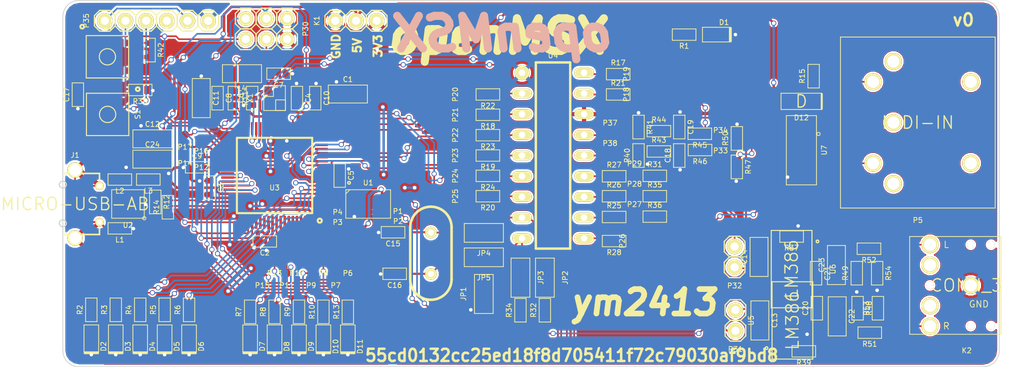
<source format=kicad_pcb>
(kicad_pcb (version 3) (host pcbnew "(2014-06-26 BZR 4956)-product")
  (layers (15 F.Cu signal) (0 B.Cu signal) (18 B.Paste user hide) (19 F.Paste user hide) (20 B.SilkS user) (21 F.SilkS user) (22 B.Mask user hide) (23 F.Mask user hide) (28 Edge.Cuts user))
  (net 0 "")
  (net 1 +3.3V)
  (net 2 +3.3VADC)
  (net 3 +5V)
  (net 4 /A0)
  (net 5 /A0')
  (net 6 /D+)
  (net 7 /D+B)
  (net 8 /D+_IN)
  (net 9 /D-)
  (net 10 /D-B)
  (net 11 /D-_IN)
  (net 12 /D0)
  (net 13 /D0')
  (net 14 /D1)
  (net 15 /D1')
  (net 16 /D2)
  (net 17 /D2')
  (net 18 /D3)
  (net 19 /D3')
  (net 20 /D4)
  (net 21 /D4')
  (net 22 /D5)
  (net 23 /D5')
  (net 24 /D6)
  (net 25 /D6')
  (net 26 /D7)
  (net 27 /D7')
  (net 28 /DEBUG_RX)
  (net 29 /DEBUG_TX)
  (net 30 /DECOUPLE)
  (net 31 /GI_2)
  (net 32 /G_I1)
  (net 33 /LED0)
  (net 34 /LED1)
  (net 35 /LED2)
  (net 36 /LED3)
  (net 37 /LED4)
  (net 38 /LED5)
  (net 39 /LED6)
  (net 40 /LED7)
  (net 41 /LED8)
  (net 42 /LED9)
  (net 43 /MIDI_IN)
  (net 44 /MO)
  (net 45 /MOA)
  (net 46 /MOA2)
  (net 47 /MOA3)
  (net 48 /MOI)
  (net 49 /MOI2)
  (net 50 /MOd2)
  (net 51 /RO)
  (net 52 /ROA)
  (net 53 /ROA2)
  (net 54 /ROA3)
  (net 55 /ROI)
  (net 56 /ROI2)
  (net 57 /ROd2)
  (net 58 /SWC)
  (net 59 /SWCU)
  (net 60 /SWD)
  (net 61 /SWO)
  (net 62 /USB_DMPU)
  (net 63 /VBUS_IN)
  (net 64 /XIN)
  (net 65 /XIN')
  (net 66 /XIN3V3)
  (net 67 /XOUT)
  (net 68 /XOUT')
  (net 69 /XOUT3V3)
  (net 70 /XTN)
  (net 71 /XTP)
  (net 72 /~CS)
  (net 73 /~CS')
  (net 74 /~IC)
  (net 75 /~IC')
  (net 76 /~RESET)
  (net 77 /~RESETD)
  (net 78 /~WE)
  (net 79 /~WE')
  (net 80 GND)
  (net 81 "Net-(C13-Pad1)")
  (net 82 "Net-(C14-Pad1)")
  (net 83 "Net-(C15-Pad1)")
  (net 84 "Net-(C16-Pad1)")
  (net 85 "Net-(C20-Pad1)")
  (net 86 "Net-(C21-Pad1)")
  (net 87 "Net-(D1-Pad1)")
  (net 88 "Net-(D2-Pad1)")
  (net 89 "Net-(D3-Pad1)")
  (net 90 "Net-(D4-Pad1)")
  (net 91 "Net-(D5-Pad1)")
  (net 92 "Net-(D6-Pad1)")
  (net 93 "Net-(D7-Pad1)")
  (net 94 "Net-(D8-Pad1)")
  (net 95 "Net-(D9-Pad1)")
  (net 96 "Net-(D10-Pad1)")
  (net 97 "Net-(D11-Pad1)")
  (net 98 "Net-(D12-Pad2)")
  (net 99 "Net-(D12-Pad1)")
  (net 100 "Net-(J1-Pad4)")
  (net 101 "Net-(JP2-Pad2)")
  (net 102 "Net-(JP3-Pad2)")
  (net 103 "Net-(L4-Pad2)")
  (net 104 "Net-(P5-Pad1)")
  (net 105 "Net-(P5-Pad2)")
  (net 106 "Net-(P5-Pad3)")
  (net 107 "Net-(P5-Pad4)")
  (net 108 "Net-(P6-Pad1)")
  (net 109 "Net-(P7-Pad1)")
  (net 110 "Net-(P12-Pad1)")
  (net 111 "Net-(P14-Pad1)")
  (net 112 "Net-(P16-Pad1)")
  (net 113 "Net-(P17-Pad1)")
  (net 114 "Net-(P35-Pad1)")
  (net 115 "Net-(P35-Pad4)")
  (net 116 "Net-(S1-Pad3)")
  (net 117 "Net-(S1-Pad4)")
  (net 118 "Net-(S2-Pad1)")
  (net 119 "Net-(S2-Pad3)")
  (net 120 "Net-(U3-Pad15)")
  (net 121 "Net-(U3-Pad16)")
  (net 122 "Net-(U3-Pad18)")
  (net 123 "Net-(U3-Pad19)")
  (net 124 "Net-(U3-Pad21)")
  (net 125 "Net-(U3-Pad53)")
  (net 126 "Net-(U3-Pad54)")
  (module HC-49V (layer F.Cu) (at 50.9 36.65 90)
    (fp_text reference X2 hide)
    (fp_text value CRYSTAL hide)
    (pad 1 thru_hole circle (at -2.54 0 90) (size 1.4224 1.4224) (drill 0.762) (layers *.Cu *.Mask F.SilkS) (net 84 "Net-(C16-Pad1)"))
    (pad 2 thru_hole circle (at 2.54 0 90) (size 1.4224 1.4224) (drill 0.762) (layers *.Cu *.Mask F.SilkS) (net 83 "Net-(C15-Pad1)"))
  )
  (module pretty:1206 (layer F.Cu) (at 40.7 17.1)
    (fp_text reference C1 (at 0 -1.8) (layer F.SilkS) (effects (font (size 0.625 0.625) (thickness 0.1))))
    (fp_text value 10uF hide)
    (pad 1 smd rect (at -1.4 0) (size 1.6 1.8) (layers F.Cu F.Paste F.Mask) (net 80 GND))
    (pad 2 smd rect (at 1.4 0) (size 1.6 1.8) (layers F.Cu F.Paste F.Mask) (net 1 +3.3V))
  )
  (module pretty:0603_S (layer F.Cu) (at 30.5 35.2 180)
    (fp_text reference C2 (at 0 -1.4 180) (layer F.SilkS) (effects (font (size 0.625 0.625) (thickness 0.1))))
    (fp_text value 100nF hide)
    (pad 1 smd rect (at -0.85 0 180) (size 0.7 1) (layers F.Cu F.Paste F.Mask) (net 80 GND))
    (pad 2 smd rect (at 0.85 0 180) (size 0.7 1) (layers F.Cu F.Paste F.Mask) (net 1 +3.3V))
  )
  (module pretty:0603_S (layer F.Cu) (at 23.7 28.6 270)
    (fp_text reference C3 (at 0 -1.4 270) (layer F.SilkS) (effects (font (size 0.625 0.625) (thickness 0.1))))
    (fp_text value 100nF hide)
    (pad 1 smd rect (at -0.85 0 270) (size 0.7 1) (layers F.Cu F.Paste F.Mask) (net 80 GND))
    (pad 2 smd rect (at 0.85 0 270) (size 0.7 1) (layers F.Cu F.Paste F.Mask) (net 1 +3.3V))
  )
  (module pretty:0603_S (layer F.Cu) (at 34.45 17.6 270)
    (fp_text reference C4 (at 0 -1.4 270) (layer F.SilkS) (effects (font (size 0.625 0.625) (thickness 0.1))))
    (fp_text value 18pF hide)
    (pad 1 smd rect (at -0.85 0 270) (size 0.7 1) (layers F.Cu F.Paste F.Mask) (net 80 GND))
    (pad 2 smd rect (at 0.85 0 270) (size 0.7 1) (layers F.Cu F.Paste F.Mask) (net 71 /XTP))
  )
  (module pretty:0603_S (layer F.Cu) (at 39.7 27.1 270)
    (fp_text reference C5 (at 0 -1.4 270) (layer F.SilkS) (effects (font (size 0.625 0.625) (thickness 0.1))))
    (fp_text value 100nF hide)
    (pad 1 smd rect (at -0.85 0 270) (size 0.7 1) (layers F.Cu F.Paste F.Mask) (net 80 GND))
    (pad 2 smd rect (at 0.85 0 270) (size 0.7 1) (layers F.Cu F.Paste F.Mask) (net 1 +3.3V))
  )
  (module pretty:0603_S (layer F.Cu) (at 28.95 17.6 90)
    (fp_text reference C6 (at 0 -1.4 90) (layer F.SilkS) (effects (font (size 0.625 0.625) (thickness 0.1))))
    (fp_text value 18pF hide)
    (pad 1 smd rect (at -0.85 0 90) (size 0.7 1) (layers F.Cu F.Paste F.Mask) (net 80 GND))
    (pad 2 smd rect (at 0.85 0 90) (size 0.7 1) (layers F.Cu F.Paste F.Mask) (net 70 /XTN))
  )
  (module pretty:0603_S (layer F.Cu) (at 32.2 14.6 180)
    (fp_text reference C7 (at 0 -1.4 180) (layer F.SilkS) (effects (font (size 0.625 0.625) (thickness 0.1))))
    (fp_text value 1uF hide)
    (pad 1 smd rect (at -0.85 0 180) (size 0.7 1) (layers F.Cu F.Paste F.Mask) (net 80 GND))
    (pad 2 smd rect (at 0.85 0 180) (size 0.7 1) (layers F.Cu F.Paste F.Mask) (net 1 +3.3V))
  )
  (module pretty:0603_S (layer F.Cu) (at 24.7 17.6 270)
    (fp_text reference C8 (at 0 -1.4 270) (layer F.SilkS) (effects (font (size 0.625 0.625) (thickness 0.1))))
    (fp_text value 10nF hide)
    (pad 1 smd rect (at -0.85 0 270) (size 0.7 1) (layers F.Cu F.Paste F.Mask) (net 80 GND))
    (pad 2 smd rect (at 0.85 0 270) (size 0.7 1) (layers F.Cu F.Paste F.Mask) (net 2 +3.3VADC))
  )
  (module pretty:0603_S (layer F.Cu) (at 22.2 26.1)
    (fp_text reference C9 (at 0 -1.4) (layer F.SilkS) (effects (font (size 0.625 0.625) (thickness 0.1))))
    (fp_text value 1uF hide)
    (pad 1 smd rect (at -0.85 0) (size 0.7 1) (layers F.Cu F.Paste F.Mask) (net 80 GND))
    (pad 2 smd rect (at 0.85 0) (size 0.7 1) (layers F.Cu F.Paste F.Mask) (net 30 /DECOUPLE))
  )
  (module pretty:0603_S (layer F.Cu) (at 36.7 17.6 270)
    (fp_text reference C10 (at 0 -1.4 270) (layer F.SilkS) (effects (font (size 0.625 0.625) (thickness 0.1))))
    (fp_text value 10nF hide)
    (pad 1 smd rect (at -0.85 0 270) (size 0.7 1) (layers F.Cu F.Paste F.Mask) (net 80 GND))
    (pad 2 smd rect (at 0.85 0 270) (size 0.7 1) (layers F.Cu F.Paste F.Mask) (net 2 +3.3VADC))
  )
  (module pretty:1206 (layer F.Cu) (at 22.7 17.6 270)
    (fp_text reference C11 (at 0 -1.8 270) (layer F.SilkS) (effects (font (size 0.625 0.625) (thickness 0.1))))
    (fp_text value 10uF hide)
    (pad 1 smd rect (at -1.4 0 270) (size 1.6 1.8) (layers F.Cu F.Paste F.Mask) (net 80 GND))
    (pad 2 smd rect (at 1.4 0 270) (size 1.6 1.8) (layers F.Cu F.Paste F.Mask) (net 2 +3.3VADC))
  )
  (module pretty:1206 (layer F.Cu) (at 16.7 22.6)
    (fp_text reference C12 (at 0 -1.8) (layer F.SilkS) (effects (font (size 0.625 0.625) (thickness 0.1))))
    (fp_text value 4.7uF hide)
    (pad 1 smd rect (at -1.4 0) (size 1.6 1.8) (layers F.Cu F.Paste F.Mask) (net 80 GND))
    (pad 2 smd rect (at 1.4 0) (size 1.6 1.8) (layers F.Cu F.Paste F.Mask) (net 3 +5V))
  )
  (module pretty:1206 (layer F.Cu) (at 91.3 44.9 270)
    (fp_text reference C13 (at 0 -1.8 270) (layer F.SilkS) (effects (font (size 0.625 0.625) (thickness 0.1))))
    (fp_text value 10uF hide)
    (pad 1 smd rect (at -1.4 0 270) (size 1.6 1.8) (layers F.Cu F.Paste F.Mask) (net 81 "Net-(C13-Pad1)"))
    (pad 2 smd rect (at 1.4 0 270) (size 1.6 1.8) (layers F.Cu F.Paste F.Mask) (net 56 /ROI2))
  )
  (module pretty:1206 (layer F.Cu) (at 91.2 37.1 90)
    (fp_text reference C14 (at 0 -1.8 90) (layer F.SilkS) (effects (font (size 0.625 0.625) (thickness 0.1))))
    (fp_text value 10uF hide)
    (pad 1 smd rect (at -1.4 0 90) (size 1.6 1.8) (layers F.Cu F.Paste F.Mask) (net 82 "Net-(C14-Pad1)"))
    (pad 2 smd rect (at 1.4 0 90) (size 1.6 1.8) (layers F.Cu F.Paste F.Mask) (net 49 /MOI2))
  )
  (module pretty:0603_S (layer F.Cu) (at 46.25 34.075 180)
    (fp_text reference C15 (at 0 -1.4 180) (layer F.SilkS) (effects (font (size 0.625 0.625) (thickness 0.1))))
    (fp_text value 20pF/NC hide)
    (pad 1 smd rect (at -0.85 0 180) (size 0.7 1) (layers F.Cu F.Paste F.Mask) (net 83 "Net-(C15-Pad1)"))
    (pad 2 smd rect (at 0.85 0 180) (size 0.7 1) (layers F.Cu F.Paste F.Mask) (net 80 GND))
  )
  (module pretty:0603_S (layer F.Cu) (at 46.45 39.175 180)
    (fp_text reference C16 (at 0 -1.4 180) (layer F.SilkS) (effects (font (size 0.625 0.625) (thickness 0.1))))
    (fp_text value 20pF/NC hide)
    (pad 1 smd rect (at -0.85 0 180) (size 0.7 1) (layers F.Cu F.Paste F.Mask) (net 84 "Net-(C16-Pad1)"))
    (pad 2 smd rect (at 0.85 0 180) (size 0.7 1) (layers F.Cu F.Paste F.Mask) (net 80 GND))
  )
  (module pretty:0603_S (layer F.Cu) (at 7.55 17.175 90)
    (fp_text reference C17 (at 0 -1.4 90) (layer F.SilkS) (effects (font (size 0.625 0.625) (thickness 0.1))))
    (fp_text value 100nF hide)
    (pad 1 smd rect (at -0.85 0 90) (size 0.7 1) (layers F.Cu F.Paste F.Mask) (net 80 GND))
    (pad 2 smd rect (at 0.85 0 90) (size 0.7 1) (layers F.Cu F.Paste F.Mask) (net 76 /~RESET))
  )
  (module pretty:0603_S (layer F.Cu) (at 81.4 24.65 90)
    (fp_text reference C18 (at 0 -1.4 90) (layer F.SilkS) (effects (font (size 0.625 0.625) (thickness 0.1))))
    (fp_text value 2.2nF hide)
    (pad 1 smd rect (at -0.85 0 90) (size 0.7 1) (layers F.Cu F.Paste F.Mask) (net 80 GND))
    (pad 2 smd rect (at 0.85 0 90) (size 0.7 1) (layers F.Cu F.Paste F.Mask) (net 48 /MOI))
  )
  (module pretty:0603_S (layer F.Cu) (at 81.4 21.15 270)
    (fp_text reference C19 (at 0 -1.4 270) (layer F.SilkS) (effects (font (size 0.625 0.625) (thickness 0.1))))
    (fp_text value 2.2nF hide)
    (pad 1 smd rect (at -0.85 0 270) (size 0.7 1) (layers F.Cu F.Paste F.Mask) (net 80 GND))
    (pad 2 smd rect (at 0.85 0 270) (size 0.7 1) (layers F.Cu F.Paste F.Mask) (net 55 /ROI))
  )
  (module pretty:0603_S (layer F.Cu) (at 98.3 43.4 90)
    (fp_text reference C20 (at 0 -1.4 90) (layer F.SilkS) (effects (font (size 0.625 0.625) (thickness 0.1))))
    (fp_text value 1uF hide)
    (pad 1 smd rect (at -0.85 0 90) (size 0.7 1) (layers F.Cu F.Paste F.Mask) (net 85 "Net-(C20-Pad1)"))
    (pad 2 smd rect (at 0.85 0 90) (size 0.7 1) (layers F.Cu F.Paste F.Mask) (net 52 /ROA))
  )
  (module pretty:0603_S (layer F.Cu) (at 98.2 39.1 270)
    (fp_text reference C21 (at 0 -1.4 270) (layer F.SilkS) (effects (font (size 0.625 0.625) (thickness 0.1))))
    (fp_text value 1uF hide)
    (pad 1 smd rect (at -0.85 0 270) (size 0.7 1) (layers F.Cu F.Paste F.Mask) (net 86 "Net-(C21-Pad1)"))
    (pad 2 smd rect (at 0.85 0 270) (size 0.7 1) (layers F.Cu F.Paste F.Mask) (net 45 /MOA))
  )
  (module pretty:1206 (layer F.Cu) (at 100.8 44.4 270)
    (fp_text reference C22 (at 0 -1.8 270) (layer F.SilkS) (effects (font (size 0.625 0.625) (thickness 0.1))))
    (fp_text value 10uF hide)
    (pad 1 smd rect (at -1.4 0 270) (size 1.6 1.8) (layers F.Cu F.Paste F.Mask) (net 52 /ROA))
    (pad 2 smd rect (at 1.4 0 270) (size 1.6 1.8) (layers F.Cu F.Paste F.Mask) (net 53 /ROA2))
  )
  (module pretty:1206 (layer F.Cu) (at 100.7 38.1 90)
    (fp_text reference C23 (at 0 -1.8 90) (layer F.SilkS) (effects (font (size 0.625 0.625) (thickness 0.1))))
    (fp_text value 10uF hide)
    (pad 1 smd rect (at -1.4 0 90) (size 1.6 1.8) (layers F.Cu F.Paste F.Mask) (net 45 /MOA))
    (pad 2 smd rect (at 1.4 0 90) (size 1.6 1.8) (layers F.Cu F.Paste F.Mask) (net 46 /MOA2))
  )
  (module pretty:1206 (layer F.Cu) (at 16.7 25.1)
    (fp_text reference C24 (at 0 -1.8) (layer F.SilkS) (effects (font (size 0.625 0.625) (thickness 0.1))))
    (fp_text value 4.7uF hide)
    (pad 1 smd rect (at -1.4 0) (size 1.6 1.8) (layers F.Cu F.Paste F.Mask) (net 80 GND))
    (pad 2 smd rect (at 1.4 0) (size 1.6 1.8) (layers F.Cu F.Paste F.Mask) (net 3 +5V))
  )
  (module pretty:0805_LED (layer F.Cu) (at 85.9 9.8)
    (fp_text reference D1 (at 1 -1.5) (layer F.SilkS) (effects (font (size 0.625 0.625) (thickness 0.1))))
    (fp_text value LED hide)
    (pad 1 smd rect (at -0.85 0) (size 1.3 1.5) (layers F.Cu F.Paste F.Mask) (net 87 "Net-(D1-Pad1)"))
    (pad 2 smd rect (at 0.85 0) (size 1.3 1.5) (layers F.Cu F.Paste F.Mask) (net 80 GND))
  )
  (module pretty:0805_LED (layer F.Cu) (at 9.2 47.1 270)
    (fp_text reference D2 (at 1 -1.5 270) (layer F.SilkS) (effects (font (size 0.625 0.625) (thickness 0.1))))
    (fp_text value LED hide)
    (pad 1 smd rect (at -0.85 0 270) (size 1.3 1.5) (layers F.Cu F.Paste F.Mask) (net 88 "Net-(D2-Pad1)"))
    (pad 2 smd rect (at 0.85 0 270) (size 1.3 1.5) (layers F.Cu F.Paste F.Mask) (net 80 GND))
  )
  (module pretty:0805_LED (layer F.Cu) (at 12.2 47.1 270)
    (fp_text reference D3 (at 1 -1.5 270) (layer F.SilkS) (effects (font (size 0.625 0.625) (thickness 0.1))))
    (fp_text value LED hide)
    (pad 1 smd rect (at -0.85 0 270) (size 1.3 1.5) (layers F.Cu F.Paste F.Mask) (net 89 "Net-(D3-Pad1)"))
    (pad 2 smd rect (at 0.85 0 270) (size 1.3 1.5) (layers F.Cu F.Paste F.Mask) (net 80 GND))
  )
  (module pretty:0805_LED (layer F.Cu) (at 15.2 47.1 270)
    (fp_text reference D4 (at 1 -1.5 270) (layer F.SilkS) (effects (font (size 0.625 0.625) (thickness 0.1))))
    (fp_text value LED hide)
    (pad 1 smd rect (at -0.85 0 270) (size 1.3 1.5) (layers F.Cu F.Paste F.Mask) (net 90 "Net-(D4-Pad1)"))
    (pad 2 smd rect (at 0.85 0 270) (size 1.3 1.5) (layers F.Cu F.Paste F.Mask) (net 80 GND))
  )
  (module pretty:0805_LED (layer F.Cu) (at 18.2 47.1 270)
    (fp_text reference D5 (at 1 -1.5 270) (layer F.SilkS) (effects (font (size 0.625 0.625) (thickness 0.1))))
    (fp_text value LED hide)
    (pad 1 smd rect (at -0.85 0 270) (size 1.3 1.5) (layers F.Cu F.Paste F.Mask) (net 91 "Net-(D5-Pad1)"))
    (pad 2 smd rect (at 0.85 0 270) (size 1.3 1.5) (layers F.Cu F.Paste F.Mask) (net 80 GND))
  )
  (module pretty:0805_LED (layer F.Cu) (at 21.2 47.1 270)
    (fp_text reference D6 (at 1 -1.5 270) (layer F.SilkS) (effects (font (size 0.625 0.625) (thickness 0.1))))
    (fp_text value LED hide)
    (pad 1 smd rect (at -0.85 0 270) (size 1.3 1.5) (layers F.Cu F.Paste F.Mask) (net 92 "Net-(D6-Pad1)"))
    (pad 2 smd rect (at 0.85 0 270) (size 1.3 1.5) (layers F.Cu F.Paste F.Mask) (net 80 GND))
  )
  (module pretty:0805_LED (layer F.Cu) (at 28.7 47.1 270)
    (fp_text reference D7 (at 1 -1.5 270) (layer F.SilkS) (effects (font (size 0.625 0.625) (thickness 0.1))))
    (fp_text value LED hide)
    (pad 1 smd rect (at -0.85 0 270) (size 1.3 1.5) (layers F.Cu F.Paste F.Mask) (net 93 "Net-(D7-Pad1)"))
    (pad 2 smd rect (at 0.85 0 270) (size 1.3 1.5) (layers F.Cu F.Paste F.Mask) (net 80 GND))
  )
  (module pretty:0805_LED (layer F.Cu) (at 31.7 47.1 270)
    (fp_text reference D8 (at 1 -1.5 270) (layer F.SilkS) (effects (font (size 0.625 0.625) (thickness 0.1))))
    (fp_text value LED hide)
    (pad 1 smd rect (at -0.85 0 270) (size 1.3 1.5) (layers F.Cu F.Paste F.Mask) (net 94 "Net-(D8-Pad1)"))
    (pad 2 smd rect (at 0.85 0 270) (size 1.3 1.5) (layers F.Cu F.Paste F.Mask) (net 80 GND))
  )
  (module pretty:0805_LED (layer F.Cu) (at 34.7 47.1 270)
    (fp_text reference D9 (at 1 -1.5 270) (layer F.SilkS) (effects (font (size 0.625 0.625) (thickness 0.1))))
    (fp_text value LED hide)
    (pad 1 smd rect (at -0.85 0 270) (size 1.3 1.5) (layers F.Cu F.Paste F.Mask) (net 95 "Net-(D9-Pad1)"))
    (pad 2 smd rect (at 0.85 0 270) (size 1.3 1.5) (layers F.Cu F.Paste F.Mask) (net 80 GND))
  )
  (module pretty:0805_LED (layer F.Cu) (at 37.7 47.1 270)
    (fp_text reference D10 (at 1 -1.5 270) (layer F.SilkS) (effects (font (size 0.625 0.625) (thickness 0.1))))
    (fp_text value LED hide)
    (pad 1 smd rect (at -0.85 0 270) (size 1.3 1.5) (layers F.Cu F.Paste F.Mask) (net 96 "Net-(D10-Pad1)"))
    (pad 2 smd rect (at 0.85 0 270) (size 1.3 1.5) (layers F.Cu F.Paste F.Mask) (net 80 GND))
  )
  (module pretty:0805_LED (layer F.Cu) (at 40.7 47.1 270)
    (fp_text reference D11 (at 1 -1.5 270) (layer F.SilkS) (effects (font (size 0.625 0.625) (thickness 0.1))))
    (fp_text value LED hide)
    (pad 1 smd rect (at -0.85 0 270) (size 1.3 1.5) (layers F.Cu F.Paste F.Mask) (net 97 "Net-(D11-Pad1)"))
    (pad 2 smd rect (at 0.85 0 270) (size 1.3 1.5) (layers F.Cu F.Paste F.Mask) (net 80 GND))
  )
  (module pretty:TAIW_SEM_DIODE (layer F.Cu) (at 96.4 18 180)
    (fp_text reference D12 (at 0 -2 180) (layer F.SilkS) (effects (font (size 0.625 0.625) (thickness 0.1))))
    (fp_text value D (at 0 0 180) (layer F.SilkS))
    (pad 2 smd rect (at -1.5 0 180) (size 1.5 1.5) (layers F.Cu F.Paste F.Mask) (net 98 "Net-(D12-Pad2)"))
    (pad 1 smd rect (at 1.5 0 180) (size 1.5 1.5) (layers F.Cu F.Paste F.Mask) (net 99 "Net-(D12-Pad1)"))
  )
  (module pretty:USB-MICRO-AB-Molex-47590-0001 (layer F.Cu) (at 7.2 30.6)
    (fp_text reference J1 (at 0 -6) (layer F.SilkS) (effects (font (size 0.625 0.625) (thickness 0.1))))
    (fp_text value MICRO-USB-AB (at 0 0) (layer F.SilkS))
    (fp_circle (center -1.5 -2.375) (end -1.19948 -2.07448) (layer Edge.Cuts) (width 0.15))
    (fp_circle (center -1.5 2.375) (end -1.19948 2.67552) (layer Edge.Cuts) (width 0.15))
    (pad 6 thru_hole circle (at 3 -2.225) (size 1.05 1.05) (drill 0.65) (layers *.Cu *.Mask F.SilkS) (net 31 /GI_2))
    (pad 7 thru_hole circle (at 3 2.225 180) (size 1.05 1.05) (drill 0.65) (layers *.Cu *.Mask F.SilkS) (net 31 /GI_2))
    (pad 8 thru_hole circle (at 0 4.175) (size 1.9 1.9) (drill 1.5) (layers *.Cu *.Mask F.SilkS) (net 31 /GI_2))
    (pad 9 thru_hole circle (at 0 -4.175 180) (size 1.9 1.9) (drill 1.5) (layers *.Cu *.Mask F.SilkS) (net 31 /GI_2))
    (pad 10 smd rect (at 0 0) (size 1.9 2.9) (layers F.Cu F.Paste F.Mask) (net 31 /GI_2))
    (pad 1 smd rect (at 2.675 1.3 180) (size 1.35 0.4) (layers F.Cu F.Paste F.Mask) (net 63 /VBUS_IN))
    (pad 2 smd rect (at 2.675 0.65 180) (size 1.35 0.4) (layers F.Cu F.Paste F.Mask) (net 11 /D-_IN))
    (pad 3 smd rect (at 2.675 0 180) (size 1.35 0.4) (layers F.Cu F.Paste F.Mask) (net 8 /D+_IN))
    (pad 4 smd rect (at 2.675 -0.65 180) (size 1.35 0.4) (layers F.Cu F.Paste F.Mask) (net 100 "Net-(J1-Pad4)"))
    (pad 5 smd rect (at 2.675 -1.3 180) (size 1.35 0.4) (layers F.Cu F.Paste F.Mask) (net 32 /G_I1))
  )
  (module pretty:Solder_Jumper_2mm (layer F.Cu) (at 57.4 41.65 90)
    (fp_text reference JP1 (at 0 -2.5 90) (layer F.SilkS) (effects (font (size 0.625 0.625) (thickness 0.1))))
    (fp_text value SJ hide)
    (pad 1 smd rect (at -1.25 0 90) (size 2 2) (layers F.Cu F.Paste F.Mask) (net 80 GND))
    (pad 2 smd rect (at 1.25 0 270) (size 2 2) (layers F.Cu F.Paste F.Mask) (net 68 /XOUT'))
  )
  (module pretty:Solder_Jumper_2mm (layer F.Cu) (at 64.9 39.65 270)
    (fp_text reference JP2 (at 0 -2.5 270) (layer F.SilkS) (effects (font (size 0.625 0.625) (thickness 0.1))))
    (fp_text value SJ hide)
    (pad 1 smd rect (at -1.25 0 270) (size 2 2) (layers F.Cu F.Paste F.Mask) (net 65 /XIN'))
    (pad 2 smd rect (at 1.25 0 90) (size 2 2) (layers F.Cu F.Paste F.Mask) (net 101 "Net-(JP2-Pad2)"))
  )
  (module pretty:Solder_Jumper_2mm (layer F.Cu) (at 61.9 39.65 270)
    (fp_text reference JP3 (at 0 -2.5 270) (layer F.SilkS) (effects (font (size 0.625 0.625) (thickness 0.1))))
    (fp_text value SJ hide)
    (pad 1 smd rect (at -1.25 0 270) (size 2 2) (layers F.Cu F.Paste F.Mask) (net 68 /XOUT'))
    (pad 2 smd rect (at 1.25 0 90) (size 2 2) (layers F.Cu F.Paste F.Mask) (net 102 "Net-(JP3-Pad2)"))
  )
  (module pretty:Solder_Jumper_2mm (layer F.Cu) (at 57.4 34.15 180)
    (fp_text reference JP4 (at 0 -2.5 180) (layer F.SilkS) (effects (font (size 0.625 0.625) (thickness 0.1))))
    (fp_text value SJ hide)
    (pad 1 smd rect (at -1.25 0 180) (size 2 2) (layers F.Cu F.Paste F.Mask) (net 65 /XIN'))
    (pad 2 smd rect (at 1.25 0) (size 2 2) (layers F.Cu F.Paste F.Mask) (net 83 "Net-(C15-Pad1)"))
  )
  (module pretty:Solder_Jumper_2mm (layer F.Cu) (at 57.4 37.15 180)
    (fp_text reference JP5 (at 0 -2.5 180) (layer F.SilkS) (effects (font (size 0.625 0.625) (thickness 0.1))))
    (fp_text value SJ hide)
    (pad 1 smd rect (at -1.25 0 180) (size 2 2) (layers F.Cu F.Paste F.Mask) (net 68 /XOUT'))
    (pad 2 smd rect (at 1.25 0) (size 2 2) (layers F.Cu F.Paste F.Mask) (net 84 "Net-(C16-Pad1)"))
  )
  (module pretty:PIN_1X3 (layer F.Cu) (at 41.7 8.1 90)
    (fp_text reference K1 (at 0 -4.81 90) (layer F.SilkS) (effects (font (size 0.625 0.625) (thickness 0.1))))
    (fp_text value CONN_3 hide)
    (pad 1 thru_hole circle (at 0 -2.54 90) (size 1.906 1.906) (drill 1) (layers *.Cu *.Mask F.SilkS) (net 80 GND))
    (pad 2 thru_hole circle (at 0 0 90) (size 1.906 1.906) (drill 1) (layers *.Cu *.Mask F.SilkS) (net 3 +5V))
    (pad 3 thru_hole circle (at 0 2.54 90) (size 1.906 1.906) (drill 1) (layers *.Cu *.Mask F.SilkS) (net 1 +3.3V))
  )
  (module pretty:SPC-FD05-3.5mm-stereo-phone-jack (layer F.Cu) (at 116.7 40.6 180)
    (fp_text reference K2 (at 0 -8 180) (layer F.SilkS) (effects (font (size 0.625 0.625) (thickness 0.1))))
    (fp_text value CONN_3 (at 0 0 180) (layer F.SilkS))
    (fp_text user GND (at -1.5 -2.3 180) (layer F.SilkS) (effects (font (size 0.8 0.8) (thickness 0.1))))
    (fp_text user R (at 2.5 -5 180) (layer F.SilkS) (effects (font (size 0.8 0.8) (thickness 0.1))))
    (fp_text user L (at 2.5 5 180) (layer F.SilkS) (effects (font (size 0.8 0.8) (thickness 0.1))))
    (pad 1 thru_hole circle (at -0.5 0 180) (size 2.1 2.1) (drill 1.5) (layers *.Cu *.Mask F.SilkS) (net 80 GND))
    (pad 11 thru_hole circle (at 4.5 -2.5 180) (size 2.1 2.1) (drill 1.5) (layers *.Cu *.Mask F.SilkS))
    (pad 10 thru_hole circle (at 4.5 2.5) (size 2.1 2.1) (drill 1.5) (layers *.Cu *.Mask F.SilkS))
    (pad 3 thru_hole circle (at 4.5 -5 180) (size 2.1 2.1) (drill 1.5) (layers *.Cu *.Mask F.SilkS) (net 54 /ROA3))
    (pad 2 thru_hole circle (at 4.5 5) (size 2.1 2.1) (drill 1.5) (layers *.Cu *.Mask F.SilkS) (net 47 /MOA3))
    (pad d1 thru_hole circle (at -3 -5 180) (size 0.9 0.9) (drill 0.9) (layers *.Cu *.Mask F.SilkS))
    (pad d2 thru_hole circle (at -3 5) (size 0.9 0.9) (drill 0.9) (layers *.Cu *.Mask F.SilkS))
    (pad d3 thru_hole circle (at -0.5 -5 180) (size 0.9 0.9) (drill 0.9) (layers *.Cu *.Mask F.SilkS))
    (pad d4 thru_hole circle (at -0.5 5) (size 0.9 0.9) (drill 0.9) (layers *.Cu *.Mask F.SilkS))
    (pad d5 thru_hole circle (at 4.5 0 180) (size 0.9 0.9) (drill 0.9) (layers *.Cu *.Mask F.SilkS))
  )
  (module pretty:0603_S (layer F.Cu) (at 12.7 33.6 180)
    (fp_text reference L1 (at 0 -1.4 180) (layer F.SilkS) (effects (font (size 0.625 0.625) (thickness 0.1))))
    (fp_text value FB hide)
    (pad 1 smd rect (at -0.85 0 180) (size 0.7 1) (layers F.Cu F.Paste F.Mask) (net 80 GND))
    (pad 2 smd rect (at 0.85 0 180) (size 0.7 1) (layers F.Cu F.Paste F.Mask) (net 31 /GI_2))
  )
  (module pretty:0603_S (layer F.Cu) (at 12.7 27.6 180)
    (fp_text reference L2 (at 0 -1.4 180) (layer F.SilkS) (effects (font (size 0.625 0.625) (thickness 0.1))))
    (fp_text value FB hide)
    (pad 1 smd rect (at -0.85 0 180) (size 0.7 1) (layers F.Cu F.Paste F.Mask) (net 80 GND))
    (pad 2 smd rect (at 0.85 0 180) (size 0.7 1) (layers F.Cu F.Paste F.Mask) (net 32 /G_I1))
  )
  (module pretty:0603_S (layer F.Cu) (at 16.2 27.6 180)
    (fp_text reference L3 (at 0 -1.4 180) (layer F.SilkS) (effects (font (size 0.625 0.625) (thickness 0.1))))
    (fp_text value FB hide)
    (pad 1 smd rect (at -0.85 0 180) (size 0.7 1) (layers F.Cu F.Paste F.Mask) (net 3 +5V))
    (pad 2 smd rect (at 0.85 0 180) (size 0.7 1) (layers F.Cu F.Paste F.Mask) (net 63 /VBUS_IN))
  )
  (module pretty:1206 (layer F.Cu) (at 27.7 14.6 180)
    (fp_text reference L4 (at 0 -1.8 180) (layer F.SilkS) (effects (font (size 0.625 0.625) (thickness 0.1))))
    (fp_text value L hide)
    (pad 1 smd rect (at -1.4 0 180) (size 1.6 1.8) (layers F.Cu F.Paste F.Mask) (net 1 +3.3V))
    (pad 2 smd rect (at 1.4 0 180) (size 1.6 1.8) (layers F.Cu F.Paste F.Mask) (net 103 "Net-(L4-Pad2)"))
  )
  (module pretty:Test_Pad_1mm (layer F.Cu) (at 46.85 30 180)
    (fp_text reference P1 (at 0 -1.5 180) (layer F.SilkS) (effects (font (size 0.625 0.625) (thickness 0.1))))
    (fp_text value TEST_POINT hide)
    (pad 1 smd oval (at 0 0 180) (size 1 1) (layers F.Cu F.Paste F.Mask) (net 67 /XOUT))
  )
  (module pretty:Test_Pad_1mm (layer F.Cu) (at 46.875 31.225 180)
    (fp_text reference P2 (at 0 -1.5 180) (layer F.SilkS) (effects (font (size 0.625 0.625) (thickness 0.1))))
    (fp_text value TEST_POINT hide)
    (pad 1 smd oval (at 0 0 180) (size 1 1) (layers F.Cu F.Paste F.Mask) (net 64 /XIN))
  )
  (module pretty:Test_Pad_1mm (layer F.Cu) (at 39.45 31.35 180)
    (fp_text reference P3 (at 0 -1.5 180) (layer F.SilkS) (effects (font (size 0.625 0.625) (thickness 0.1))))
    (fp_text value TEST_POINT hide)
    (pad 1 smd oval (at 0 0 180) (size 1 1) (layers F.Cu F.Paste F.Mask) (net 66 /XIN3V3))
  )
  (module pretty:Test_Pad_1mm (layer F.Cu) (at 39.45 30.1 180)
    (fp_text reference P4 (at 0 -1.5 180) (layer F.SilkS) (effects (font (size 0.625 0.625) (thickness 0.1))))
    (fp_text value TEST_POINT hide)
    (pad 1 smd oval (at 0 0 180) (size 1 1) (layers F.Cu F.Paste F.Mask) (net 69 /XOUT3V3))
  )
  (module pretty:spiratronics-DIN5-midi (layer F.Cu) (at 110.7 20.6 180)
    (fp_text reference P5 (at 0 -12 180) (layer F.SilkS) (effects (font (size 0.625 0.625) (thickness 0.1))))
    (fp_text value MIDI-IN (at 0 0 180) (layer F.SilkS))
    (pad 1 thru_hole circle (at 3 7.5 180) (size 2.1 2.1) (drill 1.5) (layers *.Cu *.Mask F.SilkS) (net 104 "Net-(P5-Pad1)"))
    (pad 2 thru_hole circle (at 3 0 180) (size 2.1 2.1) (drill 1.5) (layers *.Cu *.Mask F.SilkS) (net 105 "Net-(P5-Pad2)"))
    (pad 3 thru_hole circle (at 3 -7.5) (size 2.1 2.1) (drill 1.5) (layers *.Cu *.Mask F.SilkS) (net 106 "Net-(P5-Pad3)"))
    (pad 4 thru_hole circle (at 5.5 5 180) (size 2.1 2.1) (drill 1.5) (layers *.Cu *.Mask F.SilkS) (net 107 "Net-(P5-Pad4)"))
    (pad 5 thru_hole circle (at 5.5 -5) (size 2.1 2.1) (drill 1.5) (layers *.Cu *.Mask F.SilkS) (net 99 "Net-(D12-Pad1)"))
    (pad 6 thru_hole circle (at -6.5 5 180) (size 2.1 2.1) (drill 1.5) (layers *.Cu *.Mask F.SilkS))
    (pad 7 thru_hole circle (at -6.5 -5) (size 2.1 2.1) (drill 1.5) (layers *.Cu *.Mask F.SilkS))
  )
  (module pretty:Test_Pad_1mm (layer F.Cu) (at 40.7 37.6 180)
    (fp_text reference P6 (at 0 -1.5 180) (layer F.SilkS) (effects (font (size 0.625 0.625) (thickness 0.1))))
    (fp_text value TEST_POINT hide)
    (pad 1 smd oval (at 0 0 180) (size 1 1) (layers F.Cu F.Paste F.Mask) (net 108 "Net-(P6-Pad1)"))
  )
  (module pretty:Test_Pad_1mm (layer F.Cu) (at 39.2 39.1 180)
    (fp_text reference P7 (at 0 -1.5 180) (layer F.SilkS) (effects (font (size 0.625 0.625) (thickness 0.1))))
    (fp_text value TEST_POINT hide)
    (pad 1 smd oval (at 0 0 180) (size 1 1) (layers F.Cu F.Paste F.Mask) (net 109 "Net-(P7-Pad1)"))
  )
  (module pretty:Test_Pad_1mm (layer F.Cu) (at 37.7 37.6 180)
    (fp_text reference P8 (at 0 -1.5 180) (layer F.SilkS) (effects (font (size 0.625 0.625) (thickness 0.1))))
    (fp_text value TEST_POINT hide)
    (pad 1 smd oval (at 0 0 180) (size 1 1) (layers F.Cu F.Paste F.Mask) (net 42 /LED9))
  )
  (module pretty:Test_Pad_1mm (layer F.Cu) (at 36.2 39.1 180)
    (fp_text reference P9 (at 0 -1.5 180) (layer F.SilkS) (effects (font (size 0.625 0.625) (thickness 0.1))))
    (fp_text value TEST_POINT hide)
    (pad 1 smd oval (at 0 0 180) (size 1 1) (layers F.Cu F.Paste F.Mask) (net 41 /LED8))
  )
  (module pretty:Test_Pad_1mm (layer F.Cu) (at 34.45 37.6 180)
    (fp_text reference P10 (at 0 -1.5 180) (layer F.SilkS) (effects (font (size 0.625 0.625) (thickness 0.1))))
    (fp_text value TEST_POINT hide)
    (pad 1 smd oval (at 0 0 180) (size 1 1) (layers F.Cu F.Paste F.Mask) (net 43 /MIDI_IN))
  )
  (module pretty:Test_Pad_1mm (layer F.Cu) (at 33.2 39.1 180)
    (fp_text reference P11 (at 0 -1.5 180) (layer F.SilkS) (effects (font (size 0.625 0.625) (thickness 0.1))))
    (fp_text value TEST_POINT hide)
    (pad 1 smd oval (at 0 0 180) (size 1 1) (layers F.Cu F.Paste F.Mask) (net 40 /LED7))
  )
  (module pretty:Test_Pad_1mm (layer F.Cu) (at 22.7 24.6 180)
    (fp_text reference P12 (at 0 -1.5 180) (layer F.SilkS) (effects (font (size 0.625 0.625) (thickness 0.1))))
    (fp_text value TEST_POINT hide)
    (pad 1 smd oval (at 0 0 180) (size 1 1) (layers F.Cu F.Paste F.Mask) (net 110 "Net-(P12-Pad1)"))
  )
  (module pretty:Test_Pad_1mm (layer F.Cu) (at 31.7 37.6 180)
    (fp_text reference P13 (at 0 -1.5 180) (layer F.SilkS) (effects (font (size 0.625 0.625) (thickness 0.1))))
    (fp_text value TEST_POINT hide)
    (pad 1 smd oval (at 0 0 180) (size 1 1) (layers F.Cu F.Paste F.Mask) (net 39 /LED6))
  )
  (module pretty:Test_Pad_1mm (layer F.Cu) (at 20.7 24.1 180)
    (fp_text reference P14 (at 0 -1.5 180) (layer F.SilkS) (effects (font (size 0.625 0.625) (thickness 0.1))))
    (fp_text value TEST_POINT hide)
    (pad 1 smd oval (at 0 0 180) (size 1 1) (layers F.Cu F.Paste F.Mask) (net 111 "Net-(P14-Pad1)"))
  )
  (module pretty:Test_Pad_1mm (layer F.Cu) (at 30.2 39.1 180)
    (fp_text reference P15 (at 0 -1.5 180) (layer F.SilkS) (effects (font (size 0.625 0.625) (thickness 0.1))))
    (fp_text value TEST_POINT hide)
    (pad 1 smd oval (at 0 0 180) (size 1 1) (layers F.Cu F.Paste F.Mask) (net 38 /LED5))
  )
  (module pretty:Test_Pad_1mm (layer F.Cu) (at 22.7 22.6 180)
    (fp_text reference P16 (at 0 -1.5 180) (layer F.SilkS) (effects (font (size 0.625 0.625) (thickness 0.1))))
    (fp_text value TEST_POINT hide)
    (pad 1 smd oval (at 0 0 180) (size 1 1) (layers F.Cu F.Paste F.Mask) (net 112 "Net-(P16-Pad1)"))
  )
  (module pretty:Test_Pad_1mm (layer F.Cu) (at 20.7 22.1 180)
    (fp_text reference P17 (at 0 -1.5 180) (layer F.SilkS) (effects (font (size 0.625 0.625) (thickness 0.1))))
    (fp_text value TEST_POINT hide)
    (pad 1 smd oval (at 0 0 180) (size 1 1) (layers F.Cu F.Paste F.Mask) (net 113 "Net-(P17-Pad1)"))
  )
  (module pretty:Test_Pad_1mm (layer F.Cu) (at 76.4 17.15 90)
    (fp_text reference P18 (at 0 -1.5 90) (layer F.SilkS) (effects (font (size 0.625 0.625) (thickness 0.1))))
    (fp_text value TEST_POINT hide)
    (pad 1 smd oval (at 0 0 90) (size 1 1) (layers F.Cu F.Paste F.Mask) (net 12 /D0))
  )
  (module pretty:Test_Pad_1mm (layer F.Cu) (at 76.4 14.65 90)
    (fp_text reference P19 (at 0 -1.5 90) (layer F.SilkS) (effects (font (size 0.625 0.625) (thickness 0.1))))
    (fp_text value TEST_POINT hide)
    (pad 1 smd oval (at 0 0 90) (size 1 1) (layers F.Cu F.Paste F.Mask) (net 14 /D1))
  )
  (module pretty:Test_Pad_1mm (layer F.Cu) (at 55.4 17.15 90)
    (fp_text reference P20 (at 0 -1.5 90) (layer F.SilkS) (effects (font (size 0.625 0.625) (thickness 0.1))))
    (fp_text value TEST_POINT hide)
    (pad 1 smd oval (at 0 0 90) (size 1 1) (layers F.Cu F.Paste F.Mask) (net 16 /D2))
  )
  (module pretty:Test_Pad_1mm (layer F.Cu) (at 55.4 19.65 90)
    (fp_text reference P21 (at 0 -1.5 90) (layer F.SilkS) (effects (font (size 0.625 0.625) (thickness 0.1))))
    (fp_text value TEST_POINT hide)
    (pad 1 smd oval (at 0 0 90) (size 1 1) (layers F.Cu F.Paste F.Mask) (net 18 /D3))
  )
  (module pretty:Test_Pad_1mm (layer F.Cu) (at 55.4 22.15 90)
    (fp_text reference P22 (at 0 -1.5 90) (layer F.SilkS) (effects (font (size 0.625 0.625) (thickness 0.1))))
    (fp_text value TEST_POINT hide)
    (pad 1 smd oval (at 0 0 90) (size 1 1) (layers F.Cu F.Paste F.Mask) (net 20 /D4))
  )
  (module pretty:Test_Pad_1mm (layer F.Cu) (at 55.4 24.65 90)
    (fp_text reference P23 (at 0 -1.5 90) (layer F.SilkS) (effects (font (size 0.625 0.625) (thickness 0.1))))
    (fp_text value TEST_POINT hide)
    (pad 1 smd oval (at 0 0 90) (size 1 1) (layers F.Cu F.Paste F.Mask) (net 22 /D5))
  )
  (module pretty:Test_Pad_1mm (layer F.Cu) (at 55.4 27.15 90)
    (fp_text reference P24 (at 0 -1.5 90) (layer F.SilkS) (effects (font (size 0.625 0.625) (thickness 0.1))))
    (fp_text value TEST_POINT hide)
    (pad 1 smd oval (at 0 0 90) (size 1 1) (layers F.Cu F.Paste F.Mask) (net 24 /D6))
  )
  (module pretty:Test_Pad_1mm (layer F.Cu) (at 55.4 29.65 90)
    (fp_text reference P25 (at 0 -1.5 90) (layer F.SilkS) (effects (font (size 0.625 0.625) (thickness 0.1))))
    (fp_text value TEST_POINT hide)
    (pad 1 smd oval (at 0 0 90) (size 1 1) (layers F.Cu F.Paste F.Mask) (net 26 /D7))
  )
  (module pretty:Test_Pad_1mm (layer F.Cu) (at 75.9 35.15 90)
    (fp_text reference P26 (at 0 -1.5 90) (layer F.SilkS) (effects (font (size 0.625 0.625) (thickness 0.1))))
    (fp_text value TEST_POINT hide)
    (pad 1 smd oval (at 0 0 90) (size 1 1) (layers F.Cu F.Paste F.Mask) (net 4 /A0))
  )
  (module pretty:Test_Pad_1mm (layer F.Cu) (at 75.9 32.15)
    (fp_text reference P27 (at 0 -1.5) (layer F.SilkS) (effects (font (size 0.625 0.625) (thickness 0.1))))
    (fp_text value TEST_POINT hide)
    (pad 1 smd oval (at 0 0) (size 1 1) (layers F.Cu F.Paste F.Mask) (net 78 /~WE))
  )
  (module pretty:Test_Pad_1mm (layer F.Cu) (at 75.9 29.65)
    (fp_text reference P28 (at 0 -1.5) (layer F.SilkS) (effects (font (size 0.625 0.625) (thickness 0.1))))
    (fp_text value TEST_POINT hide)
    (pad 1 smd oval (at 0 0) (size 1 1) (layers F.Cu F.Paste F.Mask) (net 72 /~CS))
  )
  (module pretty:Test_Pad_1mm (layer F.Cu) (at 75.9 27.15)
    (fp_text reference P29 (at 0 -1.5) (layer F.SilkS) (effects (font (size 0.625 0.625) (thickness 0.1))))
    (fp_text value TEST_POINT hide)
    (pad 1 smd oval (at 0 0) (size 1 1) (layers F.Cu F.Paste F.Mask) (net 74 /~IC))
  )
  (module pretty:PIN_2X3_ALT_S (layer F.Cu) (at 30.7 9.1 270)
    (fp_text reference P30 (at 0 -4.81 270) (layer F.SilkS) (effects (font (size 0.625 0.625) (thickness 0.1))))
    (fp_text value CONN_3X2 hide)
    (pad 1 thru_hole circle (at -1.27 -2.54 90) (size 1.8 1.8) (drill 1) (layers *.Cu *.Mask F.SilkS) (net 80 GND))
    (pad 2 thru_hole circle (at 1.27 -2.54 270) (size 1.8 1.8) (drill 1) (layers *.Cu *.Mask F.SilkS) (net 1 +3.3V))
    (pad 3 thru_hole circle (at -1.27 0 90) (size 1.8 1.8) (drill 1) (layers *.Cu *.Mask F.SilkS) (net 76 /~RESET))
    (pad 4 thru_hole circle (at 1.27 0 270) (size 1.8 1.8) (drill 1) (layers *.Cu *.Mask F.SilkS) (net 61 /SWO))
    (pad 5 thru_hole circle (at -1.27 2.54 90) (size 1.8 1.8) (drill 1) (layers *.Cu *.Mask F.SilkS) (net 60 /SWD))
    (pad 6 thru_hole circle (at 1.27 2.54 270) (size 1.8 1.8) (drill 1) (layers *.Cu *.Mask F.SilkS) (net 58 /SWC))
  )
  (module pretty:PIN_1X2_S (layer F.Cu) (at 88.3 44.9 180)
    (fp_text reference P31 (at 0 -3.54 180) (layer F.SilkS) (effects (font (size 0.625 0.625) (thickness 0.1))))
    (fp_text value CONN_2 hide)
    (pad 1 thru_hole circle (at 0 -1.27 180) (size 1.9 1.9) (drill 1) (layers *.Cu *.Mask F.SilkS) (net 55 /ROI))
    (pad 2 thru_hole circle (at 0 1.27 180) (size 1.9 1.9) (drill 1) (layers *.Cu *.Mask F.SilkS) (net 81 "Net-(C13-Pad1)"))
  )
  (module pretty:PIN_1X2_S (layer F.Cu) (at 88.2 37.1 180)
    (fp_text reference P32 (at 0 -3.54 180) (layer F.SilkS) (effects (font (size 0.625 0.625) (thickness 0.1))))
    (fp_text value CONN_2 hide)
    (pad 1 thru_hole circle (at 0 -1.27 180) (size 1.9 1.9) (drill 1) (layers *.Cu *.Mask F.SilkS) (net 82 "Net-(C14-Pad1)"))
    (pad 2 thru_hole circle (at 0 1.27 180) (size 1.9 1.9) (drill 1) (layers *.Cu *.Mask F.SilkS) (net 48 /MOI))
  )
  (module pretty:Test_Pad_1mm (layer F.Cu) (at 86.475 25.55)
    (fp_text reference P33 (at 0 -1.5) (layer F.SilkS) (effects (font (size 0.625 0.625) (thickness 0.1))))
    (fp_text value TEST_POINT hide)
    (pad 1 smd oval (at 0 0) (size 1 1) (layers F.Cu F.Paste F.Mask) (net 50 /MOd2))
  )
  (module pretty:Test_Pad_1mm (layer F.Cu) (at 86.475 23.05)
    (fp_text reference P34 (at 0 -1.5) (layer F.SilkS) (effects (font (size 0.625 0.625) (thickness 0.1))))
    (fp_text value TEST_POINT hide)
    (pad 1 smd oval (at 0 0) (size 1 1) (layers F.Cu F.Paste F.Mask) (net 57 /ROd2))
  )
  (module pretty:PIN_1X6_S (layer F.Cu) (at 17.2 8.1 90)
    (fp_text reference P35 (at 0 -8.62 90) (layer F.SilkS) (effects (font (size 0.625 0.625) (thickness 0.1))))
    (fp_text value CONN_6 hide)
    (pad 1 thru_hole circle (at 0 -6.35 90) (size 1.906 1.906) (drill 1) (layers *.Cu *.Mask F.SilkS) (net 114 "Net-(P35-Pad1)"))
    (pad 2 thru_hole circle (at 0 -3.81 90) (size 1.906 1.906) (drill 1) (layers *.Cu *.Mask F.SilkS) (net 29 /DEBUG_TX))
    (pad 3 thru_hole circle (at 0 -1.27 90) (size 1.906 1.906) (drill 1) (layers *.Cu *.Mask F.SilkS) (net 28 /DEBUG_RX))
    (pad 4 thru_hole circle (at 0 1.27 90) (size 1.906 1.906) (drill 1) (layers *.Cu *.Mask F.SilkS) (net 115 "Net-(P35-Pad4)"))
    (pad 5 thru_hole circle (at 0 3.81 90) (size 1.906 1.906) (drill 1) (layers *.Cu *.Mask F.SilkS) (net 114 "Net-(P35-Pad1)"))
    (pad 6 thru_hole circle (at 0 6.35 90) (size 1.906 1.906) (drill 1) (layers *.Cu *.Mask F.SilkS) (net 80 GND))
  )
  (module pretty:Test_Pad_1mm (layer F.Cu) (at 72.9 22.15)
    (fp_text reference P37 (at 0 -1.5) (layer F.SilkS) (effects (font (size 0.625 0.625) (thickness 0.1))))
    (fp_text value TEST_POINT hide)
    (pad 1 smd oval (at 0 0) (size 1 1) (layers F.Cu F.Paste F.Mask) (net 51 /RO))
  )
  (module pretty:Test_Pad_1mm (layer F.Cu) (at 72.9 24.65)
    (fp_text reference P38 (at 0 -1.5) (layer F.SilkS) (effects (font (size 0.625 0.625) (thickness 0.1))))
    (fp_text value TEST_POINT hide)
    (pad 1 smd oval (at 0 0) (size 1 1) (layers F.Cu F.Paste F.Mask) (net 44 /MO))
  )
  (module pretty:0603_S (layer F.Cu) (at 82 9.8 180)
    (fp_text reference R1 (at 0 -1.4 180) (layer F.SilkS) (effects (font (size 0.625 0.625) (thickness 0.1))))
    (fp_text value 3k3 hide)
    (pad 1 smd rect (at -0.85 0 180) (size 0.7 1) (layers F.Cu F.Paste F.Mask) (net 87 "Net-(D1-Pad1)"))
    (pad 2 smd rect (at 0.85 0 180) (size 0.7 1) (layers F.Cu F.Paste F.Mask) (net 3 +5V))
  )
  (module pretty:0603_S (layer F.Cu) (at 9.2 43.6 90)
    (fp_text reference R2 (at 0 -1.4 90) (layer F.SilkS) (effects (font (size 0.625 0.625) (thickness 0.1))))
    (fp_text value 3k3 hide)
    (pad 1 smd rect (at -0.85 0 90) (size 0.7 1) (layers F.Cu F.Paste F.Mask) (net 88 "Net-(D2-Pad1)"))
    (pad 2 smd rect (at 0.85 0 90) (size 0.7 1) (layers F.Cu F.Paste F.Mask) (net 33 /LED0))
  )
  (module pretty:0603_S (layer F.Cu) (at 12.2 43.6 90)
    (fp_text reference R3 (at 0 -1.4 90) (layer F.SilkS) (effects (font (size 0.625 0.625) (thickness 0.1))))
    (fp_text value 3k3 hide)
    (pad 1 smd rect (at -0.85 0 90) (size 0.7 1) (layers F.Cu F.Paste F.Mask) (net 89 "Net-(D3-Pad1)"))
    (pad 2 smd rect (at 0.85 0 90) (size 0.7 1) (layers F.Cu F.Paste F.Mask) (net 34 /LED1))
  )
  (module pretty:0603_S (layer F.Cu) (at 15.2 43.6 90)
    (fp_text reference R4 (at 0 -1.4 90) (layer F.SilkS) (effects (font (size 0.625 0.625) (thickness 0.1))))
    (fp_text value 3k3 hide)
    (pad 1 smd rect (at -0.85 0 90) (size 0.7 1) (layers F.Cu F.Paste F.Mask) (net 90 "Net-(D4-Pad1)"))
    (pad 2 smd rect (at 0.85 0 90) (size 0.7 1) (layers F.Cu F.Paste F.Mask) (net 35 /LED2))
  )
  (module pretty:0603_S (layer F.Cu) (at 18.2 43.6 90)
    (fp_text reference R5 (at 0 -1.4 90) (layer F.SilkS) (effects (font (size 0.625 0.625) (thickness 0.1))))
    (fp_text value 3k3 hide)
    (pad 1 smd rect (at -0.85 0 90) (size 0.7 1) (layers F.Cu F.Paste F.Mask) (net 91 "Net-(D5-Pad1)"))
    (pad 2 smd rect (at 0.85 0 90) (size 0.7 1) (layers F.Cu F.Paste F.Mask) (net 36 /LED3))
  )
  (module pretty:0603_S (layer F.Cu) (at 21.2 43.6 90)
    (fp_text reference R6 (at 0 -1.4 90) (layer F.SilkS) (effects (font (size 0.625 0.625) (thickness 0.1))))
    (fp_text value 3k3 hide)
    (pad 1 smd rect (at -0.85 0 90) (size 0.7 1) (layers F.Cu F.Paste F.Mask) (net 92 "Net-(D6-Pad1)"))
    (pad 2 smd rect (at 0.85 0 90) (size 0.7 1) (layers F.Cu F.Paste F.Mask) (net 37 /LED4))
  )
  (module pretty:0603_S (layer F.Cu) (at 28.7 43.85 90)
    (fp_text reference R7 (at 0 -1.4 90) (layer F.SilkS) (effects (font (size 0.625 0.625) (thickness 0.1))))
    (fp_text value 3k3 hide)
    (pad 1 smd rect (at -0.85 0 90) (size 0.7 1) (layers F.Cu F.Paste F.Mask) (net 93 "Net-(D7-Pad1)"))
    (pad 2 smd rect (at 0.85 0 90) (size 0.7 1) (layers F.Cu F.Paste F.Mask) (net 38 /LED5))
  )
  (module pretty:0603_S (layer F.Cu) (at 31.7 43.85 90)
    (fp_text reference R8 (at 0 -1.4 90) (layer F.SilkS) (effects (font (size 0.625 0.625) (thickness 0.1))))
    (fp_text value 3k3 hide)
    (pad 1 smd rect (at -0.85 0 90) (size 0.7 1) (layers F.Cu F.Paste F.Mask) (net 94 "Net-(D8-Pad1)"))
    (pad 2 smd rect (at 0.85 0 90) (size 0.7 1) (layers F.Cu F.Paste F.Mask) (net 39 /LED6))
  )
  (module pretty:0603_S (layer F.Cu) (at 34.7 43.85 90)
    (fp_text reference R9 (at 0 -1.4 90) (layer F.SilkS) (effects (font (size 0.625 0.625) (thickness 0.1))))
    (fp_text value 3k3 hide)
    (pad 1 smd rect (at -0.85 0 90) (size 0.7 1) (layers F.Cu F.Paste F.Mask) (net 95 "Net-(D9-Pad1)"))
    (pad 2 smd rect (at 0.85 0 90) (size 0.7 1) (layers F.Cu F.Paste F.Mask) (net 40 /LED7))
  )
  (module pretty:0603_S (layer F.Cu) (at 37.7 43.85 90)
    (fp_text reference R10 (at 0 -1.4 90) (layer F.SilkS) (effects (font (size 0.625 0.625) (thickness 0.1))))
    (fp_text value 3k3 hide)
    (pad 1 smd rect (at -0.85 0 90) (size 0.7 1) (layers F.Cu F.Paste F.Mask) (net 96 "Net-(D10-Pad1)"))
    (pad 2 smd rect (at 0.85 0 90) (size 0.7 1) (layers F.Cu F.Paste F.Mask) (net 41 /LED8))
  )
  (module pretty:0603_S (layer F.Cu) (at 26.7 17.6 270)
    (fp_text reference R11 (at 0 -1.4 270) (layer F.SilkS) (effects (font (size 0.625 0.625) (thickness 0.1))))
    (fp_text value 1 hide)
    (pad 1 smd rect (at -0.85 0 270) (size 0.7 1) (layers F.Cu F.Paste F.Mask) (net 103 "Net-(L4-Pad2)"))
    (pad 2 smd rect (at 0.85 0 270) (size 0.7 1) (layers F.Cu F.Paste F.Mask) (net 2 +3.3VADC))
  )
  (module pretty:0603_S (layer F.Cu) (at 17.05 30.35 270)
    (fp_text reference R12 (at 0 -1.4 270) (layer F.SilkS) (effects (font (size 0.625 0.625) (thickness 0.1))))
    (fp_text value 15 hide)
    (pad 1 smd rect (at -0.85 0 270) (size 0.7 1) (layers F.Cu F.Paste F.Mask) (net 7 /D+B))
    (pad 2 smd rect (at 0.85 0 270) (size 0.7 1) (layers F.Cu F.Paste F.Mask) (net 6 /D+))
  )
  (module pretty:0603_S (layer F.Cu) (at 40.7 43.85 90)
    (fp_text reference R13 (at 0 -1.4 90) (layer F.SilkS) (effects (font (size 0.625 0.625) (thickness 0.1))))
    (fp_text value 3k3 hide)
    (pad 1 smd rect (at -0.85 0 90) (size 0.7 1) (layers F.Cu F.Paste F.Mask) (net 97 "Net-(D11-Pad1)"))
    (pad 2 smd rect (at 0.85 0 90) (size 0.7 1) (layers F.Cu F.Paste F.Mask) (net 42 /LED9))
  )
  (module pretty:0603_S (layer F.Cu) (at 18.6 31 90)
    (fp_text reference R14 (at 0 -1.4 90) (layer F.SilkS) (effects (font (size 0.625 0.625) (thickness 0.1))))
    (fp_text value 15 hide)
    (pad 1 smd rect (at -0.85 0 90) (size 0.7 1) (layers F.Cu F.Paste F.Mask) (net 10 /D-B))
    (pad 2 smd rect (at 0.85 0 90) (size 0.7 1) (layers F.Cu F.Paste F.Mask) (net 9 /D-))
  )
  (module pretty:0603_S (layer F.Cu) (at 97.9 14.9 90)
    (fp_text reference R15 (at 0 -1.4 90) (layer F.SilkS) (effects (font (size 0.625 0.625) (thickness 0.1))))
    (fp_text value 220 hide)
    (pad 1 smd rect (at -0.85 0 90) (size 0.7 1) (layers F.Cu F.Paste F.Mask) (net 98 "Net-(D12-Pad2)"))
    (pad 2 smd rect (at 0.85 0 90) (size 0.7 1) (layers F.Cu F.Paste F.Mask) (net 107 "Net-(P5-Pad4)"))
  )
  (module pretty:0603_S (layer F.Cu) (at 73.9 14.65)
    (fp_text reference R17 (at 0 -1.4) (layer F.SilkS) (effects (font (size 0.625 0.625) (thickness 0.1))))
    (fp_text value 22 hide)
    (pad 1 smd rect (at -0.85 0) (size 0.7 1) (layers F.Cu F.Paste F.Mask) (net 15 /D1'))
    (pad 2 smd rect (at 0.85 0) (size 0.7 1) (layers F.Cu F.Paste F.Mask) (net 14 /D1))
  )
  (module pretty:0603_S (layer F.Cu) (at 57.9 19.65 180)
    (fp_text reference R18 (at 0 -1.4 180) (layer F.SilkS) (effects (font (size 0.625 0.625) (thickness 0.1))))
    (fp_text value 22 hide)
    (pad 1 smd rect (at -0.85 0 180) (size 0.7 1) (layers F.Cu F.Paste F.Mask) (net 19 /D3'))
    (pad 2 smd rect (at 0.85 0 180) (size 0.7 1) (layers F.Cu F.Paste F.Mask) (net 18 /D3))
  )
  (module pretty:0603_S (layer F.Cu) (at 57.9 24.65 180)
    (fp_text reference R19 (at 0 -1.4 180) (layer F.SilkS) (effects (font (size 0.625 0.625) (thickness 0.1))))
    (fp_text value 22 hide)
    (pad 1 smd rect (at -0.85 0 180) (size 0.7 1) (layers F.Cu F.Paste F.Mask) (net 23 /D5'))
    (pad 2 smd rect (at 0.85 0 180) (size 0.7 1) (layers F.Cu F.Paste F.Mask) (net 22 /D5))
  )
  (module pretty:0603_S (layer F.Cu) (at 57.9 29.65 180)
    (fp_text reference R20 (at 0 -1.4 180) (layer F.SilkS) (effects (font (size 0.625 0.625) (thickness 0.1))))
    (fp_text value 22 hide)
    (pad 1 smd rect (at -0.85 0 180) (size 0.7 1) (layers F.Cu F.Paste F.Mask) (net 27 /D7'))
    (pad 2 smd rect (at 0.85 0 180) (size 0.7 1) (layers F.Cu F.Paste F.Mask) (net 26 /D7))
  )
  (module pretty:0603_S (layer F.Cu) (at 73.9 17.15)
    (fp_text reference R21 (at 0 -1.4) (layer F.SilkS) (effects (font (size 0.625 0.625) (thickness 0.1))))
    (fp_text value 22 hide)
    (pad 1 smd rect (at -0.85 0) (size 0.7 1) (layers F.Cu F.Paste F.Mask) (net 13 /D0'))
    (pad 2 smd rect (at 0.85 0) (size 0.7 1) (layers F.Cu F.Paste F.Mask) (net 12 /D0))
  )
  (module pretty:0603_S (layer F.Cu) (at 57.9 17.15 180)
    (fp_text reference R22 (at 0 -1.4 180) (layer F.SilkS) (effects (font (size 0.625 0.625) (thickness 0.1))))
    (fp_text value 22 hide)
    (pad 1 smd rect (at -0.85 0 180) (size 0.7 1) (layers F.Cu F.Paste F.Mask) (net 17 /D2'))
    (pad 2 smd rect (at 0.85 0 180) (size 0.7 1) (layers F.Cu F.Paste F.Mask) (net 16 /D2))
  )
  (module pretty:0603_S (layer F.Cu) (at 57.9 22.15 180)
    (fp_text reference R23 (at 0 -1.4 180) (layer F.SilkS) (effects (font (size 0.625 0.625) (thickness 0.1))))
    (fp_text value 22 hide)
    (pad 1 smd rect (at -0.85 0 180) (size 0.7 1) (layers F.Cu F.Paste F.Mask) (net 21 /D4'))
    (pad 2 smd rect (at 0.85 0 180) (size 0.7 1) (layers F.Cu F.Paste F.Mask) (net 20 /D4))
  )
  (module pretty:0603_S (layer F.Cu) (at 57.9 27.15 180)
    (fp_text reference R24 (at 0 -1.4 180) (layer F.SilkS) (effects (font (size 0.625 0.625) (thickness 0.1))))
    (fp_text value 22 hide)
    (pad 1 smd rect (at -0.85 0 180) (size 0.7 1) (layers F.Cu F.Paste F.Mask) (net 25 /D6'))
    (pad 2 smd rect (at 0.85 0 180) (size 0.7 1) (layers F.Cu F.Paste F.Mask) (net 24 /D6))
  )
  (module pretty:0603_S (layer F.Cu) (at 73.4 32.2)
    (fp_text reference R25 (at 0 -1.4) (layer F.SilkS) (effects (font (size 0.625 0.625) (thickness 0.1))))
    (fp_text value 22 hide)
    (pad 1 smd rect (at -0.85 0) (size 0.7 1) (layers F.Cu F.Paste F.Mask) (net 79 /~WE'))
    (pad 2 smd rect (at 0.85 0) (size 0.7 1) (layers F.Cu F.Paste F.Mask) (net 78 /~WE))
  )
  (module pretty:0603_S (layer F.Cu) (at 73.4 29.65)
    (fp_text reference R26 (at 0 -1.4) (layer F.SilkS) (effects (font (size 0.625 0.625) (thickness 0.1))))
    (fp_text value 22 hide)
    (pad 1 smd rect (at -0.85 0) (size 0.7 1) (layers F.Cu F.Paste F.Mask) (net 73 /~CS'))
    (pad 2 smd rect (at 0.85 0) (size 0.7 1) (layers F.Cu F.Paste F.Mask) (net 72 /~CS))
  )
  (module pretty:0603_S (layer F.Cu) (at 73.4 27.2)
    (fp_text reference R27 (at 0 -1.4) (layer F.SilkS) (effects (font (size 0.625 0.625) (thickness 0.1))))
    (fp_text value 22 hide)
    (pad 1 smd rect (at -0.85 0) (size 0.7 1) (layers F.Cu F.Paste F.Mask) (net 75 /~IC'))
    (pad 2 smd rect (at 0.85 0) (size 0.7 1) (layers F.Cu F.Paste F.Mask) (net 74 /~IC))
  )
  (module pretty:0603_S (layer F.Cu) (at 73.4 35.15 180)
    (fp_text reference R28 (at 0 -1.4 180) (layer F.SilkS) (effects (font (size 0.625 0.625) (thickness 0.1))))
    (fp_text value 22 hide)
    (pad 1 smd rect (at -0.85 0 180) (size 0.7 1) (layers F.Cu F.Paste F.Mask) (net 4 /A0))
    (pad 2 smd rect (at 0.85 0 180) (size 0.7 1) (layers F.Cu F.Paste F.Mask) (net 5 /A0'))
  )
  (module pretty:0603_S (layer F.Cu) (at 78.4 27.15)
    (fp_text reference R31 (at 0 -1.4) (layer F.SilkS) (effects (font (size 0.625 0.625) (thickness 0.1))))
    (fp_text value 100k hide)
    (pad 1 smd rect (at -0.85 0) (size 0.7 1) (layers F.Cu F.Paste F.Mask) (net 75 /~IC'))
    (pad 2 smd rect (at 0.85 0) (size 0.7 1) (layers F.Cu F.Paste F.Mask) (net 3 +5V))
  )
  (module pretty:0603_S (layer F.Cu) (at 64.9 43.65 90)
    (fp_text reference R32 (at 0 -1.4 90) (layer F.SilkS) (effects (font (size 0.625 0.625) (thickness 0.1))))
    (fp_text value 22 hide)
    (pad 1 smd rect (at -0.85 0 90) (size 0.7 1) (layers F.Cu F.Paste F.Mask) (net 64 /XIN))
    (pad 2 smd rect (at 0.85 0 90) (size 0.7 1) (layers F.Cu F.Paste F.Mask) (net 101 "Net-(JP2-Pad2)"))
  )
  (module pretty:0603_S (layer F.Cu) (at 61.9 43.65 90)
    (fp_text reference R34 (at 0 -1.4 90) (layer F.SilkS) (effects (font (size 0.625 0.625) (thickness 0.1))))
    (fp_text value 22 hide)
    (pad 1 smd rect (at -0.85 0 90) (size 0.7 1) (layers F.Cu F.Paste F.Mask) (net 67 /XOUT))
    (pad 2 smd rect (at 0.85 0 90) (size 0.7 1) (layers F.Cu F.Paste F.Mask) (net 102 "Net-(JP3-Pad2)"))
  )
  (module pretty:0603_S (layer F.Cu) (at 78.4 29.65)
    (fp_text reference R35 (at 0 -1.4) (layer F.SilkS) (effects (font (size 0.625 0.625) (thickness 0.1))))
    (fp_text value 100k hide)
    (pad 1 smd rect (at -0.85 0) (size 0.7 1) (layers F.Cu F.Paste F.Mask) (net 73 /~CS'))
    (pad 2 smd rect (at 0.85 0) (size 0.7 1) (layers F.Cu F.Paste F.Mask) (net 3 +5V))
  )
  (module pretty:0603_S (layer F.Cu) (at 78.4 32.15)
    (fp_text reference R36 (at 0 -1.4) (layer F.SilkS) (effects (font (size 0.625 0.625) (thickness 0.1))))
    (fp_text value 100k/NC hide)
    (pad 1 smd rect (at -0.85 0) (size 0.7 1) (layers F.Cu F.Paste F.Mask) (net 79 /~WE'))
    (pad 2 smd rect (at 0.85 0) (size 0.7 1) (layers F.Cu F.Paste F.Mask) (net 3 +5V))
  )
  (module pretty:0603_S (layer F.Cu) (at 95.2 34.6 180)
    (fp_text reference R37 (at 0 -1.4 180) (layer F.SilkS) (effects (font (size 0.625 0.625) (thickness 0.1))))
    (fp_text value 10k hide)
    (pad 1 smd rect (at -0.85 0 180) (size 0.7 1) (layers F.Cu F.Paste F.Mask) (net 80 GND))
    (pad 2 smd rect (at 0.85 0 180) (size 0.7 1) (layers F.Cu F.Paste F.Mask) (net 49 /MOI2))
  )
  (module pretty:0603_S (layer F.Cu) (at 15.2 16.6 180)
    (fp_text reference R38 (at 0 -1.4 180) (layer F.SilkS) (effects (font (size 0.625 0.625) (thickness 0.1))))
    (fp_text value 100 hide)
    (pad 1 smd rect (at -0.85 0 180) (size 0.7 1) (layers F.Cu F.Paste F.Mask) (net 80 GND))
    (pad 2 smd rect (at 0.85 0 180) (size 0.7 1) (layers F.Cu F.Paste F.Mask) (net 77 /~RESETD))
  )
  (module pretty:0603_S (layer F.Cu) (at 96.7 48.7 180)
    (fp_text reference R39 (at 0 -1.4 180) (layer F.SilkS) (effects (font (size 0.625 0.625) (thickness 0.1))))
    (fp_text value 10k hide)
    (pad 1 smd rect (at -0.85 0 180) (size 0.7 1) (layers F.Cu F.Paste F.Mask) (net 80 GND))
    (pad 2 smd rect (at 0.85 0 180) (size 0.7 1) (layers F.Cu F.Paste F.Mask) (net 56 /ROI2))
  )
  (module pretty:0603_S (layer F.Cu) (at 76.4 24.65 90)
    (fp_text reference R40 (at 0 -1.4 90) (layer F.SilkS) (effects (font (size 0.625 0.625) (thickness 0.1))))
    (fp_text value 2k2 hide)
    (pad 1 smd rect (at -0.85 0 90) (size 0.7 1) (layers F.Cu F.Paste F.Mask) (net 80 GND))
    (pad 2 smd rect (at 0.85 0 90) (size 0.7 1) (layers F.Cu F.Paste F.Mask) (net 44 /MO))
  )
  (module pretty:0603_S (layer F.Cu) (at 76.4 21.15 270)
    (fp_text reference R41 (at 0 -1.4 270) (layer F.SilkS) (effects (font (size 0.625 0.625) (thickness 0.1))))
    (fp_text value 2k2 hide)
    (pad 1 smd rect (at -0.85 0 270) (size 0.7 1) (layers F.Cu F.Paste F.Mask) (net 80 GND))
    (pad 2 smd rect (at 0.85 0 270) (size 0.7 1) (layers F.Cu F.Paste F.Mask) (net 51 /RO))
  )
  (module pretty:0603_S (layer F.Cu) (at 16.35 11.7 270)
    (fp_text reference R42 (at 0 -1.4 270) (layer F.SilkS) (effects (font (size 0.625 0.625) (thickness 0.1))))
    (fp_text value 100 hide)
    (pad 1 smd rect (at -0.85 0 270) (size 0.7 1) (layers F.Cu F.Paste F.Mask) (net 59 /SWCU))
    (pad 2 smd rect (at 0.85 0 270) (size 0.7 1) (layers F.Cu F.Paste F.Mask) (net 1 +3.3V))
  )
  (module pretty:0603_S (layer F.Cu) (at 78.9 24.15)
    (fp_text reference R43 (at 0 -1.4) (layer F.SilkS) (effects (font (size 0.625 0.625) (thickness 0.1))))
    (fp_text value 4k7/NC hide)
    (pad 1 smd rect (at -0.85 0) (size 0.7 1) (layers F.Cu F.Paste F.Mask) (net 44 /MO))
    (pad 2 smd rect (at 0.85 0) (size 0.7 1) (layers F.Cu F.Paste F.Mask) (net 48 /MOI))
  )
  (module pretty:0603_S (layer F.Cu) (at 78.9 21.65)
    (fp_text reference R44 (at 0 -1.4) (layer F.SilkS) (effects (font (size 0.625 0.625) (thickness 0.1))))
    (fp_text value 4k7/NC hide)
    (pad 1 smd rect (at -0.85 0) (size 0.7 1) (layers F.Cu F.Paste F.Mask) (net 51 /RO))
    (pad 2 smd rect (at 0.85 0) (size 0.7 1) (layers F.Cu F.Paste F.Mask) (net 55 /ROI))
  )
  (module pretty:0603_S (layer F.Cu) (at 83.925 21.975 180)
    (fp_text reference R45 (at 0 -1.4 180) (layer F.SilkS) (effects (font (size 0.625 0.625) (thickness 0.1))))
    (fp_text value 2k2 hide)
    (pad 1 smd rect (at -0.85 0 180) (size 0.7 1) (layers F.Cu F.Paste F.Mask) (net 57 /ROd2))
    (pad 2 smd rect (at 0.85 0 180) (size 0.7 1) (layers F.Cu F.Paste F.Mask) (net 55 /ROI))
  )
  (module pretty:0603_S (layer F.Cu) (at 83.95 23.975 180)
    (fp_text reference R46 (at 0 -1.4 180) (layer F.SilkS) (effects (font (size 0.625 0.625) (thickness 0.1))))
    (fp_text value 2k2 hide)
    (pad 1 smd rect (at -0.85 0 180) (size 0.7 1) (layers F.Cu F.Paste F.Mask) (net 50 /MOd2))
    (pad 2 smd rect (at 0.85 0 180) (size 0.7 1) (layers F.Cu F.Paste F.Mask) (net 48 /MOI))
  )
  (module pretty:0603_S (layer F.Cu) (at 88.475 26.05 270)
    (fp_text reference R47 (at 0 -1.4 270) (layer F.SilkS) (effects (font (size 0.625 0.625) (thickness 0.1))))
    (fp_text value 2k2 hide)
    (pad 1 smd rect (at -0.85 0 270) (size 0.7 1) (layers F.Cu F.Paste F.Mask) (net 50 /MOd2))
    (pad 2 smd rect (at 0.85 0 270) (size 0.7 1) (layers F.Cu F.Paste F.Mask) (net 80 GND))
  )
  (module pretty:0603_S (layer F.Cu) (at 103.3 43.4 270)
    (fp_text reference R48 (at 0 -1.4 270) (layer F.SilkS) (effects (font (size 0.625 0.625) (thickness 0.1))))
    (fp_text value 100 hide)
    (pad 1 smd rect (at -0.85 0 270) (size 0.7 1) (layers F.Cu F.Paste F.Mask) (net 80 GND))
    (pad 2 smd rect (at 0.85 0 270) (size 0.7 1) (layers F.Cu F.Paste F.Mask) (net 53 /ROA2))
  )
  (module pretty:0603_S (layer F.Cu) (at 103.2 39.1 90)
    (fp_text reference R49 (at 0 -1.4 90) (layer F.SilkS) (effects (font (size 0.625 0.625) (thickness 0.1))))
    (fp_text value 100 hide)
    (pad 1 smd rect (at -0.85 0 90) (size 0.7 1) (layers F.Cu F.Paste F.Mask) (net 80 GND))
    (pad 2 smd rect (at 0.85 0 90) (size 0.7 1) (layers F.Cu F.Paste F.Mask) (net 46 /MOA2))
  )
  (module pretty:0603_S (layer F.Cu) (at 88.475 22.55 90)
    (fp_text reference R50 (at 0 -1.4 90) (layer F.SilkS) (effects (font (size 0.625 0.625) (thickness 0.1))))
    (fp_text value 2k2 hide)
    (pad 1 smd rect (at -0.85 0 90) (size 0.7 1) (layers F.Cu F.Paste F.Mask) (net 57 /ROd2))
    (pad 2 smd rect (at 0.85 0 90) (size 0.7 1) (layers F.Cu F.Paste F.Mask) (net 80 GND))
  )
  (module pretty:0603_S (layer F.Cu) (at 104.8 46.4 180)
    (fp_text reference R51 (at 0 -1.4 180) (layer F.SilkS) (effects (font (size 0.625 0.625) (thickness 0.1))))
    (fp_text value 2k2 hide)
    (pad 1 smd rect (at -0.85 0 180) (size 0.7 1) (layers F.Cu F.Paste F.Mask) (net 54 /ROA3))
    (pad 2 smd rect (at 0.85 0 180) (size 0.7 1) (layers F.Cu F.Paste F.Mask) (net 53 /ROA2))
  )
  (module pretty:0603_S (layer F.Cu) (at 104.7 36.1 180)
    (fp_text reference R52 (at 0 -1.4 180) (layer F.SilkS) (effects (font (size 0.625 0.625) (thickness 0.1))))
    (fp_text value 2k2 hide)
    (pad 1 smd rect (at -0.85 0 180) (size 0.7 1) (layers F.Cu F.Paste F.Mask) (net 47 /MOA3))
    (pad 2 smd rect (at 0.85 0 180) (size 0.7 1) (layers F.Cu F.Paste F.Mask) (net 46 /MOA2))
  )
  (module pretty:0603_S (layer F.Cu) (at 105.8 43.4 90)
    (fp_text reference R53 (at 0 -1.4 90) (layer F.SilkS) (effects (font (size 0.625 0.625) (thickness 0.1))))
    (fp_text value 1k hide)
    (pad 1 smd rect (at -0.85 0 90) (size 0.7 1) (layers F.Cu F.Paste F.Mask) (net 54 /ROA3))
    (pad 2 smd rect (at 0.85 0 90) (size 0.7 1) (layers F.Cu F.Paste F.Mask) (net 80 GND))
  )
  (module pretty:0603_S (layer F.Cu) (at 105.7 39.1 270)
    (fp_text reference R54 (at 0 -1.4 270) (layer F.SilkS) (effects (font (size 0.625 0.625) (thickness 0.1))))
    (fp_text value 1k hide)
    (pad 1 smd rect (at -0.85 0 270) (size 0.7 1) (layers F.Cu F.Paste F.Mask) (net 47 /MOA3))
    (pad 2 smd rect (at 0.85 0 270) (size 0.7 1) (layers F.Cu F.Paste F.Mask) (net 80 GND))
  )
  (module pretty:BUTTON_ALPS_SMD_5.2mm_SKQG_S (layer F.Cu) (at 11.2 19.6 270)
    (fp_text reference S1 (at 0 -3.7 270) (layer F.SilkS) (effects (font (size 0.625 0.625) (thickness 0.1))))
    (fp_text value TACTSW hide)
    (pad 1 smd rect (at -3.1 -1.7 90) (size 1.8 0.8) (layers F.Cu F.Paste F.Mask) (net 77 /~RESETD))
    (pad 2 smd rect (at -3.1 1.7 90) (size 1.8 0.8) (layers F.Cu F.Paste F.Mask) (net 76 /~RESET))
    (pad 3 smd rect (at 3.1 1.7 270) (size 1.8 0.8) (layers F.Cu F.Paste F.Mask) (net 116 "Net-(S1-Pad3)"))
    (pad 4 smd rect (at 3.1 -1.7 270) (size 1.8 0.8) (layers F.Cu F.Paste F.Mask) (net 117 "Net-(S1-Pad4)"))
  )
  (module pretty:BUTTON_ALPS_SMD_5.2mm_SKQG_S (layer F.Cu) (at 11.175 12.525)
    (fp_text reference S2 (at 0 -3.7) (layer F.SilkS) (effects (font (size 0.625 0.625) (thickness 0.1))))
    (fp_text value TACTSW hide)
    (pad 1 smd rect (at -3.1 -1.7 180) (size 1.8 0.8) (layers F.Cu F.Paste F.Mask) (net 118 "Net-(S2-Pad1)"))
    (pad 2 smd rect (at -3.1 1.7 180) (size 1.8 0.8) (layers F.Cu F.Paste F.Mask) (net 58 /SWC))
    (pad 3 smd rect (at 3.1 1.7) (size 1.8 0.8) (layers F.Cu F.Paste F.Mask) (net 119 "Net-(S2-Pad3)"))
    (pad 4 smd rect (at 3.1 -1.7) (size 1.8 0.8) (layers F.Cu F.Paste F.Mask) (net 59 /SWCU))
  )
  (module pretty:R-PDSO-G8 (layer F.Cu) (at 43.2 30.6)
    (fp_text reference U1 (at 0 -2.6) (layer F.SilkS) (effects (font (size 0.625 0.625) (thickness 0.1))))
    (fp_text value SN74LVC2T45 hide)
    (pad 1 smd oval (at -1.7 -0.975) (size 1.6 0.35) (layers F.Cu F.Paste F.Mask) (net 1 +3.3V))
    (pad 2 smd oval (at -1.7 -0.325) (size 1.6 0.35) (layers F.Cu F.Paste F.Mask) (net 69 /XOUT3V3))
    (pad 3 smd oval (at -1.7 0.325) (size 1.6 0.35) (layers F.Cu F.Paste F.Mask) (net 66 /XIN3V3))
    (pad 4 smd oval (at -1.7 0.975) (size 1.6 0.35) (layers F.Cu F.Paste F.Mask) (net 80 GND))
    (pad 5 smd oval (at 1.7 0.975) (size 1.6 0.35) (layers F.Cu F.Paste F.Mask) (net 1 +3.3V))
    (pad 6 smd oval (at 1.7 0.325) (size 1.6 0.35) (layers F.Cu F.Paste F.Mask) (net 64 /XIN))
    (pad 7 smd oval (at 1.7 -0.325) (size 1.6 0.35) (layers F.Cu F.Paste F.Mask) (net 67 /XOUT))
    (pad 8 smd oval (at 1.7 -0.975) (size 1.6 0.35) (layers F.Cu F.Paste F.Mask) (net 3 +5V))
  )
  (module pretty:SOT-23-6L (layer F.Cu) (at 13.7 30.6 180)
    (fp_text reference U2 (at 0 -2.6 180) (layer F.SilkS) (effects (font (size 0.625 0.625) (thickness 0.1))))
    (fp_text value ST-USBLC6-2 hide)
    (pad 1 smd rect (at -1.15 -0.95) (size 1.2 0.6) (layers F.Cu F.Paste F.Mask) (net 10 /D-B))
    (pad 2 smd rect (at -1.15 0) (size 1.2 0.6) (layers F.Cu F.Paste F.Mask) (net 80 GND))
    (pad 3 smd rect (at -1.15 0.95) (size 1.2 0.6) (layers F.Cu F.Paste F.Mask) (net 7 /D+B))
    (pad 4 smd rect (at 1.15 0.95 180) (size 1.2 0.6) (layers F.Cu F.Paste F.Mask) (net 8 /D+_IN))
    (pad 5 smd rect (at 1.15 0 180) (size 1.2 0.6) (layers F.Cu F.Paste F.Mask) (net 63 /VBUS_IN))
    (pad 6 smd rect (at 1.15 -0.95 180) (size 1.2 0.6) (layers F.Cu F.Paste F.Mask) (net 11 /D-_IN))
  )
  (module pretty:TQFP64 (layer F.Cu) (at 31.7 27.1 180)
    (fp_text reference U3 (at 0 -1.5 180) (layer F.SilkS) (effects (font (size 0.625 0.625) (thickness 0.1))))
    (fp_text value EFM32GG332 hide)
    (pad 1 smd rect (at -5.75 -3.75) (size 1.6 0.3) (layers F.Cu F.Paste F.Mask) (net 66 /XIN3V3))
    (pad 2 smd rect (at -5.75 -3.25) (size 1.6 0.3) (layers F.Cu F.Paste F.Mask) (net 69 /XOUT3V3))
    (pad 3 smd rect (at -5.75 -2.75) (size 1.6 0.3) (layers F.Cu F.Paste F.Mask) (net 33 /LED0))
    (pad 4 smd rect (at -5.75 -2.25) (size 1.6 0.3) (layers F.Cu F.Paste F.Mask) (net 34 /LED1))
    (pad 5 smd rect (at -5.75 -1.75) (size 1.6 0.3) (layers F.Cu F.Paste F.Mask) (net 35 /LED2))
    (pad 6 smd rect (at -5.75 -1.25) (size 1.6 0.3) (layers F.Cu F.Paste F.Mask) (net 36 /LED3))
    (pad 7 smd rect (at -5.75 -0.75) (size 1.6 0.3) (layers F.Cu F.Paste F.Mask) (net 1 +3.3V))
    (pad 8 smd rect (at -5.75 -0.25) (size 1.6 0.3) (layers F.Cu F.Paste F.Mask) (net 80 GND))
    (pad 9 smd rect (at -5.75 0.25) (size 1.6 0.3) (layers F.Cu F.Paste F.Mask) (net 12 /D0))
    (pad 10 smd rect (at -5.75 0.75) (size 1.6 0.3) (layers F.Cu F.Paste F.Mask) (net 14 /D1))
    (pad 11 smd rect (at -5.75 1.25) (size 1.6 0.3) (layers F.Cu F.Paste F.Mask) (net 16 /D2))
    (pad 12 smd rect (at -5.75 1.75) (size 1.6 0.3) (layers F.Cu F.Paste F.Mask) (net 18 /D3))
    (pad 13 smd rect (at -5.75 2.25) (size 1.6 0.3) (layers F.Cu F.Paste F.Mask) (net 20 /D4))
    (pad 14 smd rect (at -5.75 2.75) (size 1.6 0.3) (layers F.Cu F.Paste F.Mask) (net 22 /D5))
    (pad 15 smd rect (at -5.75 3.25) (size 1.6 0.3) (layers F.Cu F.Paste F.Mask) (net 120 "Net-(U3-Pad15)"))
    (pad 16 smd rect (at -5.75 3.75) (size 1.6 0.3) (layers F.Cu F.Paste F.Mask) (net 121 "Net-(U3-Pad16)"))
    (pad 17 smd rect (at -3.75 5.75 270) (size 1.6 0.3) (layers F.Cu F.Paste F.Mask) (net 37 /LED4))
    (pad 18 smd rect (at -3.25 5.75 270) (size 1.6 0.3) (layers F.Cu F.Paste F.Mask) (net 122 "Net-(U3-Pad18)"))
    (pad 19 smd rect (at -2.75 5.75 270) (size 1.6 0.3) (layers F.Cu F.Paste F.Mask) (net 123 "Net-(U3-Pad19)"))
    (pad 20 smd rect (at -2.25 5.75 270) (size 1.6 0.3) (layers F.Cu F.Paste F.Mask) (net 76 /~RESET))
    (pad 21 smd rect (at -1.75 5.75 270) (size 1.6 0.3) (layers F.Cu F.Paste F.Mask) (net 124 "Net-(U3-Pad21)"))
    (pad 22 smd rect (at -1.25 5.75 270) (size 1.6 0.3) (layers F.Cu F.Paste F.Mask) (net 80 GND))
    (pad 23 smd rect (at -0.75 5.75 270) (size 1.6 0.3) (layers F.Cu F.Paste F.Mask) (net 2 +3.3VADC))
    (pad 24 smd rect (at -0.25 5.75 270) (size 1.6 0.3) (layers F.Cu F.Paste F.Mask) (net 71 /XTP))
    (pad 25 smd rect (at 0.25 5.75 270) (size 1.6 0.3) (layers F.Cu F.Paste F.Mask) (net 70 /XTN))
    (pad 26 smd rect (at 0.75 5.75 270) (size 1.6 0.3) (layers F.Cu F.Paste F.Mask) (net 1 +3.3V))
    (pad 27 smd rect (at 1.25 5.75 270) (size 1.6 0.3) (layers F.Cu F.Paste F.Mask) (net 2 +3.3VADC))
    (pad 28 smd rect (at 1.75 5.75 270) (size 1.6 0.3) (layers F.Cu F.Paste F.Mask) (net 57 /ROd2))
    (pad 29 smd rect (at 2.25 5.75 270) (size 1.6 0.3) (layers F.Cu F.Paste F.Mask) (net 50 /MOd2))
    (pad 30 smd rect (at 2.75 5.75 270) (size 1.6 0.3) (layers F.Cu F.Paste F.Mask) (net 62 /USB_DMPU))
    (pad 31 smd rect (at 3.25 5.75 270) (size 1.6 0.3) (layers F.Cu F.Paste F.Mask) (net 113 "Net-(P17-Pad1)"))
    (pad 32 smd rect (at 3.75 5.75 270) (size 1.6 0.3) (layers F.Cu F.Paste F.Mask) (net 29 /DEBUG_TX))
    (pad 33 smd rect (at 5.75 3.75 180) (size 1.6 0.3) (layers F.Cu F.Paste F.Mask) (net 28 /DEBUG_RX))
    (pad 34 smd rect (at 5.75 3.25 180) (size 1.6 0.3) (layers F.Cu F.Paste F.Mask) (net 112 "Net-(P16-Pad1)"))
    (pad 35 smd rect (at 5.75 2.75 180) (size 1.6 0.3) (layers F.Cu F.Paste F.Mask) (net 111 "Net-(P14-Pad1)"))
    (pad 36 smd rect (at 5.75 2.25 180) (size 1.6 0.3) (layers F.Cu F.Paste F.Mask) (net 110 "Net-(P12-Pad1)"))
    (pad 37 smd rect (at 5.75 1.75 180) (size 1.6 0.3) (layers F.Cu F.Paste F.Mask) (net 24 /D6))
    (pad 38 smd rect (at 5.75 1.25 180) (size 1.6 0.3) (layers F.Cu F.Paste F.Mask) (net 26 /D7))
    (pad 39 smd rect (at 5.75 0.75 180) (size 1.6 0.3) (layers F.Cu F.Paste F.Mask) (net 1 +3.3V))
    (pad 40 smd rect (at 5.75 0.25 180) (size 1.6 0.3) (layers F.Cu F.Paste F.Mask) (net 30 /DECOUPLE))
    (pad 41 smd rect (at 5.75 -0.25 180) (size 1.6 0.3) (layers F.Cu F.Paste F.Mask) (net 4 /A0))
    (pad 42 smd rect (at 5.75 -0.75 180) (size 1.6 0.3) (layers F.Cu F.Paste F.Mask) (net 78 /~WE))
    (pad 43 smd rect (at 5.75 -1.25 180) (size 1.6 0.3) (layers F.Cu F.Paste F.Mask) (net 72 /~CS))
    (pad 44 smd rect (at 5.75 -1.75 180) (size 1.6 0.3) (layers F.Cu F.Paste F.Mask) (net 74 /~IC))
    (pad 45 smd rect (at 5.75 -2.25 180) (size 1.6 0.3) (layers F.Cu F.Paste F.Mask) (net 3 +5V))
    (pad 46 smd rect (at 5.75 -2.75 180) (size 1.6 0.3) (layers F.Cu F.Paste F.Mask) (net 1 +3.3V))
    (pad 47 smd rect (at 5.75 -3.25 180) (size 1.6 0.3) (layers F.Cu F.Paste F.Mask) (net 9 /D-))
    (pad 48 smd rect (at 5.75 -3.75 180) (size 1.6 0.3) (layers F.Cu F.Paste F.Mask) (net 6 /D+))
    (pad 49 smd rect (at 3.75 -5.75 90) (size 1.6 0.3) (layers F.Cu F.Paste F.Mask) (net 58 /SWC))
    (pad 50 smd rect (at 3.25 -5.75 90) (size 1.6 0.3) (layers F.Cu F.Paste F.Mask) (net 60 /SWD))
    (pad 51 smd rect (at 2.75 -5.75 90) (size 1.6 0.3) (layers F.Cu F.Paste F.Mask) (net 61 /SWO))
    (pad 52 smd rect (at 2.25 -5.75 90) (size 1.6 0.3) (layers F.Cu F.Paste F.Mask) (net 3 +5V))
    (pad 53 smd rect (at 1.75 -5.75 90) (size 1.6 0.3) (layers F.Cu F.Paste F.Mask) (net 125 "Net-(U3-Pad53)"))
    (pad 54 smd rect (at 1.25 -5.75 90) (size 1.6 0.3) (layers F.Cu F.Paste F.Mask) (net 126 "Net-(U3-Pad54)"))
    (pad 55 smd rect (at 0.75 -5.75 90) (size 1.6 0.3) (layers F.Cu F.Paste F.Mask) (net 1 +3.3V))
    (pad 56 smd rect (at 0.25 -5.75 90) (size 1.6 0.3) (layers F.Cu F.Paste F.Mask) (net 80 GND))
    (pad 57 smd rect (at -0.25 -5.75 90) (size 1.6 0.3) (layers F.Cu F.Paste F.Mask) (net 38 /LED5))
    (pad 58 smd rect (at -0.75 -5.75 90) (size 1.6 0.3) (layers F.Cu F.Paste F.Mask) (net 39 /LED6))
    (pad 59 smd rect (at -1.25 -5.75 90) (size 1.6 0.3) (layers F.Cu F.Paste F.Mask) (net 40 /LED7))
    (pad 60 smd rect (at -1.75 -5.75 90) (size 1.6 0.3) (layers F.Cu F.Paste F.Mask) (net 43 /MIDI_IN))
    (pad 61 smd rect (at -2.25 -5.75 90) (size 1.6 0.3) (layers F.Cu F.Paste F.Mask) (net 41 /LED8))
    (pad 62 smd rect (at -2.75 -5.75 90) (size 1.6 0.3) (layers F.Cu F.Paste F.Mask) (net 42 /LED9))
    (pad 63 smd rect (at -3.25 -5.75 90) (size 1.6 0.3) (layers F.Cu F.Paste F.Mask) (net 109 "Net-(P7-Pad1)"))
    (pad 64 smd rect (at -3.75 -5.75 90) (size 1.6 0.3) (layers F.Cu F.Paste F.Mask) (net 108 "Net-(P6-Pad1)"))
  )
  (module pretty:DIL18 (layer F.Cu) (at 65.9 24.65)
    (fp_text reference U4 (at 0 -12.276667) (layer F.SilkS) (effects (font (size 0.625 0.625) (thickness 0.1))))
    (fp_text value YM2413 hide)
    (pad 1 thru_hole circle (at -3.81 -10.16 180) (size 1.8 1.8) (drill 0.8) (layers *.Cu *.Mask F.SilkS) (net 80 GND))
    (pad 2 thru_hole oval (at -3.81 -7.62 180) (size 2.4 1.2) (drill 0.8) (layers *.Cu *.Mask F.SilkS) (net 17 /D2'))
    (pad 3 thru_hole oval (at -3.81 -5.08 180) (size 2.4 1.2) (drill 0.8) (layers *.Cu *.Mask F.SilkS) (net 19 /D3'))
    (pad 4 thru_hole oval (at -3.81 -2.54 180) (size 2.4 1.2) (drill 0.8) (layers *.Cu *.Mask F.SilkS) (net 21 /D4'))
    (pad 5 thru_hole oval (at -3.81 0 180) (size 2.4 1.2) (drill 0.8) (layers *.Cu *.Mask F.SilkS) (net 23 /D5'))
    (pad 6 thru_hole oval (at -3.81 2.54 180) (size 2.4 1.2) (drill 0.8) (layers *.Cu *.Mask F.SilkS) (net 25 /D6'))
    (pad 7 thru_hole oval (at -3.81 5.08 180) (size 2.4 1.2) (drill 0.8) (layers *.Cu *.Mask F.SilkS) (net 27 /D7'))
    (pad 8 thru_hole oval (at -3.81 7.62 180) (size 2.4 1.2) (drill 0.8) (layers *.Cu *.Mask F.SilkS) (net 65 /XIN'))
    (pad 9 thru_hole oval (at -3.81 10.16 180) (size 2.4 1.2) (drill 0.8) (layers *.Cu *.Mask F.SilkS) (net 68 /XOUT'))
    (pad 10 thru_hole oval (at 3.81 10.16) (size 2.4 1.2) (drill 0.8) (layers *.Cu *.Mask F.SilkS) (net 5 /A0'))
    (pad 11 thru_hole oval (at 3.81 7.62) (size 2.4 1.2) (drill 0.8) (layers *.Cu *.Mask F.SilkS) (net 79 /~WE'))
    (pad 12 thru_hole oval (at 3.81 5.08) (size 2.4 1.2) (drill 0.8) (layers *.Cu *.Mask F.SilkS) (net 73 /~CS'))
    (pad 13 thru_hole oval (at 3.81 2.54) (size 2.4 1.2) (drill 0.8) (layers *.Cu *.Mask F.SilkS) (net 75 /~IC'))
    (pad 14 thru_hole oval (at 3.81 0) (size 2.4 1.2) (drill 0.8) (layers *.Cu *.Mask F.SilkS) (net 44 /MO))
    (pad 15 thru_hole oval (at 3.81 -2.54) (size 2.4 1.2) (drill 0.8) (layers *.Cu *.Mask F.SilkS) (net 51 /RO))
    (pad 16 thru_hole oval (at 3.81 -5.08) (size 2.4 1.2) (drill 0.8) (layers *.Cu *.Mask F.SilkS) (net 3 +5V))
    (pad 17 thru_hole oval (at 3.81 -7.62) (size 2.4 1.2) (drill 0.8) (layers *.Cu *.Mask F.SilkS) (net 13 /D0'))
    (pad 18 thru_hole oval (at 3.81 -10.16) (size 2.4 1.2) (drill 0.8) (layers *.Cu *.Mask F.SilkS) (net 15 /D1'))
  )
  (module pretty:ATMEL_SO8 (layer F.Cu) (at 95.3 44.9 90)
    (fp_text reference U5 (at 0 -5.08 90) (layer F.SilkS) (effects (font (size 0.625 0.625) (thickness 0.1))))
    (fp_text value LM386 (at 0 0 90) (layer F.SilkS))
    (pad 1 smd rect (at -3.4 -1.905 270) (size 2 0.5) (layers F.Cu F.Paste F.Mask) (net 85 "Net-(C20-Pad1)"))
    (pad 2 smd rect (at -3.4 -0.635 270) (size 2 0.5) (layers F.Cu F.Paste F.Mask) (net 80 GND))
    (pad 3 smd rect (at -3.4 0.635 270) (size 2 0.5) (layers F.Cu F.Paste F.Mask) (net 56 /ROI2))
    (pad 4 smd rect (at -3.4 1.905 270) (size 2 0.5) (layers F.Cu F.Paste F.Mask) (net 80 GND))
    (pad 5 smd rect (at 3.4 1.905 90) (size 2 0.5) (layers F.Cu F.Paste F.Mask) (net 52 /ROA))
    (pad 6 smd rect (at 3.4 0.635 90) (size 2 0.5) (layers F.Cu F.Paste F.Mask) (net 3 +5V))
    (pad 7 smd rect (at 3.4 -0.635 90) (size 2 0.5) (layers F.Cu F.Paste F.Mask))
    (pad 8 smd rect (at 3.4 -1.905 90) (size 2 0.5) (layers F.Cu F.Paste F.Mask) (net 52 /ROA))
  )
  (module pretty:ATMEL_SO8 (layer F.Cu) (at 95.2 38.6 270)
    (fp_text reference U6 (at 0 -5.08 270) (layer F.SilkS) (effects (font (size 0.625 0.625) (thickness 0.1))))
    (fp_text value LM386 (at 0 0 270) (layer F.SilkS))
    (pad 1 smd rect (at -3.4 -1.905 90) (size 2 0.5) (layers F.Cu F.Paste F.Mask) (net 86 "Net-(C21-Pad1)"))
    (pad 2 smd rect (at -3.4 -0.635 90) (size 2 0.5) (layers F.Cu F.Paste F.Mask) (net 80 GND))
    (pad 3 smd rect (at -3.4 0.635 90) (size 2 0.5) (layers F.Cu F.Paste F.Mask) (net 49 /MOI2))
    (pad 4 smd rect (at -3.4 1.905 90) (size 2 0.5) (layers F.Cu F.Paste F.Mask) (net 80 GND))
    (pad 5 smd rect (at 3.4 1.905 270) (size 2 0.5) (layers F.Cu F.Paste F.Mask) (net 45 /MOA))
    (pad 6 smd rect (at 3.4 0.635 270) (size 2 0.5) (layers F.Cu F.Paste F.Mask) (net 3 +5V))
    (pad 7 smd rect (at 3.4 -0.635 270) (size 2 0.5) (layers F.Cu F.Paste F.Mask))
    (pad 8 smd rect (at 3.4 -1.905 270) (size 2 0.5) (layers F.Cu F.Paste F.Mask) (net 45 /MOA))
  )
  (module pretty:SO-5 (layer F.Cu) (at 96.4 24 270)
    (fp_text reference U7 (at 0 -2.8 270) (layer F.SilkS) (effects (font (size 0.625 0.625) (thickness 0.1))))
    (fp_text value ACPL-M21L hide)
    (pad 1 smd rect (at -3.235 -0.95 90) (size 1.8 0.5) (layers F.Cu F.Paste F.Mask) (net 98 "Net-(D12-Pad2)"))
    (pad 3 smd rect (at -3.235 0.95 90) (size 1.8 0.5) (layers F.Cu F.Paste F.Mask) (net 99 "Net-(D12-Pad1)"))
    (pad 4 smd rect (at 3.235 0.95 270) (size 1.8 0.5) (layers F.Cu F.Paste F.Mask) (net 80 GND))
    (pad 5 smd rect (at 3.235 0 270) (size 1.8 0.5) (layers F.Cu F.Paste F.Mask) (net 43 /MIDI_IN))
    (pad 6 smd rect (at 3.235 -0.95 270) (size 1.8 0.5) (layers F.Cu F.Paste F.Mask) (net 1 +3.3V))
  )
  (module pretty:CRYSTAL-TXC-8Z-2.5x2 (layer F.Cu) (at 31.7 17.6 90)
    (fp_text reference X1 (at 0 -3 90) (layer F.SilkS) (effects (font (size 0.625 0.625) (thickness 0.1))))
    (fp_text value 48Mhz hide)
    (pad 1 smd rect (at -0.925 0.775) (size 0.9 1) (layers F.Cu F.Paste F.Mask) (net 71 /XTP))
    (pad 2 smd rect (at 0.925 0.775) (size 0.9 1) (layers F.Cu F.Paste F.Mask) (net 80 GND))
    (pad 3 smd rect (at 0.925 -0.775 180) (size 0.9 1) (layers F.Cu F.Paste F.Mask) (net 70 /XTN))
    (pad 4 smd rect (at -0.925 -0.775 180) (size 0.9 1) (layers F.Cu F.Paste F.Mask) (net 80 GND))
  )
  (gr_text 3V3 (at 44.4 11.2 90) (layer F.SilkS) (effects (font (size 1 1) (thickness 0.25))))
  (gr_text 5V (at 41.85 11.15 90) (layer F.SilkS) (effects (font (size 1 1) (thickness 0.25))))
  (gr_text GND (at 39.25 11.25 90) (layer F.SilkS) (effects (font (size 1 1) (thickness 0.25))))
  (gr_text openMSX (at 59.9 9.7) (layer B.SilkS) (effects (font (size 4 4) (thickness 1) italic) (justify mirror)))
  (gr_text 55cd0132cc25ed18f8d705411f72c79030af9bd8 (at 68.2 49.2) (layer F.SilkS) (effects (font (size 1.5 1.4) (thickness 0.3))))
  (gr_text v0 (at 116.3 8) (layer F.SilkS) (effects (font (size 1.5 1.5) (thickness 0.3))))
  (gr_text ym2413 (at 77.1 42.7) (layer F.SilkS) (effects (font (size 3 3) (thickness 0.7) italic)))
  (gr_text openMSX (at 59 10) (layer F.SilkS) (effects (font (size 4 4) (thickness 1) italic)))
  (gr_line (start 120.7 7.6) (end 120.7 48.6) (angle 90) (layer Edge.Cuts) (width 0.1))
  (gr_line (start 7.7 5.6) (end 118.7 5.6) (angle 90) (layer Edge.Cuts) (width 0.1))
  (gr_line (start 5.7 48.6) (end 5.7 7.6) (angle 90) (layer Edge.Cuts) (width 0.1))
  (gr_line (start 118.7 50.6) (end 7.7 50.6) (angle 90) (layer Edge.Cuts) (width 0.1))
  (gr_arc (start 118.7 48.6) (end 120.7 48.6) (angle 90) (layer Edge.Cuts) (width 0.1))
  (gr_arc (start 118.7 7.6) (end 118.7 5.6) (angle 90) (layer Edge.Cuts) (width 0.1))
  (gr_arc (start 7.7 7.6) (end 5.7 7.6) (angle 90) (layer Edge.Cuts) (width 0.1))
  (gr_arc (start 7.7 48.6) (end 7.7 50.6) (angle 90) (layer Edge.Cuts) (width 0.1))
  (segment (start 95.625 42.125) (end 94.875 41.375) (width 0.3048) (layer F.Cu) (net 0))
  (segment (start 94.875 41.375) (end 94.875 40.3) (width 0.3048) (layer F.Cu) (net 0))
  (segment (start 95.625 43.2) (end 95.625 42.125) (width 0.3048) (layer F.Cu) (net 0))
  (segment (start 24.1 29.85) (end 23.7 29.45) (width 0.3048) (layer F.Cu) (net 1))
  (segment (start 25.95 29.85) (end 24.1 29.85) (width 0.3048) (layer F.Cu) (net 1))
  (segment (start 29.1 14.6) (end 31.35 14.6) (width 0.3048) (layer F.Cu) (net 1))
  (segment (start 39.6 27.85) (end 39.7 27.95) (width 0.3048) (layer F.Cu) (net 1))
  (segment (start 37.45 27.85) (end 39.6 27.85) (width 0.3048) (layer F.Cu) (net 1))
  (segment (start 29.7 35.2) (end 30.7 34.2) (width 0.3048) (layer F.Cu) (net 1))
  (segment (start 30.7 34.2) (end 30.792798 34.2) (width 0.3048) (layer F.Cu) (net 1))
  (segment (start 30.792798 34.2) (end 30.992798 34) (width 0.3048) (layer F.Cu) (net 1))
  (segment (start 30.992798 34) (end 30.992798 32.85) (width 0.3048) (layer F.Cu) (net 1))
  (segment (start 30.992798 32.85) (end 30.95 32.85) (width 0.3048) (layer F.Cu) (net 1))
  (segment (start 29.65 35.2) (end 29.7 35.2) (width 0.3048) (layer F.Cu) (net 1))
  (segment (start 59.5 7.7) (end 55.6 11.6) (width 0.3048) (layer B.Cu) (net 1))
  (segment (start 55.6 11.6) (end 44.3 11.6) (width 0.3048) (layer B.Cu) (net 1))
  (via (at 44.3 11.6) (size 0.635) (layers F.Cu B.Cu) (net 1))
  (segment (start 97.35 27.235) (end 97.35 25.85) (width 0.3048) (layer F.Cu) (net 1))
  (segment (start 60.5 6.7) (end 59.5 7.7) (width 0.3048) (layer F.Cu) (net 1))
  (segment (start 91.3 6.7) (end 60.5 6.7) (width 0.3048) (layer F.Cu) (net 1))
  (segment (start 93 8.4) (end 91.3 6.7) (width 0.3048) (layer F.Cu) (net 1))
  (via (at 93 8.4) (size 0.635) (layers F.Cu B.Cu) (net 1))
  (segment (start 93 15.7) (end 93 8.4) (width 0.3048) (layer B.Cu) (net 1))
  (via (at 93 15.7) (size 0.635) (layers F.Cu B.Cu) (net 1))
  (segment (start 93 21.5) (end 93 15.7) (width 0.3048) (layer F.Cu) (net 1))
  (segment (start 97.35 25.85) (end 93 21.5) (width 0.3048) (layer F.Cu) (net 1))
  (via (at 59.5 7.7) (size 0.635) (layers F.Cu B.Cu) (net 1))
  (segment (start 29.65 37.65) (end 28.8 38.5) (width 0.3048) (layer F.Cu) (net 1))
  (via (at 28.8 38.5) (size 0.635) (layers F.Cu B.Cu) (net 1))
  (segment (start 28.8 38.5) (end 26 41.3) (width 0.3048) (layer B.Cu) (net 1))
  (via (at 26 41.3) (size 0.635) (layers F.Cu B.Cu) (net 1))
  (segment (start 29.65 35.2) (end 29.65 37.65) (width 0.3048) (layer F.Cu) (net 1))
  (segment (start 30.95 26.35) (end 31.2 26.6) (width 0.3048) (layer F.Cu) (net 1))
  (via (at 31.2 26.6) (size 0.635) (layers F.Cu B.Cu) (net 1))
  (segment (start 31.2 24.8) (end 31.2 22.85) (width 0.3048) (layer B.Cu) (net 1))
  (segment (start 31.2 26.6) (end 31.2 24.8) (width 0.3048) (layer B.Cu) (net 1))
  (via (at 31.2 22.85) (size 0.635) (layers F.Cu B.Cu) (net 1))
  (segment (start 31.2 22.85) (end 30.95 22.6) (width 0.3048) (layer F.Cu) (net 1))
  (segment (start 25.95 26.35) (end 30.95 26.35) (width 0.3048) (layer F.Cu) (net 1))
  (segment (start 30.95 22.6) (end 31.2 22.85) (width 0.3048) (layer F.Cu) (net 1))
  (segment (start 30.95 21.35) (end 30.95 22.6) (width 0.3048) (layer F.Cu) (net 1))
  (segment (start 31.2 29.6) (end 30.2 30.6) (width 0.3048) (layer F.Cu) (net 1))
  (via (at 30.2 30.6) (size 0.635) (layers F.Cu B.Cu) (net 1))
  (segment (start 30.2 30.6) (end 29.95 30.85) (width 0.3048) (layer B.Cu) (net 1))
  (segment (start 29.95 30.85) (end 28.7 30.85) (width 0.3048) (layer B.Cu) (net 1))
  (via (at 28.7 30.85) (size 0.635) (layers F.Cu B.Cu) (net 1))
  (segment (start 28.7 30.85) (end 27.7 29.85) (width 0.3048) (layer F.Cu) (net 1))
  (segment (start 27.7 29.85) (end 25.95 29.85) (width 0.3048) (layer F.Cu) (net 1))
  (segment (start 31.2 26.6) (end 31.2 29.6) (width 0.3048) (layer F.Cu) (net 1))
  (segment (start 27.95 30.85) (end 26.7 32.1) (width 0.3048) (layer F.Cu) (net 1))
  (via (at 26.7 32.1) (size 0.635) (layers F.Cu B.Cu) (net 1))
  (segment (start 26.7 32.1) (end 26.2 32.6) (width 0.3048) (layer B.Cu) (net 1))
  (segment (start 26.2 32.6) (end 26.2 35.6) (width 0.3048) (layer B.Cu) (net 1))
  (via (at 26.2 35.6) (size 0.635) (layers F.Cu B.Cu) (net 1))
  (segment (start 28.7 30.85) (end 27.95 30.85) (width 0.3048) (layer F.Cu) (net 1))
  (via (at 45 18.7) (size 0.635) (layers F.Cu B.Cu) (net 1))
  (segment (start 45.1 18.8) (end 45 18.7) (width 0.3048) (layer B.Cu) (net 1))
  (segment (start 45.1 27) (end 45.1 18.8) (width 0.3048) (layer B.Cu) (net 1))
  (via (at 45.1 27) (size 0.635) (layers F.Cu B.Cu) (net 1))
  (segment (start 44.2 27) (end 45.1 27) (width 0.3048) (layer F.Cu) (net 1))
  (segment (start 44.1 26.9) (end 44.2 27) (width 0.3048) (layer F.Cu) (net 1))
  (segment (start 41.5 29.625) (end 43.125 28) (width 0.3048) (layer F.Cu) (net 1))
  (segment (start 43.7 18.7) (end 42.1 17.1) (width 0.3048) (layer F.Cu) (net 1))
  (segment (start 44.1 18.7) (end 43.7 18.7) (width 0.3048) (layer F.Cu) (net 1))
  (segment (start 43.125 27.875) (end 44.1 26.9) (width 0.3048) (layer F.Cu) (net 1))
  (segment (start 43.125 28) (end 43.125 27.875) (width 0.3048) (layer F.Cu) (net 1))
  (segment (start 45 18.7) (end 44.1 18.7) (width 0.3048) (layer F.Cu) (net 1))
  (segment (start 30.8 24.8) (end 30.7 24.7) (width 0.3048) (layer B.Cu) (net 1))
  (via (at 30.7 24.7) (size 0.635) (layers F.Cu B.Cu) (net 1))
  (segment (start 31.2 24.8) (end 30.8 24.8) (width 0.3048) (layer B.Cu) (net 1))
  (segment (start 36.7 18.6) (end 36.7 18.45) (width 0.3048) (layer F.Cu) (net 2))
  (segment (start 35.95 19.35) (end 36.7 18.6) (width 0.3048) (layer F.Cu) (net 2))
  (segment (start 33.2 19.35) (end 35.95 19.35) (width 0.3048) (layer F.Cu) (net 2))
  (segment (start 32.45 20.1) (end 33.2 19.35) (width 0.3048) (layer F.Cu) (net 2))
  (segment (start 32.45 21.35) (end 32.45 20.1) (width 0.3048) (layer F.Cu) (net 2))
  (segment (start 27.6 19.35) (end 26.7 18.45) (width 0.3048) (layer F.Cu) (net 2))
  (segment (start 28.7 19.35) (end 27.6 19.35) (width 0.3048) (layer F.Cu) (net 2))
  (segment (start 29.2 19.85) (end 28.7 19.35) (width 0.3048) (layer F.Cu) (net 2))
  (segment (start 30.268198 19.85) (end 29.2 19.85) (width 0.3048) (layer F.Cu) (net 2))
  (segment (start 30.45 20.031802) (end 30.268198 19.85) (width 0.3048) (layer F.Cu) (net 2))
  (segment (start 30.45 21.35) (end 30.45 20.031802) (width 0.3048) (layer F.Cu) (net 2))
  (segment (start 26.7 18.45) (end 24.7 18.45) (width 0.3048) (layer F.Cu) (net 2))
  (segment (start 23.25 18.45) (end 22.7 19) (width 0.3048) (layer F.Cu) (net 2))
  (segment (start 24.7 18.45) (end 23.25 18.45) (width 0.3048) (layer F.Cu) (net 2))
  (segment (start 30.45 23.35) (end 30.95 23.85) (width 0.3048) (layer F.Cu) (net 2))
  (segment (start 30.95 23.85) (end 31.7 23.85) (width 0.3048) (layer F.Cu) (net 2))
  (segment (start 31.7 23.85) (end 32.45 23.1) (width 0.3048) (layer F.Cu) (net 2))
  (segment (start 32.45 23.1) (end 32.45 21.35) (width 0.3048) (layer F.Cu) (net 2))
  (segment (start 30.45 21.35) (end 30.45 23.35) (width 0.3048) (layer F.Cu) (net 2))
  (segment (start 24.7 28.6) (end 24.7 29.1) (width 0.3048) (layer F.Cu) (net 3))
  (segment (start 24.7 29.1) (end 24.95 29.35) (width 0.3048) (layer F.Cu) (net 3))
  (segment (start 24.95 29.35) (end 25.95 29.35) (width 0.3048) (layer F.Cu) (net 3))
  (segment (start 17.05 27.6) (end 18.7 27.6) (width 0.3048) (layer F.Cu) (net 3))
  (segment (start 19.7 28.6) (end 21.7 28.6) (width 0.3048) (layer F.Cu) (net 3))
  (segment (start 18.7 27.6) (end 19.7 28.6) (width 0.3048) (layer F.Cu) (net 3))
  (segment (start 21.7 28.6) (end 24.7 28.6) (width 0.3048) (layer F.Cu) (net 3))
  (segment (start 18.1 25.1) (end 18.1 22.6) (width 0.3048) (layer F.Cu) (net 3))
  (segment (start 17.05 26.15) (end 18.1 25.1) (width 0.3048) (layer F.Cu) (net 3))
  (segment (start 17.05 27.6) (end 17.05 26.15) (width 0.3048) (layer F.Cu) (net 3))
  (segment (start 29.45 30.05) (end 29.45 32.85) (width 0.3048) (layer F.Cu) (net 3))
  (segment (start 28.75 29.35) (end 29.45 30.05) (width 0.3048) (layer F.Cu) (net 3))
  (segment (start 25.95 29.35) (end 28.75 29.35) (width 0.3048) (layer F.Cu) (net 3))
  (via (at 25.4 9.7) (size 0.635) (layers F.Cu B.Cu) (net 3))
  (segment (start 25.4 9.7) (end 25.5 9.6) (width 0.3048) (layer F.Cu) (net 3))
  (segment (start 25.5 9.6) (end 25.5 7.3) (width 0.3048) (layer F.Cu) (net 3))
  (segment (start 25.5 7.3) (end 26.4 6.4) (width 0.3048) (layer F.Cu) (net 3))
  (segment (start 26.4 6.4) (end 41.1 6.4) (width 0.3048) (layer F.Cu) (net 3))
  (segment (start 41.1 6.4) (end 41.7 7) (width 0.3048) (layer F.Cu) (net 3))
  (segment (start 41.7 8.1) (end 41.7 7) (width 0.3048) (layer F.Cu) (net 3))
  (segment (start 25.4 10) (end 25.4 9.7) (width 0.3048) (layer B.Cu) (net 3))
  (segment (start 25.4 10.1) (end 25.4 10) (width 0.3048) (layer B.Cu) (net 3))
  (segment (start 22.6 10.5) (end 24.9 10.5) (width 0.3048) (layer B.Cu) (net 3))
  (segment (start 24.9 10.5) (end 25.4 10) (width 0.3048) (layer B.Cu) (net 3))
  (segment (start 19.4 13.6) (end 19.5 13.6) (width 0.3048) (layer F.Cu) (net 3))
  (segment (start 18.1 21.2) (end 17.9 21) (width 0.3048) (layer F.Cu) (net 3))
  (via (at 17.9 21) (size 0.635) (layers F.Cu B.Cu) (net 3))
  (segment (start 17.9 21) (end 19.2 19.7) (width 0.3048) (layer B.Cu) (net 3))
  (segment (start 19.2 19.7) (end 19.2 19.5) (width 0.3048) (layer B.Cu) (net 3))
  (via (at 19.2 19.5) (size 0.635) (layers F.Cu B.Cu) (net 3))
  (segment (start 19.2 19.5) (end 19.4 19.3) (width 0.3048) (layer F.Cu) (net 3))
  (segment (start 19.4 19.3) (end 19.4 13.6) (width 0.3048) (layer F.Cu) (net 3))
  (via (at 20.5 12.6) (size 0.635) (layers F.Cu B.Cu) (net 3))
  (segment (start 18.1 22.6) (end 18.1 21.2) (width 0.3048) (layer F.Cu) (net 3))
  (segment (start 19.5 13.6) (end 20.5 12.6) (width 0.3048) (layer F.Cu) (net 3))
  (segment (start 20.5 12.6) (end 22.6 10.5) (width 0.3048) (layer B.Cu) (net 3))
  (segment (start 41.7 7.6) (end 42.7 6.6) (width 0.3048) (layer F.Cu) (net 3))
  (segment (start 42.7 6.6) (end 47.7 6.6) (width 0.3048) (layer F.Cu) (net 3))
  (segment (start 41.7 8.1) (end 41.7 7.6) (width 0.3048) (layer F.Cu) (net 3))
  (segment (start 45.925 28.6) (end 47.7 28.6) (width 0.3048) (layer F.Cu) (net 3))
  (via (at 47.7 28.6) (size 0.635) (layers F.Cu B.Cu) (net 3))
  (via (at 48.9 28.6) (size 0.635) (layers F.Cu B.Cu) (net 3))
  (segment (start 47.7 28.6) (end 48.9 28.6) (width 0.3048) (layer B.Cu) (net 3))
  (segment (start 44.9 29.625) (end 45.925 28.6) (width 0.3048) (layer F.Cu) (net 3))
  (segment (start 44.9 28.9) (end 44.8 28.8) (width 0.3048) (layer F.Cu) (net 3))
  (via (at 44.8 28.8) (size 0.635) (layers F.Cu B.Cu) (net 3))
  (segment (start 44.8 28.8) (end 44.6 29) (width 0.3048) (layer B.Cu) (net 3))
  (segment (start 44.6 29) (end 43.9 29) (width 0.3048) (layer B.Cu) (net 3))
  (segment (start 43.9 29) (end 43.3 29.6) (width 0.3048) (layer B.Cu) (net 3))
  (segment (start 43.3 29.6) (end 43.3 32.9) (width 0.3048) (layer B.Cu) (net 3))
  (segment (start 43.3 32.9) (end 43.2 33) (width 0.3048) (layer B.Cu) (net 3))
  (via (at 43.2 33) (size 0.635) (layers F.Cu B.Cu) (net 3))
  (segment (start 29.45 31.05) (end 29.45 32.85) (width 0.3048) (layer F.Cu) (net 3))
  (segment (start 42.8 33.4) (end 43.2 33) (width 0.3048) (layer F.Cu) (net 3))
  (segment (start 38 33.4) (end 42.8 33.4) (width 0.3048) (layer F.Cu) (net 3))
  (segment (start 35.9 31.3) (end 38 33.4) (width 0.3048) (layer F.Cu) (net 3))
  (segment (start 29.7 31.3) (end 35.9 31.3) (width 0.3048) (layer F.Cu) (net 3))
  (segment (start 29.45 31.05) (end 29.7 31.3) (width 0.3048) (layer F.Cu) (net 3))
  (segment (start 44.9 29.625) (end 44.9 28.9) (width 0.3048) (layer F.Cu) (net 3))
  (segment (start 74.25 35.15) (end 75.9 35.15) (width 0.2032) (layer F.Cu) (net 4))
  (segment (start 67.8 48.6) (end 68.5 47.9) (width 0.2032) (layer F.Cu) (net 4))
  (segment (start 68.5 47.9) (end 68.5 38) (width 0.2032) (layer F.Cu) (net 4))
  (segment (start 68.5 38) (end 68.6 38) (width 0.2032) (layer F.Cu) (net 4))
  (segment (start 68.6 38) (end 69.6 37) (width 0.2032) (layer F.Cu) (net 4))
  (segment (start 69.6 37) (end 74.1 37) (width 0.2032) (layer F.Cu) (net 4))
  (segment (start 74.1 37) (end 74.1 35.3) (width 0.2032) (layer F.Cu) (net 4))
  (segment (start 74.1 35.3) (end 74.25 35.15) (width 0.2032) (layer F.Cu) (net 4))
  (segment (start 43.1 41.5) (end 50.2 48.6) (width 0.2032) (layer F.Cu) (net 4))
  (segment (start 23.5 37.8) (end 27.2 41.5) (width 0.2032) (layer F.Cu) (net 4))
  (segment (start 27.2 41.5) (end 43.1 41.5) (width 0.2032) (layer F.Cu) (net 4))
  (segment (start 25.95 27.35) (end 27.25 27.35) (width 0.2032) (layer F.Cu) (net 4))
  (via (at 23.4 35.5) (size 0.635) (layers F.Cu B.Cu) (net 4))
  (segment (start 23.4 32.6) (end 23.4 35.5) (width 0.2032) (layer B.Cu) (net 4))
  (segment (start 24.5 31.5) (end 23.4 32.6) (width 0.2032) (layer B.Cu) (net 4))
  (segment (start 24.5 27.4) (end 24.5 31.5) (width 0.2032) (layer B.Cu) (net 4))
  (segment (start 24.9 27) (end 24.5 27.4) (width 0.2032) (layer B.Cu) (net 4))
  (segment (start 27.4 27) (end 24.9 27) (width 0.2032) (layer B.Cu) (net 4))
  (segment (start 27.5 27.1) (end 27.4 27) (width 0.2032) (layer B.Cu) (net 4))
  (via (at 27.5 27.1) (size 0.635) (layers F.Cu B.Cu) (net 4))
  (segment (start 27.25 27.35) (end 27.5 27.1) (width 0.2032) (layer F.Cu) (net 4))
  (segment (start 23.4 35.5) (end 23.4 37.6) (width 0.2032) (layer F.Cu) (net 4))
  (segment (start 23.5 37.7) (end 23.5 37.8) (width 0.2032) (layer F.Cu) (net 4))
  (segment (start 23.4 37.6) (end 23.5 37.7) (width 0.2032) (layer F.Cu) (net 4))
  (segment (start 50.2 48.6) (end 65.2 48.6) (width 0.2032) (layer F.Cu) (net 4))
  (segment (start 65.2 48.6) (end 67.8 48.6) (width 0.2032) (layer F.Cu) (net 4))
  (segment (start 72.21 34.81) (end 72.55 35.15) (width 0.2032) (layer F.Cu) (net 5))
  (segment (start 69.71 34.81) (end 72.21 34.81) (width 0.2032) (layer F.Cu) (net 5))
  (segment (start 17.65 31.2) (end 18 30.85) (width 0.2032) (layer F.Cu) (net 6))
  (segment (start 18 30.85) (end 25.95 30.85) (width 0.2032) (layer F.Cu) (net 6))
  (segment (start 17.05 31.2) (end 17.65 31.2) (width 0.2032) (layer F.Cu) (net 6))
  (segment (start 16.8 29.65) (end 16.85 29.6) (width 0.254) (layer F.Cu) (net 7))
  (segment (start 16.9 29.65) (end 17.05 29.5) (width 0.2032) (layer F.Cu) (net 7))
  (segment (start 14.85 29.65) (end 16.9 29.65) (width 0.2032) (layer F.Cu) (net 7))
  (segment (start 10.7 30.6) (end 11.7 29.6) (width 0.254) (layer F.Cu) (net 8))
  (segment (start 11.7 29.6) (end 12.5 29.6) (width 0.254) (layer F.Cu) (net 8))
  (segment (start 12.5 29.6) (end 12.55 29.65) (width 0.254) (layer F.Cu) (net 8))
  (segment (start 9.875 30.6) (end 10.7 30.6) (width 0.254) (layer F.Cu) (net 8))
  (segment (start 21.9 30.15) (end 22.1 30.35) (width 0.2032) (layer F.Cu) (net 9))
  (segment (start 22.1 30.35) (end 25.95 30.35) (width 0.2032) (layer F.Cu) (net 9))
  (segment (start 18.6 30.15) (end 21.9 30.15) (width 0.2032) (layer F.Cu) (net 9))
  (segment (start 15.55 31.55) (end 15.85 31.85) (width 0.2032) (layer F.Cu) (net 10))
  (segment (start 15.85 31.85) (end 18.6 31.85) (width 0.2032) (layer F.Cu) (net 10))
  (segment (start 14.85 31.55) (end 15.55 31.55) (width 0.2032) (layer F.Cu) (net 10))
  (segment (start 11.35 31.25) (end 11.65 31.55) (width 0.254) (layer F.Cu) (net 11))
  (segment (start 11.65 31.55) (end 12.55 31.55) (width 0.254) (layer F.Cu) (net 11))
  (segment (start 9.875 31.25) (end 11.35 31.25) (width 0.254) (layer F.Cu) (net 11))
  (segment (start 36.15 26.85) (end 35.9 26.6) (width 0.2032) (layer F.Cu) (net 12))
  (via (at 35.9 26.6) (size 0.635) (layers F.Cu B.Cu) (net 12))
  (segment (start 35.9 26.6) (end 37.2 25.3) (width 0.2032) (layer B.Cu) (net 12))
  (segment (start 37.2 25.3) (end 42.2 25.3) (width 0.2032) (layer B.Cu) (net 12))
  (segment (start 42.2 25.3) (end 42.8 25.9) (width 0.2032) (layer B.Cu) (net 12))
  (via (at 42.8 25.9) (size 0.635) (layers F.Cu B.Cu) (net 12))
  (segment (start 42.8 25.9) (end 43.1 26.2) (width 0.2032) (layer F.Cu) (net 12))
  (segment (start 43.1 26.2) (end 59.655602 26.2) (width 0.2032) (layer F.Cu) (net 12))
  (segment (start 59.655602 26.2) (end 64.3 26.2) (width 0.2032) (layer F.Cu) (net 12))
  (segment (start 64.3 26.2) (end 64.9 25.6) (width 0.2032) (layer F.Cu) (net 12))
  (segment (start 64.9 25.6) (end 64.9 17.3) (width 0.2032) (layer F.Cu) (net 12))
  (segment (start 64.9 17.3) (end 66.3 15.9) (width 0.2032) (layer F.Cu) (net 12))
  (segment (start 66.3 15.9) (end 75.9 15.9) (width 0.2032) (layer F.Cu) (net 12))
  (segment (start 75.9 15.9) (end 76.4 16.4) (width 0.2032) (layer F.Cu) (net 12))
  (segment (start 76.4 16.4) (end 76.4 17.15) (width 0.2032) (layer F.Cu) (net 12))
  (segment (start 37.45 26.85) (end 36.15 26.85) (width 0.2032) (layer F.Cu) (net 12))
  (segment (start 76.4 17.15) (end 74.75 17.15) (width 0.2032) (layer F.Cu) (net 12))
  (segment (start 69.83 17.15) (end 69.71 17.03) (width 0.2032) (layer F.Cu) (net 13))
  (segment (start 73.05 17.15) (end 69.83 17.15) (width 0.2032) (layer F.Cu) (net 13))
  (segment (start 46.7 25.3) (end 47.2 25.8) (width 0.2032) (layer F.Cu) (net 14))
  (segment (start 47.2 25.8) (end 63.9 25.8) (width 0.2032) (layer F.Cu) (net 14))
  (segment (start 63.9 25.8) (end 64.4 25.3) (width 0.2032) (layer F.Cu) (net 14))
  (segment (start 64.4 25.3) (end 64.4 14.8) (width 0.2032) (layer F.Cu) (net 14))
  (segment (start 64.4 14.8) (end 66.3 12.9) (width 0.2032) (layer F.Cu) (net 14))
  (segment (start 66.3 12.9) (end 75.8 12.9) (width 0.2032) (layer F.Cu) (net 14))
  (segment (start 75.8 12.9) (end 76.4 13.5) (width 0.2032) (layer F.Cu) (net 14))
  (segment (start 76.4 13.5) (end 76.4 14.65) (width 0.2032) (layer F.Cu) (net 14))
  (segment (start 37.45 26.35) (end 38.55 26.35) (width 0.2032) (layer F.Cu) (net 14))
  (segment (start 38.9 25.3) (end 42.3 25.3) (width 0.2032) (layer F.Cu) (net 14))
  (segment (start 38.7 25.5) (end 38.9 25.3) (width 0.2032) (layer F.Cu) (net 14))
  (segment (start 38.7 26.2) (end 38.7 25.5) (width 0.2032) (layer F.Cu) (net 14))
  (segment (start 38.55 26.35) (end 38.7 26.2) (width 0.2032) (layer F.Cu) (net 14))
  (segment (start 42.3 25.3) (end 46.7 25.3) (width 0.2032) (layer F.Cu) (net 14))
  (segment (start 76.4 14.65) (end 74.75 14.65) (width 0.2032) (layer F.Cu) (net 14))
  (segment (start 69.87 14.65) (end 69.71 14.49) (width 0.2032) (layer F.Cu) (net 15))
  (segment (start 73.05 14.65) (end 69.87 14.65) (width 0.2032) (layer F.Cu) (net 15))
  (segment (start 57.05 17.15) (end 55.4 17.15) (width 0.2032) (layer F.Cu) (net 16))
  (segment (start 35.45 25.85) (end 35.2 25.6) (width 0.2032) (layer F.Cu) (net 16))
  (segment (start 35.2 25.6) (end 35.2 25.8) (width 0.2032) (layer F.Cu) (net 16))
  (segment (start 35.2 25.8) (end 35.3 25.9) (width 0.2032) (layer F.Cu) (net 16))
  (via (at 35.3 25.9) (size 0.635) (layers F.Cu B.Cu) (net 16))
  (segment (start 35.3 25.9) (end 35.3 24.8) (width 0.2032) (layer B.Cu) (net 16))
  (segment (start 35.3 24.8) (end 36.8 23.3) (width 0.2032) (layer B.Cu) (net 16))
  (segment (start 36.8 23.3) (end 39.9 23.3) (width 0.2032) (layer B.Cu) (net 16))
  (via (at 39.9 23.3) (size 0.635) (layers F.Cu B.Cu) (net 16))
  (segment (start 39.9 23.3) (end 42.4 20.8) (width 0.2032) (layer F.Cu) (net 16))
  (segment (start 42.4 20.8) (end 48.7 20.8) (width 0.2032) (layer F.Cu) (net 16))
  (segment (start 48.7 20.8) (end 52.35 17.15) (width 0.2032) (layer F.Cu) (net 16))
  (segment (start 52.35 17.15) (end 55.4 17.15) (width 0.2032) (layer F.Cu) (net 16))
  (segment (start 37.45 25.85) (end 35.45 25.85) (width 0.2032) (layer F.Cu) (net 16))
  (segment (start 58.87 17.03) (end 58.75 17.15) (width 0.2032) (layer F.Cu) (net 17))
  (segment (start 62.09 17.03) (end 58.87 17.03) (width 0.2032) (layer F.Cu) (net 17))
  (segment (start 36.15 25.35) (end 35.9 25.1) (width 0.2032) (layer F.Cu) (net 18))
  (via (at 35.9 25.1) (size 0.635) (layers F.Cu B.Cu) (net 18))
  (segment (start 35.9 25.1) (end 37.1 23.9) (width 0.2032) (layer B.Cu) (net 18))
  (segment (start 37.1 23.9) (end 40.4 23.9) (width 0.2032) (layer B.Cu) (net 18))
  (segment (start 40.4 23.9) (end 40.6 23.7) (width 0.2032) (layer B.Cu) (net 18))
  (via (at 40.6 23.7) (size 0.635) (layers F.Cu B.Cu) (net 18))
  (segment (start 40.6 23.7) (end 42.8 21.5) (width 0.2032) (layer F.Cu) (net 18))
  (segment (start 42.8 21.5) (end 49.7 21.5) (width 0.2032) (layer F.Cu) (net 18))
  (segment (start 49.7 21.5) (end 51.55 19.65) (width 0.2032) (layer F.Cu) (net 18))
  (segment (start 51.55 19.65) (end 55.4 19.65) (width 0.2032) (layer F.Cu) (net 18))
  (segment (start 37.45 25.35) (end 36.15 25.35) (width 0.2032) (layer F.Cu) (net 18))
  (segment (start 55.4 19.65) (end 57.05 19.65) (width 0.2032) (layer F.Cu) (net 18))
  (segment (start 58.83 19.57) (end 58.75 19.65) (width 0.2032) (layer F.Cu) (net 19))
  (segment (start 62.09 19.57) (end 58.83 19.57) (width 0.2032) (layer F.Cu) (net 19))
  (segment (start 47.45 24.85) (end 47.6 25) (width 0.2032) (layer F.Cu) (net 20))
  (via (at 47.6 25) (size 0.635) (layers F.Cu B.Cu) (net 20))
  (segment (start 47.6 25) (end 48 24.6) (width 0.2032) (layer B.Cu) (net 20))
  (segment (start 48 24.6) (end 48 23.7) (width 0.2032) (layer B.Cu) (net 20))
  (via (at 48 23.7) (size 0.635) (layers F.Cu B.Cu) (net 20))
  (segment (start 48 23.7) (end 49.4 22.3) (width 0.2032) (layer F.Cu) (net 20))
  (segment (start 49.4 22.3) (end 55.25 22.3) (width 0.2032) (layer F.Cu) (net 20))
  (segment (start 55.25 22.3) (end 55.4 22.15) (width 0.2032) (layer F.Cu) (net 20))
  (segment (start 37.45 24.85) (end 47.45 24.85) (width 0.2032) (layer F.Cu) (net 20))
  (segment (start 55.4 22.15) (end 57.05 22.15) (width 0.2032) (layer F.Cu) (net 20))
  (segment (start 62.05 22.15) (end 62.09 22.11) (width 0.2032) (layer F.Cu) (net 21))
  (segment (start 58.75 22.15) (end 62.05 22.15) (width 0.2032) (layer F.Cu) (net 21))
  (segment (start 55.1 24.35) (end 55.4 24.65) (width 0.2032) (layer F.Cu) (net 22))
  (segment (start 37.45 24.35) (end 55.1 24.35) (width 0.2032) (layer F.Cu) (net 22))
  (segment (start 57.05 24.65) (end 55.4 24.65) (width 0.2032) (layer F.Cu) (net 22))
  (segment (start 62.09 24.65) (end 58.75 24.65) (width 0.2032) (layer F.Cu) (net 23))
  (segment (start 57.05 27.15) (end 55.4 27.15) (width 0.2032) (layer F.Cu) (net 24))
  (segment (start 37.2 21.6) (end 40.2 21.6) (width 0.2032) (layer F.Cu) (net 24))
  (segment (start 40.2 21.6) (end 42.3 19.5) (width 0.2032) (layer F.Cu) (net 24))
  (segment (start 42.3 19.5) (end 46.7 19.5) (width 0.2032) (layer F.Cu) (net 24))
  (via (at 46.7 19.5) (size 0.635) (layers F.Cu B.Cu) (net 24))
  (segment (start 46.7 19.5) (end 50.6 23.4) (width 0.2032) (layer B.Cu) (net 24))
  (segment (start 50.6 23.4) (end 50.6 27.5) (width 0.2032) (layer B.Cu) (net 24))
  (segment (start 50.6 27.5) (end 50.8 27.7) (width 0.2032) (layer B.Cu) (net 24))
  (segment (start 50.8 27.7) (end 52 27.7) (width 0.2032) (layer B.Cu) (net 24))
  (via (at 52 27.7) (size 0.635) (layers F.Cu B.Cu) (net 24))
  (segment (start 52 27.7) (end 52.55 27.15) (width 0.2032) (layer F.Cu) (net 24))
  (segment (start 52.55 27.15) (end 55.4 27.15) (width 0.2032) (layer F.Cu) (net 24))
  (segment (start 25.95 25.35) (end 33.45 25.35) (width 0.2032) (layer F.Cu) (net 24))
  (segment (start 33.45 25.35) (end 37 21.8) (width 0.2032) (layer F.Cu) (net 24))
  (segment (start 37 21.8) (end 37.2 21.6) (width 0.2032) (layer F.Cu) (net 24))
  (segment (start 58.79 27.19) (end 58.75 27.15) (width 0.2032) (layer F.Cu) (net 25))
  (segment (start 62.09 27.19) (end 58.79 27.19) (width 0.2032) (layer F.Cu) (net 25))
  (segment (start 40.398551 22.101449) (end 42.4 20.1) (width 0.2032) (layer F.Cu) (net 26))
  (segment (start 42.4 20.1) (end 48.1 20.1) (width 0.2032) (layer F.Cu) (net 26))
  (segment (start 48.1 20.1) (end 48.2 20) (width 0.2032) (layer F.Cu) (net 26))
  (via (at 48.2 20) (size 0.635) (layers F.Cu B.Cu) (net 26))
  (segment (start 48.2 20) (end 51.3 23.1) (width 0.2032) (layer B.Cu) (net 26))
  (segment (start 51.3 23.1) (end 51.3 26.9) (width 0.2032) (layer B.Cu) (net 26))
  (via (at 51.3 26.9) (size 0.635) (layers F.Cu B.Cu) (net 26))
  (segment (start 51.3 26.9) (end 51.3 28.7) (width 0.2032) (layer F.Cu) (net 26))
  (segment (start 51.3 28.7) (end 52.25 29.65) (width 0.2032) (layer F.Cu) (net 26))
  (segment (start 52.25 29.65) (end 55.4 29.65) (width 0.2032) (layer F.Cu) (net 26))
  (segment (start 25.95 25.85) (end 33.452898 25.85) (width 0.2032) (layer F.Cu) (net 26))
  (segment (start 33.452898 25.85) (end 37.201449 22.101449) (width 0.2032) (layer F.Cu) (net 26))
  (segment (start 37.201449 22.101449) (end 40.398551 22.101449) (width 0.2032) (layer F.Cu) (net 26))
  (segment (start 55.4 29.65) (end 57.05 29.65) (width 0.2032) (layer F.Cu) (net 26))
  (segment (start 62.01 29.65) (end 62.09 29.73) (width 0.2032) (layer F.Cu) (net 27))
  (segment (start 58.75 29.65) (end 62.01 29.65) (width 0.2032) (layer F.Cu) (net 27))
  (segment (start 19 21) (end 17.6 19.6) (width 0.2032) (layer F.Cu) (net 28))
  (segment (start 17.6 19.6) (end 13.6 19.6) (width 0.2032) (layer F.Cu) (net 28))
  (segment (start 13.6 19.6) (end 13.2 19.2) (width 0.2032) (layer F.Cu) (net 28))
  (segment (start 13.2 19.2) (end 13.2 19) (width 0.2032) (layer F.Cu) (net 28))
  (segment (start 13.2 19) (end 14.3 17.9) (width 0.2032) (layer F.Cu) (net 28))
  (segment (start 14.3 17.9) (end 15.9 17.9) (width 0.2032) (layer F.Cu) (net 28))
  (via (at 15.9 17.9) (size 0.635) (layers F.Cu B.Cu) (net 28))
  (segment (start 15.9 17.9) (end 15.93 17.87) (width 0.2032) (layer B.Cu) (net 28))
  (segment (start 15.93 17.87) (end 15.93 8.1) (width 0.2032) (layer B.Cu) (net 28))
  (segment (start 25.95 23.35) (end 25.15 23.35) (width 0.2032) (layer F.Cu) (net 28))
  (segment (start 22.8 21) (end 19.2 21) (width 0.2032) (layer F.Cu) (net 28))
  (segment (start 25.15 23.35) (end 22.8 21) (width 0.2032) (layer F.Cu) (net 28))
  (segment (start 19.2 21) (end 19 21) (width 0.2032) (layer F.Cu) (net 28))
  (segment (start 13.39 18.49) (end 13.8 18.9) (width 0.2032) (layer B.Cu) (net 29))
  (segment (start 13.8 18.9) (end 14.4 18.9) (width 0.2032) (layer B.Cu) (net 29))
  (via (at 14.4 18.9) (size 0.635) (layers F.Cu B.Cu) (net 29))
  (segment (start 14.4 18.9) (end 14.6 18.7) (width 0.2032) (layer F.Cu) (net 29))
  (segment (start 14.6 18.7) (end 18 18.7) (width 0.2032) (layer F.Cu) (net 29))
  (segment (start 18 18.7) (end 18.1 18.8) (width 0.2032) (layer F.Cu) (net 29))
  (segment (start 18.1 18.8) (end 18.1 19.1) (width 0.2032) (layer F.Cu) (net 29))
  (segment (start 25.35 21.35) (end 27.95 21.35) (width 0.2032) (layer F.Cu) (net 29))
  (segment (start 18.1 19.397102) (end 18.1 19.1) (width 0.2032) (layer F.Cu) (net 29))
  (segment (start 19.302898 20.6) (end 18.1 19.397102) (width 0.2032) (layer F.Cu) (net 29))
  (segment (start 24.6 20.6) (end 19.302898 20.6) (width 0.2032) (layer F.Cu) (net 29))
  (segment (start 25.35 21.35) (end 24.6 20.6) (width 0.2032) (layer F.Cu) (net 29))
  (segment (start 13.39 8.1) (end 13.39 18.49) (width 0.2032) (layer B.Cu) (net 29))
  (segment (start 24.95 26.85) (end 24.2 26.1) (width 0.254) (layer F.Cu) (net 30))
  (segment (start 24.2 26.1) (end 23.05 26.1) (width 0.254) (layer F.Cu) (net 30))
  (segment (start 25.95 26.85) (end 24.95 26.85) (width 0.254) (layer F.Cu) (net 30))
  (segment (start 10.975 33.6) (end 10.2 32.825) (width 0.254) (layer F.Cu) (net 31))
  (segment (start 11.85 33.6) (end 10.975 33.6) (width 0.254) (layer F.Cu) (net 31))
  (segment (start 9.95 28.375) (end 8 26.425) (width 0.254) (layer F.Cu) (net 31))
  (segment (start 8 26.425) (end 7.2 26.425) (width 0.254) (layer F.Cu) (net 31))
  (segment (start 10.2 28.375) (end 9.95 28.375) (width 0.254) (layer F.Cu) (net 31))
  (segment (start 9.15 32.825) (end 7.2 34.775) (width 0.2032) (layer F.Cu) (net 31))
  (segment (start 10.2 32.825) (end 9.15 32.825) (width 0.2032) (layer F.Cu) (net 31))
  (segment (start 7.675 32.825) (end 7.2 32.35) (width 0.2032) (layer F.Cu) (net 31))
  (segment (start 7.2 32.35) (end 7.2 30.6) (width 0.2032) (layer F.Cu) (net 31))
  (segment (start 10.2 32.825) (end 7.675 32.825) (width 0.2032) (layer F.Cu) (net 31))
  (segment (start 7.2 30.6) (end 7.2 26.425) (width 0.2032) (layer F.Cu) (net 31))
  (segment (start 7.2 29.35) (end 8.175 28.375) (width 0.2032) (layer F.Cu) (net 31))
  (segment (start 8.175 28.375) (end 10.2 28.375) (width 0.2032) (layer F.Cu) (net 31))
  (segment (start 7.2 30.6) (end 7.2 29.35) (width 0.2032) (layer F.Cu) (net 31))
  (segment (start 11 29.3) (end 11.2 29.1) (width 0.254) (layer F.Cu) (net 32))
  (segment (start 11.2 29.1) (end 11.2 28.25) (width 0.254) (layer F.Cu) (net 32))
  (segment (start 11.2 28.25) (end 11.85 27.6) (width 0.254) (layer F.Cu) (net 32))
  (segment (start 9.875 29.3) (end 11 29.3) (width 0.254) (layer F.Cu) (net 32))
  (segment (start 23.3 39.4) (end 19 39.4) (width 0.2032) (layer B.Cu) (net 33))
  (segment (start 19 39.4) (end 18.2 40.2) (width 0.2032) (layer B.Cu) (net 33))
  (via (at 18.2 40.2) (size 0.635) (layers F.Cu B.Cu) (net 33))
  (segment (start 18.2 40.2) (end 10.7 40.2) (width 0.2032) (layer F.Cu) (net 33))
  (segment (start 10.7 40.2) (end 10 40.2) (width 0.2032) (layer F.Cu) (net 33))
  (segment (start 10 40.2) (end 9.2 41) (width 0.2032) (layer F.Cu) (net 33))
  (segment (start 9.2 41) (end 9.2 42.75) (width 0.2032) (layer F.Cu) (net 33))
  (segment (start 37.45 29.85) (end 37.4 29.9) (width 0.2032) (layer F.Cu) (net 33))
  (segment (start 32.5 30.2) (end 23.6 39.1) (width 0.2032) (layer B.Cu) (net 33))
  (segment (start 32.5 30.1) (end 32.5 30.2) (width 0.2032) (layer B.Cu) (net 33))
  (segment (start 33 30.1) (end 32.5 30.1) (width 0.2032) (layer B.Cu) (net 33))
  (segment (start 33 29.9) (end 33 30.1) (width 0.2032) (layer B.Cu) (net 33))
  (segment (start 33.2 29.9) (end 33 29.9) (width 0.2032) (layer B.Cu) (net 33))
  (via (at 33.2 29.9) (size 0.635) (layers F.Cu B.Cu) (net 33))
  (segment (start 37.4 29.9) (end 33.2 29.9) (width 0.2032) (layer F.Cu) (net 33))
  (segment (start 23.6 39.1) (end 23.3 39.4) (width 0.2032) (layer B.Cu) (net 33))
  (segment (start 34.25 29.35) (end 34.1 29.2) (width 0.2032) (layer F.Cu) (net 34))
  (via (at 34.1 29.2) (size 0.635) (layers F.Cu B.Cu) (net 34))
  (segment (start 34.1 29.2) (end 34.1 30.6) (width 0.2032) (layer B.Cu) (net 34))
  (segment (start 34.1 30.6) (end 33.9 30.8) (width 0.2032) (layer B.Cu) (net 34))
  (segment (start 33.9 30.8) (end 32.6 30.8) (width 0.2032) (layer B.Cu) (net 34))
  (segment (start 32.6 30.8) (end 23.4 40) (width 0.2032) (layer B.Cu) (net 34))
  (segment (start 23.4 40) (end 19.4 40) (width 0.2032) (layer B.Cu) (net 34))
  (segment (start 19.4 40) (end 18.5 40.9) (width 0.2032) (layer B.Cu) (net 34))
  (segment (start 18.5 40.9) (end 17.4 40.9) (width 0.2032) (layer B.Cu) (net 34))
  (via (at 17.4 40.9) (size 0.635) (layers F.Cu B.Cu) (net 34))
  (segment (start 17.4 40.9) (end 12.5 40.9) (width 0.2032) (layer F.Cu) (net 34))
  (segment (start 12.5 40.9) (end 12.2 41.2) (width 0.2032) (layer F.Cu) (net 34))
  (segment (start 12.2 41.2) (end 12.2 42.75) (width 0.2032) (layer F.Cu) (net 34))
  (segment (start 37.45 29.35) (end 34.25 29.35) (width 0.2032) (layer F.Cu) (net 34))
  (segment (start 35.15 28.85) (end 35 28.7) (width 0.2032) (layer F.Cu) (net 35))
  (via (at 35 28.7) (size 0.635) (layers F.Cu B.Cu) (net 35))
  (segment (start 35 28.7) (end 34.9 28.8) (width 0.2032) (layer B.Cu) (net 35))
  (segment (start 34.9 28.8) (end 34.9 30.6) (width 0.2032) (layer B.Cu) (net 35))
  (segment (start 34.9 30.6) (end 34.2 31.3) (width 0.2032) (layer B.Cu) (net 35))
  (segment (start 34.2 31.3) (end 32.7 31.3) (width 0.2032) (layer B.Cu) (net 35))
  (segment (start 32.7 31.3) (end 23.5 40.5) (width 0.2032) (layer B.Cu) (net 35))
  (segment (start 23.5 40.5) (end 19.6 40.5) (width 0.2032) (layer B.Cu) (net 35))
  (segment (start 19.6 40.5) (end 18.6 41.5) (width 0.2032) (layer B.Cu) (net 35))
  (segment (start 18.6 41.5) (end 16.7 41.5) (width 0.2032) (layer B.Cu) (net 35))
  (via (at 16.7 41.5) (size 0.635) (layers F.Cu B.Cu) (net 35))
  (segment (start 16.7 41.5) (end 15.6 41.5) (width 0.2032) (layer F.Cu) (net 35))
  (segment (start 15.6 41.5) (end 15.2 41.9) (width 0.2032) (layer F.Cu) (net 35))
  (segment (start 15.2 41.9) (end 15.2 42.75) (width 0.2032) (layer F.Cu) (net 35))
  (segment (start 37.45 28.85) (end 35.15 28.85) (width 0.2032) (layer F.Cu) (net 35))
  (segment (start 35.85 28.35) (end 35.5 28) (width 0.2032) (layer F.Cu) (net 36))
  (segment (start 35.5 28) (end 34.3 28) (width 0.2032) (layer F.Cu) (net 36))
  (via (at 34.3 28) (size 0.635) (layers F.Cu B.Cu) (net 36))
  (segment (start 34.3 28) (end 35.5 28) (width 0.2032) (layer B.Cu) (net 36))
  (segment (start 35.5 28) (end 35.9 28.4) (width 0.2032) (layer B.Cu) (net 36))
  (segment (start 35.9 28.4) (end 35.9 29.1) (width 0.2032) (layer B.Cu) (net 36))
  (segment (start 35.9 29.1) (end 35.4 29.6) (width 0.2032) (layer B.Cu) (net 36))
  (segment (start 35.4 29.6) (end 35.4 30.9) (width 0.2032) (layer B.Cu) (net 36))
  (segment (start 35.4 30.9) (end 34.5 31.8) (width 0.2032) (layer B.Cu) (net 36))
  (segment (start 34.5 31.8) (end 33 31.8) (width 0.2032) (layer B.Cu) (net 36))
  (segment (start 33 31.8) (end 23.8 41) (width 0.2032) (layer B.Cu) (net 36))
  (segment (start 23.8 41) (end 20 41) (width 0.2032) (layer B.Cu) (net 36))
  (segment (start 20 41) (end 19.4 41.6) (width 0.2032) (layer B.Cu) (net 36))
  (via (at 19.4 41.6) (size 0.635) (layers F.Cu B.Cu) (net 36))
  (segment (start 19.4 41.6) (end 18.25 42.75) (width 0.2032) (layer F.Cu) (net 36))
  (segment (start 18.25 42.75) (end 18.2 42.75) (width 0.2032) (layer F.Cu) (net 36))
  (segment (start 37.45 28.35) (end 35.85 28.35) (width 0.2032) (layer F.Cu) (net 36))
  (segment (start 35.45 22.45) (end 33.2 24.7) (width 0.2032) (layer F.Cu) (net 37))
  (via (at 33.2 24.7) (size 0.635) (layers F.Cu B.Cu) (net 37))
  (segment (start 33.2 24.7) (end 33.9 25.4) (width 0.2032) (layer B.Cu) (net 37))
  (segment (start 33.9 25.4) (end 33.9 26.6) (width 0.2032) (layer B.Cu) (net 37))
  (segment (start 33.9 26.6) (end 34.8 27.5) (width 0.2032) (layer B.Cu) (net 37))
  (segment (start 34.8 27.5) (end 35.8 27.5) (width 0.2032) (layer B.Cu) (net 37))
  (segment (start 35.8 27.5) (end 36.4 28.1) (width 0.2032) (layer B.Cu) (net 37))
  (segment (start 36.4 28.1) (end 36.4 29.4) (width 0.2032) (layer B.Cu) (net 37))
  (segment (start 36.4 29.4) (end 35.9 29.9) (width 0.2032) (layer B.Cu) (net 37))
  (segment (start 35.9 29.9) (end 35.9 31.1) (width 0.2032) (layer B.Cu) (net 37))
  (segment (start 35.9 31.1) (end 34.7 32.3) (width 0.2032) (layer B.Cu) (net 37))
  (segment (start 34.7 32.3) (end 33.3 32.3) (width 0.2032) (layer B.Cu) (net 37))
  (segment (start 33.3 32.3) (end 24.1 41.5) (width 0.2032) (layer B.Cu) (net 37))
  (segment (start 24.1 41.5) (end 21.5 41.5) (width 0.2032) (layer B.Cu) (net 37))
  (segment (start 21.5 41.5) (end 21.2 41.8) (width 0.2032) (layer B.Cu) (net 37))
  (via (at 21.2 41.8) (size 0.635) (layers F.Cu B.Cu) (net 37))
  (segment (start 21.2 41.8) (end 21.2 42.75) (width 0.2032) (layer F.Cu) (net 37))
  (segment (start 35.45 21.35) (end 35.45 22.45) (width 0.2032) (layer F.Cu) (net 37))
  (segment (start 31.9 36.2) (end 32.1 36) (width 0.2032) (layer F.Cu) (net 38))
  (segment (start 32.1 36) (end 32.1 34.6) (width 0.2032) (layer F.Cu) (net 38))
  (segment (start 32.1 34.6) (end 31.95 34.45) (width 0.2032) (layer F.Cu) (net 38))
  (segment (start 31.95 34.45) (end 31.95 32.85) (width 0.2032) (layer F.Cu) (net 38))
  (segment (start 30.2 39.1) (end 30.2 37.8) (width 0.2032) (layer F.Cu) (net 38))
  (segment (start 31.5 36.6) (end 31.4 36.6) (width 0.2032) (layer F.Cu) (net 38))
  (segment (start 31.4 36.6) (end 30.2 37.8) (width 0.2032) (layer F.Cu) (net 38))
  (segment (start 31.9 36.2) (end 31.5 36.6) (width 0.2032) (layer F.Cu) (net 38))
  (segment (start 29.05 43.25) (end 29.95 42.35) (width 0.2032) (layer F.Cu) (net 38))
  (via (at 29.95 42.35) (size 0.635) (layers F.Cu B.Cu) (net 38))
  (segment (start 29.95 42.35) (end 30.95 41.35) (width 0.2032) (layer B.Cu) (net 38))
  (segment (start 30.95 41.35) (end 30.95 39.6) (width 0.2032) (layer B.Cu) (net 38))
  (via (at 30.95 39.6) (size 0.635) (layers F.Cu B.Cu) (net 38))
  (segment (start 30.95 39.6) (end 30.45 39.1) (width 0.2032) (layer F.Cu) (net 38))
  (segment (start 30.45 39.1) (end 30.2 39.1) (width 0.2032) (layer F.Cu) (net 38))
  (segment (start 28.7 43.25) (end 29.05 43.25) (width 0.2032) (layer F.Cu) (net 38))
  (segment (start 31.7 37.1) (end 32.455602 36.344398) (width 0.2032) (layer F.Cu) (net 39))
  (segment (start 32.455602 36.344398) (end 32.455602 34.255602) (width 0.2032) (layer F.Cu) (net 39))
  (segment (start 32.455602 34.255602) (end 32.45 34.25) (width 0.2032) (layer F.Cu) (net 39))
  (segment (start 32.45 34.25) (end 32.45 32.85) (width 0.2032) (layer F.Cu) (net 39))
  (segment (start 31.7 37.6) (end 31.7 37.1) (width 0.2032) (layer F.Cu) (net 39))
  (segment (start 31.7 42.85) (end 32.2 42.35) (width 0.2032) (layer F.Cu) (net 39))
  (via (at 32.2 42.35) (size 0.635) (layers F.Cu B.Cu) (net 39))
  (segment (start 32.2 42.35) (end 32.2 39.6) (width 0.2032) (layer B.Cu) (net 39))
  (segment (start 32.2 39.6) (end 31.7 39.1) (width 0.2032) (layer B.Cu) (net 39))
  (segment (start 31.7 39.1) (end 31.7 38.85) (width 0.2032) (layer B.Cu) (net 39))
  (via (at 31.7 38.85) (size 0.635) (layers F.Cu B.Cu) (net 39))
  (segment (start 31.7 38.85) (end 31.7 37.6) (width 0.2032) (layer F.Cu) (net 39))
  (segment (start 31.7 43.25) (end 31.7 42.85) (width 0.2032) (layer F.Cu) (net 39))
  (segment (start 33.2 37.8) (end 32.95 37.55) (width 0.2032) (layer F.Cu) (net 40))
  (segment (start 32.95 37.55) (end 32.95 32.85) (width 0.2032) (layer F.Cu) (net 40))
  (segment (start 33.2 39.1) (end 33.2 37.8) (width 0.2032) (layer F.Cu) (net 40))
  (segment (start 33.85 43.25) (end 33.2 42.6) (width 0.2032) (layer F.Cu) (net 40))
  (via (at 33.2 42.6) (size 0.635) (layers F.Cu B.Cu) (net 40))
  (segment (start 33.2 42.6) (end 33.7 42.1) (width 0.2032) (layer B.Cu) (net 40))
  (segment (start 33.7 42.1) (end 33.7 38.35) (width 0.2032) (layer B.Cu) (net 40))
  (via (at 33.7 38.35) (size 0.635) (layers F.Cu B.Cu) (net 40))
  (segment (start 33.7 38.35) (end 33.2 38.85) (width 0.2032) (layer F.Cu) (net 40))
  (segment (start 33.2 38.85) (end 33.2 39.1) (width 0.2032) (layer F.Cu) (net 40))
  (segment (start 34.7 43.25) (end 33.85 43.25) (width 0.2032) (layer F.Cu) (net 40))
  (segment (start 36.2 38.1) (end 34.7 36.6) (width 0.2032) (layer F.Cu) (net 41))
  (segment (start 34.7 36.6) (end 34.3 36.6) (width 0.2032) (layer F.Cu) (net 41))
  (segment (start 34.3 36.6) (end 33.95 36.25) (width 0.2032) (layer F.Cu) (net 41))
  (segment (start 33.95 36.25) (end 33.95 32.85) (width 0.2032) (layer F.Cu) (net 41))
  (segment (start 36.2 39.1) (end 36.2 38.1) (width 0.2032) (layer F.Cu) (net 41))
  (segment (start 37.1 43.25) (end 36.2 42.35) (width 0.2032) (layer F.Cu) (net 41))
  (via (at 36.2 42.35) (size 0.635) (layers F.Cu B.Cu) (net 41))
  (segment (start 36.2 42.35) (end 35.2 41.35) (width 0.2032) (layer B.Cu) (net 41))
  (segment (start 35.2 41.35) (end 35.2 39.1) (width 0.2032) (layer B.Cu) (net 41))
  (via (at 35.2 39.1) (size 0.635) (layers F.Cu B.Cu) (net 41))
  (segment (start 35.2 39.1) (end 36.2 39.1) (width 0.2032) (layer F.Cu) (net 41))
  (segment (start 37.7 43.25) (end 37.1 43.25) (width 0.2032) (layer F.Cu) (net 41))
  (segment (start 36.3 37.6) (end 34.45 35.75) (width 0.2032) (layer F.Cu) (net 42))
  (segment (start 34.45 35.75) (end 34.45 32.85) (width 0.2032) (layer F.Cu) (net 42))
  (segment (start 37.7 37.6) (end 36.3 37.6) (width 0.2032) (layer F.Cu) (net 42))
  (segment (start 40.1 43.25) (end 39.2 42.35) (width 0.2032) (layer F.Cu) (net 42))
  (via (at 39.2 42.35) (size 0.635) (layers F.Cu B.Cu) (net 42))
  (segment (start 39.2 42.35) (end 37.7 40.85) (width 0.2032) (layer B.Cu) (net 42))
  (segment (start 37.7 40.85) (end 37.7 38.85) (width 0.2032) (layer B.Cu) (net 42))
  (via (at 37.7 38.85) (size 0.635) (layers F.Cu B.Cu) (net 42))
  (segment (start 37.7 38.85) (end 37.7 37.6) (width 0.2032) (layer F.Cu) (net 42))
  (segment (start 40.7 43.25) (end 40.1 43.25) (width 0.2032) (layer F.Cu) (net 42))
  (segment (start 34.3 37.6) (end 33.45 36.75) (width 0.2032) (layer F.Cu) (net 43))
  (segment (start 33.45 36.75) (end 33.45 32.85) (width 0.2032) (layer F.Cu) (net 43))
  (segment (start 34.45 37.6) (end 34.3 37.6) (width 0.2032) (layer F.Cu) (net 43))
  (segment (start 65.9 46.5) (end 83.8 46.5) (width 0.2032) (layer B.Cu) (net 43))
  (via (at 83.8 46.5) (size 0.635) (layers F.Cu B.Cu) (net 43))
  (segment (start 34.45 39.75) (end 34.6 39.9) (width 0.2032) (layer F.Cu) (net 43))
  (segment (start 44.2 39.9) (end 45.3 41) (width 0.2032) (layer F.Cu) (net 43))
  (segment (start 34.6 39.9) (end 44.2 39.9) (width 0.2032) (layer F.Cu) (net 43))
  (segment (start 34.45 39.75) (end 34.45 37.6) (width 0.2032) (layer F.Cu) (net 43))
  (segment (start 96.4 27.235) (end 96.4 29.5) (width 0.2032) (layer F.Cu) (net 43))
  (segment (start 95.3 30.6) (end 96.4 29.5) (width 0.2032) (layer F.Cu) (net 43))
  (segment (start 91.8 30.6) (end 95.3 30.6) (width 0.2032) (layer F.Cu) (net 43))
  (segment (start 90.5 31.9) (end 91.8 30.6) (width 0.2032) (layer F.Cu) (net 43))
  (via (at 90.5 31.9) (size 0.635) (layers F.Cu B.Cu) (net 43))
  (segment (start 86.6 31.9) (end 90.5 31.9) (width 0.2032) (layer B.Cu) (net 43))
  (segment (start 86.4 32.1) (end 86.6 31.9) (width 0.2032) (layer B.Cu) (net 43))
  (via (at 86.4 32.1) (size 0.635) (layers F.Cu B.Cu) (net 43))
  (segment (start 85.9 32.6) (end 86.4 32.1) (width 0.2032) (layer F.Cu) (net 43))
  (segment (start 85.9 44.4) (end 85.9 32.6) (width 0.2032) (layer F.Cu) (net 43))
  (segment (start 83.8 46.5) (end 85.9 44.4) (width 0.2032) (layer F.Cu) (net 43))
  (segment (start 51.9 46.5) (end 65.9 46.5) (width 0.2032) (layer F.Cu) (net 43))
  (segment (start 46.4 41) (end 51.9 46.5) (width 0.2032) (layer F.Cu) (net 43))
  (segment (start 45.3 41) (end 46.4 41) (width 0.2032) (layer F.Cu) (net 43))
  (via (at 65.9 46.5) (size 0.635) (layers F.Cu B.Cu) (net 43))
  (segment (start 76.75 24.15) (end 76.4 23.8) (width 0.2032) (layer F.Cu) (net 44))
  (segment (start 78.05 24.15) (end 76.75 24.15) (width 0.2032) (layer F.Cu) (net 44))
  (segment (start 73.75 23.8) (end 72.9 24.65) (width 0.2032) (layer F.Cu) (net 44))
  (segment (start 76.4 23.8) (end 73.75 23.8) (width 0.2032) (layer F.Cu) (net 44))
  (segment (start 72.9 24.65) (end 69.71 24.65) (width 0.2032) (layer F.Cu) (net 44))
  (segment (start 98.65 39.5) (end 98.2 39.95) (width 0.2032) (layer F.Cu) (net 45))
  (segment (start 100.7 39.5) (end 98.65 39.5) (width 0.2032) (layer F.Cu) (net 45))
  (segment (start 96.525 39.95) (end 96.175 40.3) (width 0.2032) (layer F.Cu) (net 45))
  (segment (start 98.2 39.95) (end 96.525 39.95) (width 0.2032) (layer F.Cu) (net 45))
  (segment (start 96.175 39.175) (end 96 39) (width 0.2032) (layer F.Cu) (net 45))
  (segment (start 96 39) (end 94.4 39) (width 0.2032) (layer F.Cu) (net 45))
  (segment (start 94.4 39) (end 94.225 39.175) (width 0.2032) (layer F.Cu) (net 45))
  (segment (start 94.225 39.175) (end 94.225 40.3) (width 0.2032) (layer F.Cu) (net 45))
  (segment (start 96.175 40.3) (end 96.175 39.175) (width 0.2032) (layer F.Cu) (net 45))
  (segment (start 96.925 42.55) (end 96.275 43.2) (width 0.2032) (layer F.Cu) (net 45))
  (segment (start 98.3 42.55) (end 96.925 42.55) (width 0.2032) (layer F.Cu) (net 45))
  (segment (start 94.325 44.225) (end 94.5 44.4) (width 0.2032) (layer F.Cu) (net 45))
  (segment (start 94.5 44.4) (end 96.1 44.4) (width 0.2032) (layer F.Cu) (net 45))
  (segment (start 96.1 44.4) (end 96.275 44.225) (width 0.2032) (layer F.Cu) (net 45))
  (segment (start 96.275 44.225) (end 96.275 43.2) (width 0.2032) (layer F.Cu) (net 45))
  (segment (start 94.325 43.2) (end 94.325 44.225) (width 0.2032) (layer F.Cu) (net 45))
  (segment (start 103.85 37.6) (end 103.2 38.25) (width 0.2032) (layer F.Cu) (net 46))
  (segment (start 103.85 36.1) (end 103.85 37.6) (width 0.2032) (layer F.Cu) (net 46))
  (segment (start 102.25 38.25) (end 100.7 36.7) (width 0.2032) (layer F.Cu) (net 46))
  (segment (start 103.2 38.25) (end 102.25 38.25) (width 0.2032) (layer F.Cu) (net 46))
  (segment (start 105.7 36.25) (end 105.55 36.1) (width 0.2032) (layer F.Cu) (net 47))
  (segment (start 105.7 38.25) (end 105.7 36.25) (width 0.2032) (layer F.Cu) (net 47))
  (segment (start 106.05 35.6) (end 105.55 36.1) (width 0.2032) (layer F.Cu) (net 47))
  (segment (start 112.2 35.6) (end 106.05 35.6) (width 0.2032) (layer F.Cu) (net 47))
  (segment (start 81.575 23.975) (end 81.4 23.8) (width 0.2032) (layer F.Cu) (net 48))
  (segment (start 83.1 23.975) (end 81.575 23.975) (width 0.2032) (layer F.Cu) (net 48))
  (segment (start 88.2 32.1) (end 83.1 27) (width 0.2032) (layer F.Cu) (net 48))
  (segment (start 83.1 27) (end 83.1 23.975) (width 0.2032) (layer F.Cu) (net 48))
  (segment (start 88.2 35.83) (end 88.2 32.1) (width 0.2032) (layer F.Cu) (net 48))
  (segment (start 80.1 23.8) (end 79.75 24.15) (width 0.2032) (layer F.Cu) (net 48))
  (segment (start 81.4 23.8) (end 80.1 23.8) (width 0.2032) (layer F.Cu) (net 48))
  (segment (start 94.875 35.125) (end 94.35 34.6) (width 0.2032) (layer F.Cu) (net 49))
  (segment (start 94.875 36.9) (end 94.875 35.125) (width 0.2032) (layer F.Cu) (net 49))
  (segment (start 92.3 34.6) (end 91.2 35.7) (width 0.2032) (layer F.Cu) (net 49))
  (segment (start 94.35 34.6) (end 92.3 34.6) (width 0.2032) (layer F.Cu) (net 49))
  (segment (start 29.45 22.55) (end 28.95 22.85) (width 0.2032) (layer F.Cu) (net 50))
  (via (at 28.95 22.85) (size 0.635) (layers F.Cu B.Cu) (net 50))
  (segment (start 28.95 22.85) (end 29.2 17.8) (width 0.2032) (layer B.Cu) (net 50))
  (segment (start 29.2 17.8) (end 34.3 12.7) (width 0.2032) (layer B.Cu) (net 50))
  (segment (start 34.3 12.7) (end 38.5 12.7) (width 0.2032) (layer B.Cu) (net 50))
  (via (at 38.5 12.7) (size 0.635) (layers F.Cu B.Cu) (net 50))
  (segment (start 38.5 12.7) (end 38.6 12.8) (width 0.2032) (layer F.Cu) (net 50))
  (segment (start 46.8 12.8) (end 46.7 12.8) (width 0.2032) (layer F.Cu) (net 50))
  (segment (start 38.6 12.8) (end 46.8 12.8) (width 0.2032) (layer F.Cu) (net 50))
  (segment (start 29.45 21.35) (end 29.45 22.55) (width 0.2032) (layer F.Cu) (net 50))
  (segment (start 86.825 25.2) (end 86.475 25.55) (width 0.2032) (layer F.Cu) (net 50))
  (segment (start 88.475 25.2) (end 86.825 25.2) (width 0.2032) (layer F.Cu) (net 50))
  (segment (start 86.375 25.55) (end 84.8 23.975) (width 0.2032) (layer F.Cu) (net 50))
  (segment (start 86.475 25.55) (end 86.375 25.55) (width 0.2032) (layer F.Cu) (net 50))
  (via (at 48.1 12.8) (size 0.635) (layers F.Cu B.Cu) (net 50))
  (segment (start 48.1 12.8) (end 56.1 12.8) (width 0.2032) (layer B.Cu) (net 50))
  (via (at 56.1 12.8) (size 0.635) (layers F.Cu B.Cu) (net 50))
  (segment (start 56.1 12.8) (end 58.7 12.8) (width 0.2032) (layer F.Cu) (net 50))
  (segment (start 88.9 24.775) (end 88.475 25.2) (width 0.2032) (layer F.Cu) (net 50))
  (segment (start 90.3 23.5) (end 90.3 20) (width 0.2032) (layer F.Cu) (net 50))
  (segment (start 90.3 24.4) (end 90.3 23.5) (width 0.2032) (layer F.Cu) (net 50))
  (via (at 90.3 24.4) (size 0.635) (layers F.Cu B.Cu) (net 50))
  (segment (start 90.2 24.5) (end 90.3 24.4) (width 0.2032) (layer B.Cu) (net 50))
  (segment (start 88.9 24.5) (end 90.2 24.5) (width 0.2032) (layer B.Cu) (net 50))
  (via (at 88.9 24.5) (size 0.635) (layers F.Cu B.Cu) (net 50))
  (segment (start 88.9 24.775) (end 88.9 24.5) (width 0.2032) (layer F.Cu) (net 50))
  (segment (start 86.4 18.2) (end 87.3 19.1) (width 0.2032) (layer F.Cu) (net 50))
  (segment (start 87.3 19.1) (end 89.4 19.1) (width 0.2032) (layer F.Cu) (net 50))
  (segment (start 89.4 19.1) (end 90.3 20) (width 0.2032) (layer F.Cu) (net 50))
  (segment (start 62.5 9.6) (end 77.6 9.6) (width 0.2032) (layer F.Cu) (net 50))
  (segment (start 58.7 12.8) (end 59.3 12.8) (width 0.2032) (layer F.Cu) (net 50))
  (segment (start 59.3 12.8) (end 62.5 9.6) (width 0.2032) (layer F.Cu) (net 50))
  (segment (start 77.8 9.6) (end 86.4 18.2) (width 0.2032) (layer F.Cu) (net 50))
  (segment (start 77.6 9.6) (end 77.8 9.6) (width 0.2032) (layer F.Cu) (net 50))
  (segment (start 46.8 12.8) (end 48.1 12.8) (width 0.2032) (layer F.Cu) (net 50))
  (segment (start 76.75 21.65) (end 76.4 22) (width 0.2032) (layer F.Cu) (net 51))
  (segment (start 78.05 21.65) (end 76.75 21.65) (width 0.2032) (layer F.Cu) (net 51))
  (segment (start 73.05 22) (end 72.9 22.15) (width 0.2032) (layer F.Cu) (net 51))
  (segment (start 76.4 22) (end 73.05 22) (width 0.2032) (layer F.Cu) (net 51))
  (segment (start 69.75 22.15) (end 69.71 22.11) (width 0.2032) (layer F.Cu) (net 51))
  (segment (start 72.9 22.15) (end 69.75 22.15) (width 0.2032) (layer F.Cu) (net 51))
  (segment (start 98.75 43) (end 98.3 42.55) (width 0.2032) (layer F.Cu) (net 52))
  (segment (start 100.8 43) (end 98.75 43) (width 0.2032) (layer F.Cu) (net 52))
  (segment (start 103.95 44.9) (end 103.3 44.25) (width 0.2032) (layer F.Cu) (net 53))
  (segment (start 103.95 46.4) (end 103.95 44.9) (width 0.2032) (layer F.Cu) (net 53))
  (segment (start 102.35 44.25) (end 100.8 45.8) (width 0.2032) (layer F.Cu) (net 53))
  (segment (start 103.3 44.25) (end 102.35 44.25) (width 0.2032) (layer F.Cu) (net 53))
  (segment (start 105.65 44.4) (end 105.8 44.25) (width 0.2032) (layer F.Cu) (net 54))
  (segment (start 105.65 46.4) (end 105.65 44.4) (width 0.2032) (layer F.Cu) (net 54))
  (segment (start 106.45 45.6) (end 105.65 46.4) (width 0.2032) (layer F.Cu) (net 54))
  (segment (start 112.2 45.6) (end 106.45 45.6) (width 0.2032) (layer F.Cu) (net 54))
  (segment (start 81.425 21.975) (end 81.4 22) (width 0.2032) (layer F.Cu) (net 55))
  (segment (start 83.075 21.975) (end 81.425 21.975) (width 0.2032) (layer F.Cu) (net 55))
  (segment (start 87.27 46.17) (end 86.4 45.3) (width 0.2032) (layer F.Cu) (net 55))
  (segment (start 86.4 45.3) (end 86.4 37.4) (width 0.2032) (layer F.Cu) (net 55))
  (segment (start 86.4 37.4) (end 86.7 37.1) (width 0.2032) (layer F.Cu) (net 55))
  (segment (start 86.7 37.1) (end 89 37.1) (width 0.2032) (layer F.Cu) (net 55))
  (segment (start 89 37.1) (end 89.6 36.5) (width 0.2032) (layer F.Cu) (net 55))
  (segment (start 89.6 36.5) (end 89.6 20.7) (width 0.2032) (layer F.Cu) (net 55))
  (segment (start 89.6 20.7) (end 88.9 20) (width 0.2032) (layer F.Cu) (net 55))
  (segment (start 88.9 20) (end 84.2 20) (width 0.2032) (layer F.Cu) (net 55))
  (segment (start 84.2 20) (end 83.075 21.125) (width 0.2032) (layer F.Cu) (net 55))
  (segment (start 83.075 21.125) (end 83.075 21.975) (width 0.2032) (layer F.Cu) (net 55))
  (segment (start 88.3 46.17) (end 87.27 46.17) (width 0.2032) (layer F.Cu) (net 55))
  (segment (start 80.1 22) (end 79.75 21.65) (width 0.2032) (layer F.Cu) (net 55))
  (segment (start 81.4 22) (end 80.1 22) (width 0.2032) (layer F.Cu) (net 55))
  (segment (start 95.85 48.05) (end 95.625 47.825) (width 0.2032) (layer F.Cu) (net 56))
  (segment (start 95.625 47.8) (end 95.625 46.6) (width 0.2032) (layer F.Cu) (net 56))
  (segment (start 95.625 47.825) (end 95.625 47.8) (width 0.2032) (layer F.Cu) (net 56))
  (segment (start 95.85 48.7) (end 95.85 48.05) (width 0.2032) (layer F.Cu) (net 56))
  (segment (start 92.8 47.8) (end 91.3 46.3) (width 0.2032) (layer F.Cu) (net 56))
  (segment (start 95.625 47.8) (end 92.8 47.8) (width 0.2032) (layer F.Cu) (net 56))
  (segment (start 86.825 23.4) (end 86.475 23.05) (width 0.2032) (layer F.Cu) (net 57))
  (segment (start 88.475 23.4) (end 86.825 23.4) (width 0.2032) (layer F.Cu) (net 57))
  (segment (start 85.85 23.05) (end 84.775 21.975) (width 0.2032) (layer F.Cu) (net 57))
  (segment (start 86.475 23.05) (end 85.85 23.05) (width 0.2032) (layer F.Cu) (net 57))
  (segment (start 59.1 13.5) (end 59.2 13.5) (width 0.2032) (layer F.Cu) (net 57))
  (segment (start 59.2 13.5) (end 59.3 13.5) (width 0.2032) (layer F.Cu) (net 57))
  (segment (start 59.5 13.3) (end 62.4 10.4) (width 0.2032) (layer F.Cu) (net 57))
  (segment (start 62.4 10.4) (end 76.2 10.4) (width 0.2032) (layer F.Cu) (net 57))
  (segment (start 76.2 10.4) (end 84.6 18.8) (width 0.2032) (layer F.Cu) (net 57))
  (via (at 84.6 18.8) (size 0.635) (layers F.Cu B.Cu) (net 57))
  (segment (start 84.6 18.8) (end 84.6 20.6) (width 0.2032) (layer B.Cu) (net 57))
  (via (at 84.6 20.6) (size 0.635) (layers F.Cu B.Cu) (net 57))
  (segment (start 84.6 20.6) (end 84.6 21.8) (width 0.2032) (layer F.Cu) (net 57))
  (segment (start 84.6 21.8) (end 84.775 21.975) (width 0.2032) (layer F.Cu) (net 57))
  (segment (start 59.3 13.5) (end 59.1 13.5) (width 0.2032) (layer F.Cu) (net 57))
  (segment (start 59.5 13.3) (end 59.3 13.5) (width 0.2032) (layer F.Cu) (net 57))
  (via (at 47.5 13.5) (size 0.635) (layers F.Cu B.Cu) (net 57))
  (segment (start 47.5 13.5) (end 58.1 13.5) (width 0.2032) (layer B.Cu) (net 57))
  (via (at 58.1 13.5) (size 0.635) (layers F.Cu B.Cu) (net 57))
  (segment (start 58.1 13.5) (end 59.1 13.5) (width 0.2032) (layer F.Cu) (net 57))
  (segment (start 29.95 22.55) (end 29.7 23.35) (width 0.2032) (layer F.Cu) (net 57))
  (via (at 29.7 23.35) (size 0.635) (layers F.Cu B.Cu) (net 57))
  (segment (start 29.7 23.35) (end 29.8 22.4) (width 0.2032) (layer B.Cu) (net 57))
  (segment (start 29.8 22.4) (end 29.8 17.8) (width 0.2032) (layer B.Cu) (net 57))
  (segment (start 29.8 17.8) (end 34.2 13.4) (width 0.2032) (layer B.Cu) (net 57))
  (segment (start 34.2 13.4) (end 37.8 13.4) (width 0.2032) (layer B.Cu) (net 57))
  (via (at 37.8 13.4) (size 0.635) (layers F.Cu B.Cu) (net 57))
  (segment (start 37.8 13.4) (end 37.9 13.5) (width 0.2032) (layer F.Cu) (net 57))
  (segment (start 37.9 13.5) (end 46.6 13.5) (width 0.2032) (layer F.Cu) (net 57))
  (segment (start 29.95 21.35) (end 29.95 22.55) (width 0.2032) (layer F.Cu) (net 57))
  (segment (start 46.6 13.5) (end 47.5 13.5) (width 0.2032) (layer F.Cu) (net 57))
  (segment (start 8.375 14.225) (end 12.6 10) (width 0.2032) (layer F.Cu) (net 58))
  (segment (start 18.2 10) (end 19.6 10) (width 0.2032) (layer F.Cu) (net 58))
  (segment (start 12.6 10) (end 18.2 10) (width 0.2032) (layer F.Cu) (net 58))
  (segment (start 19.6 10) (end 19.97 10.37) (width 0.2032) (layer F.Cu) (net 58))
  (segment (start 19.97 10.37) (end 28.16 10.37) (width 0.2032) (layer F.Cu) (net 58))
  (segment (start 8.075 14.225) (end 8.375 14.225) (width 0.2032) (layer F.Cu) (net 58))
  (segment (start 20.85 32.85) (end 20.7 32.85) (width 0.2032) (layer F.Cu) (net 58))
  (via (at 20.7 32.85) (size 0.635) (layers F.Cu B.Cu) (net 58))
  (segment (start 20.7 32.85) (end 19.5 31.5) (width 0.2032) (layer B.Cu) (net 58))
  (segment (start 19.5 31.5) (end 19.5 20.4) (width 0.2032) (layer B.Cu) (net 58))
  (segment (start 19.5 20.4) (end 20.1 19.8) (width 0.2032) (layer B.Cu) (net 58))
  (segment (start 20.1 19.8) (end 20.1 16.2) (width 0.2032) (layer B.Cu) (net 58))
  (segment (start 20.1 16.2) (end 18.2 14.3) (width 0.2032) (layer B.Cu) (net 58))
  (segment (start 18.2 14.3) (end 18.2 10) (width 0.2032) (layer B.Cu) (net 58))
  (via (at 18.2 10) (size 0.635) (layers F.Cu B.Cu) (net 58))
  (segment (start 27.95 32.85) (end 20.85 32.85) (width 0.2032) (layer F.Cu) (net 58))
  (segment (start 16.325 10.825) (end 16.35 10.85) (width 0.254) (layer F.Cu) (net 59))
  (segment (start 14.275 10.825) (end 16.325 10.825) (width 0.254) (layer F.Cu) (net 59))
  (segment (start 28.45 34.25) (end 28.4 34.2) (width 0.2032) (layer F.Cu) (net 60))
  (segment (start 28.4 34.2) (end 22.3 34.2) (width 0.2032) (layer F.Cu) (net 60))
  (segment (start 22.3 34.2) (end 21.8 33.7) (width 0.2032) (layer F.Cu) (net 60))
  (via (at 21.8 33.7) (size 0.635) (layers F.Cu B.Cu) (net 60))
  (segment (start 21.8 33.7) (end 21.6 33.5) (width 0.2032) (layer B.Cu) (net 60))
  (segment (start 21.6 33.5) (end 21.6 22.7) (width 0.2032) (layer B.Cu) (net 60))
  (segment (start 21.6 22.7) (end 20.7 21.8) (width 0.2032) (layer B.Cu) (net 60))
  (segment (start 20.7 21.8) (end 20.7 16.5) (width 0.2032) (layer B.Cu) (net 60))
  (via (at 20.7 16.5) (size 0.635) (layers F.Cu B.Cu) (net 60))
  (segment (start 20.7 16.5) (end 20.7 13.6) (width 0.2032) (layer F.Cu) (net 60))
  (segment (start 20.7 13.6) (end 21.4 12.9) (width 0.2032) (layer F.Cu) (net 60))
  (segment (start 21.4 12.9) (end 24 12.9) (width 0.2032) (layer F.Cu) (net 60))
  (segment (start 24 12.9) (end 24.5 12.4) (width 0.2032) (layer F.Cu) (net 60))
  (via (at 24.5 12.4) (size 0.635) (layers F.Cu B.Cu) (net 60))
  (segment (start 24.5 12.4) (end 26.3 10.6) (width 0.2032) (layer B.Cu) (net 60))
  (segment (start 26.3 10.6) (end 26.3 8.3) (width 0.2032) (layer B.Cu) (net 60))
  (segment (start 26.3 8.3) (end 26.77 7.83) (width 0.2032) (layer B.Cu) (net 60))
  (segment (start 26.77 7.83) (end 28.16 7.83) (width 0.2032) (layer B.Cu) (net 60))
  (segment (start 28.45 32.85) (end 28.45 34.25) (width 0.2032) (layer F.Cu) (net 60))
  (segment (start 28.95 34.35) (end 28.5 34.8) (width 0.2032) (layer F.Cu) (net 61))
  (segment (start 28.5 34.8) (end 22.7 34.8) (width 0.2032) (layer F.Cu) (net 61))
  (via (at 22.7 34.8) (size 0.635) (layers F.Cu B.Cu) (net 61))
  (segment (start 22.7 34.8) (end 22.7 30.8) (width 0.2032) (layer B.Cu) (net 61))
  (segment (start 22.7 30.8) (end 23.4 30.1) (width 0.2032) (layer B.Cu) (net 61))
  (segment (start 23.4 30.1) (end 23.4 24) (width 0.2032) (layer B.Cu) (net 61))
  (segment (start 23.4 24) (end 27 20.4) (width 0.2032) (layer B.Cu) (net 61))
  (segment (start 27 20.4) (end 27 12.8) (width 0.2032) (layer B.Cu) (net 61))
  (via (at 27 12.8) (size 0.635) (layers F.Cu B.Cu) (net 61))
  (segment (start 27 12.8) (end 27.1 12.7) (width 0.2032) (layer F.Cu) (net 61))
  (segment (start 27.1 12.7) (end 29.9 12.7) (width 0.2032) (layer F.Cu) (net 61))
  (segment (start 29.9 12.7) (end 30.7 11.9) (width 0.2032) (layer F.Cu) (net 61))
  (segment (start 30.7 11.9) (end 30.7 10.37) (width 0.2032) (layer F.Cu) (net 61))
  (segment (start 28.95 32.85) (end 28.95 34.35) (width 0.2032) (layer F.Cu) (net 61))
  (segment (start 11 31.9) (end 11.7 32.6) (width 0.254) (layer F.Cu) (net 63))
  (segment (start 11.7 32.6) (end 13.2 32.6) (width 0.254) (layer F.Cu) (net 63))
  (segment (start 13.2 32.6) (end 13.7 32.1) (width 0.254) (layer F.Cu) (net 63))
  (segment (start 13.7 32.1) (end 13.7 31.1) (width 0.254) (layer F.Cu) (net 63))
  (segment (start 13.7 31.1) (end 13.2 30.6) (width 0.254) (layer F.Cu) (net 63))
  (segment (start 9.875 31.9) (end 11 31.9) (width 0.254) (layer F.Cu) (net 63))
  (segment (start 13.7 30.1) (end 13.7 29.1) (width 0.254) (layer F.Cu) (net 63))
  (segment (start 13.7 29.1) (end 14.2 28.6) (width 0.254) (layer F.Cu) (net 63))
  (segment (start 14.2 28.6) (end 14.7 28.6) (width 0.254) (layer F.Cu) (net 63))
  (segment (start 14.7 28.6) (end 15.35 27.95) (width 0.254) (layer F.Cu) (net 63))
  (segment (start 15.35 27.95) (end 15.35 27.6) (width 0.254) (layer F.Cu) (net 63))
  (segment (start 13.2 30.6) (end 13.7 30.1) (width 0.254) (layer F.Cu) (net 63))
  (segment (start 12.55 30.6) (end 13.2 30.6) (width 0.254) (layer F.Cu) (net 63))
  (segment (start 46.575 30.925) (end 46.875 31.225) (width 0.254) (layer F.Cu) (net 64))
  (segment (start 44.9 30.925) (end 46.575 30.925) (width 0.254) (layer F.Cu) (net 64))
  (segment (start 46.875 31.475) (end 47.8 32.4) (width 0.2032) (layer F.Cu) (net 64))
  (via (at 47.8 32.4) (size 0.635) (layers F.Cu B.Cu) (net 64))
  (segment (start 47.8 32.4) (end 48.6 33.2) (width 0.2032) (layer B.Cu) (net 64))
  (segment (start 48.6 33.2) (end 48.6 42.2) (width 0.2032) (layer B.Cu) (net 64))
  (via (at 48.6 42.2) (size 0.635) (layers F.Cu B.Cu) (net 64))
  (segment (start 48.6 42.2) (end 52.4 46) (width 0.2032) (layer F.Cu) (net 64))
  (segment (start 52.4 46) (end 64.4 46) (width 0.2032) (layer F.Cu) (net 64))
  (segment (start 64.4 46) (end 64.9 45.5) (width 0.2032) (layer F.Cu) (net 64))
  (segment (start 64.9 45.5) (end 64.9 44.5) (width 0.2032) (layer F.Cu) (net 64))
  (segment (start 46.875 31.225) (end 46.875 31.475) (width 0.2032) (layer F.Cu) (net 64))
  (segment (start 58.65 33.85) (end 60.23 32.27) (width 0.2032) (layer F.Cu) (net 65))
  (segment (start 60.23 32.27) (end 62.09 32.27) (width 0.2032) (layer F.Cu) (net 65))
  (segment (start 58.65 34.15) (end 58.65 33.85) (width 0.2032) (layer F.Cu) (net 65))
  (segment (start 62.97 32.27) (end 64.9 34.2) (width 0.2032) (layer F.Cu) (net 65))
  (segment (start 64.9 34.2) (end 64.9 38.4) (width 0.2032) (layer F.Cu) (net 65))
  (segment (start 62.09 32.27) (end 62.97 32.27) (width 0.2032) (layer F.Cu) (net 65))
  (segment (start 38.95 30.85) (end 39.45 31.35) (width 0.254) (layer F.Cu) (net 66))
  (segment (start 37.45 30.85) (end 38.95 30.85) (width 0.254) (layer F.Cu) (net 66))
  (segment (start 39.7 31.35) (end 40.125 30.925) (width 0.254) (layer F.Cu) (net 66))
  (segment (start 40.125 30.925) (end 41.5 30.925) (width 0.254) (layer F.Cu) (net 66))
  (segment (start 39.45 31.35) (end 39.7 31.35) (width 0.254) (layer F.Cu) (net 66))
  (segment (start 46.575 30.275) (end 46.85 30) (width 0.254) (layer F.Cu) (net 67))
  (segment (start 44.9 30.275) (end 46.575 30.275) (width 0.254) (layer F.Cu) (net 67))
  (segment (start 49.2 30.9) (end 49 30.7) (width 0.2032) (layer B.Cu) (net 67))
  (via (at 49 30.7) (size 0.635) (layers F.Cu B.Cu) (net 67))
  (segment (start 49 30.7) (end 48.3 30) (width 0.2032) (layer F.Cu) (net 67))
  (segment (start 48.3 30) (end 46.85 30) (width 0.2032) (layer F.Cu) (net 67))
  (segment (start 61.9 44.5) (end 61.8 44.5) (width 0.2032) (layer F.Cu) (net 67))
  (segment (start 49.2 41.9) (end 49.2 31.1) (width 0.2032) (layer B.Cu) (net 67))
  (segment (start 50.1 42.8) (end 49.2 41.9) (width 0.2032) (layer B.Cu) (net 67))
  (via (at 50.1 42.8) (size 0.635) (layers F.Cu B.Cu) (net 67))
  (segment (start 52.7 45.4) (end 50.1 42.8) (width 0.2032) (layer F.Cu) (net 67))
  (segment (start 60.9 45.4) (end 52.7 45.4) (width 0.2032) (layer F.Cu) (net 67))
  (segment (start 61.8 44.5) (end 60.9 45.4) (width 0.2032) (layer F.Cu) (net 67))
  (segment (start 49.2 31.1) (end 49.2 30.9) (width 0.2032) (layer B.Cu) (net 67))
  (segment (start 60.5 36.4) (end 59.4 36.4) (width 0.2032) (layer F.Cu) (net 68))
  (segment (start 59.4 36.4) (end 58.65 37.15) (width 0.2032) (layer F.Cu) (net 68))
  (segment (start 62.09 34.81) (end 60.5 36.4) (width 0.2032) (layer F.Cu) (net 68))
  (segment (start 58.65 39.15) (end 57.4 40.4) (width 0.2032) (layer F.Cu) (net 68))
  (segment (start 58.65 37.15) (end 58.65 39.15) (width 0.2032) (layer F.Cu) (net 68))
  (segment (start 62.09 38.21) (end 61.9 38.4) (width 0.2032) (layer F.Cu) (net 68))
  (segment (start 62.09 34.81) (end 62.09 38.21) (width 0.2032) (layer F.Cu) (net 68))
  (segment (start 39.2 30.35) (end 39.45 30.1) (width 0.254) (layer F.Cu) (net 69))
  (segment (start 37.45 30.35) (end 39.2 30.35) (width 0.254) (layer F.Cu) (net 69))
  (segment (start 40.2 30.1) (end 40.375 30.275) (width 0.254) (layer F.Cu) (net 69))
  (segment (start 40.375 30.275) (end 41.5 30.275) (width 0.254) (layer F.Cu) (net 69))
  (segment (start 39.45 30.1) (end 40.2 30.1) (width 0.254) (layer F.Cu) (net 69))
  (segment (start 31.45 19.85) (end 30.95 19.35) (width 0.254) (layer F.Cu) (net 70))
  (segment (start 30.95 19.35) (end 30.2 19.35) (width 0.254) (layer F.Cu) (net 70))
  (segment (start 30.2 19.35) (end 29.95 19.1) (width 0.254) (layer F.Cu) (net 70))
  (segment (start 29.95 19.1) (end 29.95 17.1) (width 0.254) (layer F.Cu) (net 70))
  (segment (start 29.95 17.1) (end 30.375 16.675) (width 0.254) (layer F.Cu) (net 70))
  (segment (start 30.375 16.675) (end 30.925 16.675) (width 0.254) (layer F.Cu) (net 70))
  (segment (start 31.45 21.35) (end 31.45 19.85) (width 0.254) (layer F.Cu) (net 70))
  (segment (start 30.85 16.75) (end 30.925 16.675) (width 0.254) (layer F.Cu) (net 70))
  (segment (start 28.95 16.75) (end 30.85 16.75) (width 0.254) (layer F.Cu) (net 70))
  (segment (start 31.95 19.85) (end 32.475 19.325) (width 0.254) (layer F.Cu) (net 71))
  (segment (start 32.475 19.325) (end 32.475 18.525) (width 0.254) (layer F.Cu) (net 71))
  (segment (start 31.95 21.35) (end 31.95 19.85) (width 0.254) (layer F.Cu) (net 71))
  (segment (start 32.55 18.45) (end 32.475 18.525) (width 0.254) (layer F.Cu) (net 71))
  (segment (start 34.45 18.45) (end 32.55 18.45) (width 0.254) (layer F.Cu) (net 71))
  (segment (start 74.25 29.65) (end 75.9 29.65) (width 0.2032) (layer F.Cu) (net 72))
  (segment (start 65.3 47.6) (end 66.5 47.6) (width 0.2032) (layer F.Cu) (net 72))
  (segment (start 66.5 47.6) (end 66.5 47.5) (width 0.2032) (layer F.Cu) (net 72))
  (segment (start 66.5 47.5) (end 66.6 47.5) (width 0.2032) (layer F.Cu) (net 72))
  (segment (start 66.6 47.5) (end 66.8 47.3) (width 0.2032) (layer F.Cu) (net 72))
  (segment (start 66.8 47.3) (end 66.9 47.2) (width 0.2032) (layer F.Cu) (net 72))
  (segment (start 66.9 47.2) (end 66.9 36.7) (width 0.2032) (layer F.Cu) (net 72))
  (segment (start 66.9 36.7) (end 66.2 36) (width 0.2032) (layer F.Cu) (net 72))
  (segment (start 66.2 36) (end 66.2 31.7) (width 0.2032) (layer F.Cu) (net 72))
  (segment (start 66.2 31.7) (end 67.1 30.8) (width 0.2032) (layer F.Cu) (net 72))
  (segment (start 67.1 30.8) (end 73.7 30.8) (width 0.2032) (layer F.Cu) (net 72))
  (segment (start 73.7 30.8) (end 73.7 30.2) (width 0.2032) (layer F.Cu) (net 72))
  (segment (start 73.7 30.2) (end 74.25 29.65) (width 0.2032) (layer F.Cu) (net 72))
  (segment (start 43.1 40.7) (end 43.8 40.7) (width 0.2032) (layer F.Cu) (net 72))
  (segment (start 28.7 40.7) (end 43.1 40.7) (width 0.2032) (layer F.Cu) (net 72))
  (segment (start 25.95 28.35) (end 28.65 28.35) (width 0.2032) (layer F.Cu) (net 72))
  (via (at 24.7 36.7) (size 0.635) (layers F.Cu B.Cu) (net 72))
  (segment (start 24.7 32.5) (end 24.7 36.7) (width 0.2032) (layer B.Cu) (net 72))
  (segment (start 25.3 31.9) (end 24.7 32.5) (width 0.2032) (layer B.Cu) (net 72))
  (segment (start 25.3 28.344398) (end 25.3 31.9) (width 0.2032) (layer B.Cu) (net 72))
  (segment (start 25.255602 28.3) (end 25.3 28.344398) (width 0.2032) (layer B.Cu) (net 72))
  (segment (start 28.7 28.3) (end 25.255602 28.3) (width 0.2032) (layer B.Cu) (net 72))
  (segment (start 28.9 28.1) (end 28.7 28.3) (width 0.2032) (layer B.Cu) (net 72))
  (via (at 28.9 28.1) (size 0.635) (layers F.Cu B.Cu) (net 72))
  (segment (start 28.65 28.35) (end 28.9 28.1) (width 0.2032) (layer F.Cu) (net 72))
  (segment (start 24.7 36.7) (end 28.7 40.7) (width 0.2032) (layer F.Cu) (net 72))
  (segment (start 51.7 47.5) (end 65.2 47.5) (width 0.2032) (layer F.Cu) (net 72))
  (segment (start 47.9 43.7) (end 51.7 47.5) (width 0.2032) (layer F.Cu) (net 72))
  (segment (start 46.8 43.7) (end 47.9 43.7) (width 0.2032) (layer F.Cu) (net 72))
  (segment (start 43.8 40.7) (end 46.8 43.7) (width 0.2032) (layer F.Cu) (net 72))
  (segment (start 65.2 47.5) (end 65.3 47.6) (width 0.2032) (layer F.Cu) (net 72))
  (segment (start 72.47 29.73) (end 72.55 29.65) (width 0.2032) (layer F.Cu) (net 73))
  (segment (start 69.71 29.73) (end 72.47 29.73) (width 0.2032) (layer F.Cu) (net 73))
  (segment (start 76.5 28.6) (end 73.3 28.6) (width 0.2032) (layer F.Cu) (net 73))
  (segment (start 73.3 28.6) (end 72.55 29.35) (width 0.2032) (layer F.Cu) (net 73))
  (segment (start 72.55 29.35) (end 72.55 29.65) (width 0.2032) (layer F.Cu) (net 73))
  (segment (start 77.55 29.65) (end 76.5 28.6) (width 0.2032) (layer F.Cu) (net 73))
  (segment (start 75.85 27.2) (end 74.25 27.2) (width 0.2032) (layer F.Cu) (net 74))
  (segment (start 75.9 27.15) (end 75.85 27.2) (width 0.2032) (layer F.Cu) (net 74))
  (segment (start 74 26.95) (end 74 26.5) (width 0.2032) (layer F.Cu) (net 74))
  (segment (start 74 26.5) (end 73.6 26.1) (width 0.2032) (layer F.Cu) (net 74))
  (segment (start 73.6 26.1) (end 65.6 26.1) (width 0.2032) (layer F.Cu) (net 74))
  (segment (start 65.6 26.1) (end 64.5 27.2) (width 0.2032) (layer F.Cu) (net 74))
  (segment (start 65.2 47) (end 65.3 47.1) (width 0.2032) (layer F.Cu) (net 74))
  (segment (start 44 40.3) (end 46.8 43.1) (width 0.2032) (layer F.Cu) (net 74))
  (segment (start 46.8 43.1) (end 47.9 43.1) (width 0.2032) (layer F.Cu) (net 74))
  (segment (start 47.9 43.1) (end 51.8 47) (width 0.2032) (layer F.Cu) (net 74))
  (segment (start 51.8 47) (end 65.2 47) (width 0.2032) (layer F.Cu) (net 74))
  (segment (start 25.3 36.1) (end 29.5 40.3) (width 0.2032) (layer F.Cu) (net 74))
  (segment (start 26 28.9) (end 29.3 28.9) (width 0.2032) (layer F.Cu) (net 74))
  (via (at 29.3 28.9) (size 0.635) (layers F.Cu B.Cu) (net 74))
  (segment (start 29.3 28.9) (end 25.655602 28.9) (width 0.2032) (layer B.Cu) (net 74))
  (segment (start 25.655602 28.9) (end 25.655602 32.244398) (width 0.2032) (layer B.Cu) (net 74))
  (segment (start 25.655602 32.244398) (end 25.555602 32.244398) (width 0.2032) (layer B.Cu) (net 74))
  (segment (start 25.555602 32.244398) (end 25.1 32.7) (width 0.2032) (layer B.Cu) (net 74))
  (segment (start 25.1 32.7) (end 25.1 35.9) (width 0.2032) (layer B.Cu) (net 74))
  (segment (start 25.1 35.9) (end 25.3 36.1) (width 0.2032) (layer B.Cu) (net 74))
  (via (at 25.3 36.1) (size 0.635) (layers F.Cu B.Cu) (net 74))
  (segment (start 26 28.9) (end 25.95 28.85) (width 0.2032) (layer F.Cu) (net 74))
  (segment (start 29.5 40.3) (end 43.1 40.3) (width 0.2032) (layer F.Cu) (net 74))
  (segment (start 43.1 40.3) (end 44 40.3) (width 0.2032) (layer F.Cu) (net 74))
  (segment (start 64.2 27.2) (end 64.5 27.2) (width 0.2032) (layer F.Cu) (net 74))
  (segment (start 64.2 32.6) (end 64.2 27.2) (width 0.2032) (layer F.Cu) (net 74))
  (segment (start 65.7 34.1) (end 64.2 32.6) (width 0.2032) (layer F.Cu) (net 74))
  (segment (start 65.7 36.2) (end 65.7 34.1) (width 0.2032) (layer F.Cu) (net 74))
  (segment (start 66.5 46.9) (end 66.5 37) (width 0.2032) (layer F.Cu) (net 74))
  (segment (start 66.3 47.1) (end 66.5 46.9) (width 0.2032) (layer F.Cu) (net 74))
  (segment (start 65.3 47.1) (end 66.3 47.1) (width 0.2032) (layer F.Cu) (net 74))
  (segment (start 74.25 27.2) (end 74 26.95) (width 0.2032) (layer F.Cu) (net 74))
  (segment (start 66.5 37) (end 65.7 36.2) (width 0.2032) (layer F.Cu) (net 74))
  (segment (start 72.54 27.19) (end 72.55 27.2) (width 0.2032) (layer F.Cu) (net 75))
  (segment (start 69.71 27.19) (end 72.54 27.19) (width 0.2032) (layer F.Cu) (net 75))
  (segment (start 77.55 27.55) (end 76.9 28.2) (width 0.2032) (layer F.Cu) (net 75))
  (segment (start 76.9 28.2) (end 73 28.2) (width 0.2032) (layer F.Cu) (net 75))
  (segment (start 73 28.2) (end 72.55 27.75) (width 0.2032) (layer F.Cu) (net 75))
  (segment (start 72.55 27.75) (end 72.55 27.2) (width 0.2032) (layer F.Cu) (net 75))
  (segment (start 77.55 27.15) (end 77.55 27.55) (width 0.2032) (layer F.Cu) (net 75))
  (segment (start 9.325 16.325) (end 9.5 16.5) (width 0.254) (layer F.Cu) (net 76))
  (segment (start 7.55 16.325) (end 9.325 16.325) (width 0.254) (layer F.Cu) (net 76))
  (segment (start 10.5 16.5) (end 11.9 15.1) (width 0.2032) (layer F.Cu) (net 76))
  (segment (start 11.9 15.1) (end 16.8 15.1) (width 0.2032) (layer F.Cu) (net 76))
  (segment (start 16.8 15.1) (end 19 12.9) (width 0.2032) (layer F.Cu) (net 76))
  (via (at 19 12.9) (size 0.635) (layers F.Cu B.Cu) (net 76))
  (segment (start 19 12.9) (end 22.2 9.7) (width 0.2032) (layer B.Cu) (net 76))
  (segment (start 22.2 9.7) (end 24.4 9.7) (width 0.2032) (layer B.Cu) (net 76))
  (segment (start 24.4 9.7) (end 25.2 8.9) (width 0.2032) (layer B.Cu) (net 76))
  (segment (start 25.2 8.9) (end 25.2 7.6) (width 0.2032) (layer B.Cu) (net 76))
  (segment (start 25.2 7.6) (end 26.4 6.4) (width 0.2032) (layer B.Cu) (net 76))
  (segment (start 26.4 6.4) (end 30 6.4) (width 0.2032) (layer B.Cu) (net 76))
  (segment (start 30 6.4) (end 30.7 7.1) (width 0.2032) (layer B.Cu) (net 76))
  (segment (start 30.7 7.1) (end 30.7 7.83) (width 0.2032) (layer B.Cu) (net 76))
  (segment (start 9.5 16.5) (end 10.5 16.5) (width 0.2032) (layer F.Cu) (net 76))
  (segment (start 35.5 7.3) (end 34.6 6.4) (width 0.2032) (layer B.Cu) (net 76))
  (segment (start 35.5 7.3) (end 35.5 7.3) (width 0.2032) (layer B.Cu) (net 76))
  (segment (start 34.6 6.4) (end 31.1 6.4) (width 0.2032) (layer B.Cu) (net 76))
  (segment (start 31.1 6.4) (end 30.7 6.8) (width 0.2032) (layer B.Cu) (net 76))
  (segment (start 30.7 6.8) (end 30.7 7.83) (width 0.2032) (layer B.Cu) (net 76))
  (segment (start 35.6 18.6) (end 35.5 18.5) (width 0.2032) (layer F.Cu) (net 76))
  (segment (start 33.95 20.05) (end 33.9 20) (width 0.2032) (layer F.Cu) (net 76))
  (via (at 33.9 20) (size 0.635) (layers F.Cu B.Cu) (net 76))
  (segment (start 33.95 21.35) (end 33.95 20.05) (width 0.2032) (layer F.Cu) (net 76))
  (via (at 35.6 18.6) (size 0.635) (layers F.Cu B.Cu) (net 76))
  (segment (start 34.2 20) (end 35.6 18.6) (width 0.2032) (layer B.Cu) (net 76))
  (segment (start 33.9 20) (end 34.2 20) (width 0.2032) (layer B.Cu) (net 76))
  (segment (start 35.6 7.5) (end 35.5 7.4) (width 0.2032) (layer B.Cu) (net 76))
  (segment (start 35.6 11.7) (end 35.6 12) (width 0.2032) (layer F.Cu) (net 76))
  (segment (start 35.6 12) (end 35.6 18.6) (width 0.2032) (layer F.Cu) (net 76))
  (via (at 35.6 11.7) (size 0.635) (layers F.Cu B.Cu) (net 76))
  (segment (start 35.5 7.3) (end 35.5 7.4) (width 0.2032) (layer B.Cu) (net 76))
  (segment (start 35.6 11.7) (end 35.6 7.5) (width 0.2032) (layer B.Cu) (net 76))
  (segment (start 14.25 16.5) (end 14.35 16.6) (width 0.254) (layer F.Cu) (net 77))
  (segment (start 12.9 16.5) (end 14.25 16.5) (width 0.254) (layer F.Cu) (net 77))
  (segment (start 75.85 32.2) (end 75.9 32.15) (width 0.2032) (layer F.Cu) (net 78))
  (segment (start 74.25 32.2) (end 75.85 32.2) (width 0.2032) (layer F.Cu) (net 78))
  (segment (start 67 48.1) (end 67.6 47.5) (width 0.2032) (layer F.Cu) (net 78))
  (segment (start 67.6 47.5) (end 67.6 36) (width 0.2032) (layer F.Cu) (net 78))
  (segment (start 67.6 36) (end 67.5 36) (width 0.2032) (layer F.Cu) (net 78))
  (segment (start 67.5 36) (end 67.4 36) (width 0.2032) (layer F.Cu) (net 78))
  (segment (start 67.4 36) (end 67 35.6) (width 0.2032) (layer F.Cu) (net 78))
  (segment (start 67 35.6) (end 67 33.8) (width 0.2032) (layer F.Cu) (net 78))
  (segment (start 67 33.8) (end 67.4 33.4) (width 0.2032) (layer F.Cu) (net 78))
  (segment (start 67.4 33.4) (end 73.7 33.4) (width 0.2032) (layer F.Cu) (net 78))
  (segment (start 73.7 33.4) (end 73.7 32.75) (width 0.2032) (layer F.Cu) (net 78))
  (segment (start 73.7 32.75) (end 74.25 32.2) (width 0.2032) (layer F.Cu) (net 78))
  (segment (start 43.1 41.1) (end 43.6 41.1) (width 0.2032) (layer F.Cu) (net 78))
  (segment (start 25.95 27.85) (end 27.95 27.85) (width 0.2032) (layer F.Cu) (net 78))
  (via (at 24 36.2) (size 0.635) (layers F.Cu B.Cu) (net 78))
  (segment (start 24 32.6) (end 24 36.2) (width 0.2032) (layer B.Cu) (net 78))
  (segment (start 24.9 31.7) (end 24 32.6) (width 0.2032) (layer B.Cu) (net 78))
  (segment (start 24.9 27.9) (end 24.9 31.7) (width 0.2032) (layer B.Cu) (net 78))
  (segment (start 25 27.8) (end 24.9 27.9) (width 0.2032) (layer B.Cu) (net 78))
  (segment (start 28 27.8) (end 25 27.8) (width 0.2032) (layer B.Cu) (net 78))
  (segment (start 28.2 27.6) (end 28 27.8) (width 0.2032) (layer B.Cu) (net 78))
  (via (at 28.2 27.6) (size 0.635) (layers F.Cu B.Cu) (net 78))
  (segment (start 27.95 27.85) (end 28.2 27.6) (width 0.2032) (layer F.Cu) (net 78))
  (segment (start 24 36.2) (end 24 37.3) (width 0.2032) (layer F.Cu) (net 78))
  (segment (start 28.5 41.1) (end 43.1 41.1) (width 0.2032) (layer F.Cu) (net 78))
  (segment (start 24.2 37.4) (end 27.9 41.1) (width 0.2032) (layer F.Cu) (net 78))
  (segment (start 28.5 41.1) (end 27.9 41.1) (width 0.2032) (layer F.Cu) (net 78))
  (segment (start 24.1 37.4) (end 24.2 37.4) (width 0.2032) (layer F.Cu) (net 78))
  (segment (start 24 37.3) (end 24.1 37.4) (width 0.2032) (layer F.Cu) (net 78))
  (segment (start 50.6 48.1) (end 65.2 48.1) (width 0.2032) (layer F.Cu) (net 78))
  (segment (start 43.6 41.1) (end 50.6 48.1) (width 0.2032) (layer F.Cu) (net 78))
  (segment (start 65.2 48.1) (end 67 48.1) (width 0.2032) (layer F.Cu) (net 78))
  (segment (start 72.48 32.27) (end 72.55 32.2) (width 0.2032) (layer F.Cu) (net 79))
  (segment (start 69.71 32.27) (end 72.48 32.27) (width 0.2032) (layer F.Cu) (net 79))
  (segment (start 76.6 31.2) (end 73.2 31.2) (width 0.2032) (layer F.Cu) (net 79))
  (segment (start 73.2 31.2) (end 72.55 31.85) (width 0.2032) (layer F.Cu) (net 79))
  (segment (start 72.55 31.85) (end 72.55 32.2) (width 0.2032) (layer F.Cu) (net 79))
  (segment (start 77.55 32.15) (end 76.6 31.2) (width 0.2032) (layer F.Cu) (net 79))
  (segment (start 30.925 18.225) (end 32.475 16.675) (width 0.3048) (layer F.Cu) (net 80))
  (segment (start 30.925 18.525) (end 30.925 18.225) (width 0.3048) (layer F.Cu) (net 80))
  (segment (start 32.55 16.75) (end 32.475 16.675) (width 0.3048) (layer F.Cu) (net 80))
  (segment (start 34.45 16.75) (end 32.55 16.75) (width 0.3048) (layer F.Cu) (net 80))
  (segment (start 38.6 27.35) (end 39.7 26.25) (width 0.3048) (layer F.Cu) (net 80))
  (segment (start 37.45 27.35) (end 38.6 27.35) (width 0.3048) (layer F.Cu) (net 80))
  (segment (start 15.825 30.6) (end 15.875 30.65) (width 0.3048) (layer F.Cu) (net 80))
  (via (at 15.875 30.65) (size 0.635) (layers F.Cu B.Cu) (net 80))
  (segment (start 14.85 30.6) (end 15.825 30.6) (width 0.3048) (layer F.Cu) (net 80))
  (segment (start 14.35 33.6) (end 14.375 33.625) (width 0.3048) (layer F.Cu) (net 80))
  (via (at 14.375 33.625) (size 0.635) (layers F.Cu B.Cu) (net 80))
  (segment (start 13.55 33.6) (end 14.35 33.6) (width 0.3048) (layer F.Cu) (net 80))
  (segment (start 14.475 25.1) (end 13.475 26.1) (width 0.3048) (layer F.Cu) (net 80))
  (segment (start 13.55 26.175) (end 13.55 27.6) (width 0.3048) (layer F.Cu) (net 80))
  (via (at 13.475 26.1) (size 0.635) (layers F.Cu B.Cu) (net 80))
  (segment (start 13.55 26.175) (end 13.475 26.1) (width 0.3048) (layer F.Cu) (net 80))
  (segment (start 15.3 25.1) (end 14.475 25.1) (width 0.3048) (layer F.Cu) (net 80))
  (via (at 15.3 21) (size 0.635) (layers F.Cu B.Cu) (net 80))
  (segment (start 15.3 22.6) (end 15.3 21) (width 0.3048) (layer F.Cu) (net 80))
  (via (at 7.55 18.9) (size 0.635) (layers F.Cu B.Cu) (net 80))
  (segment (start 7.55 18.025) (end 7.55 18.9) (width 0.3048) (layer F.Cu) (net 80))
  (segment (start 16.675 16.6) (end 16.75 16.675) (width 0.3048) (layer F.Cu) (net 80))
  (via (at 16.75 16.675) (size 0.635) (layers F.Cu B.Cu) (net 80))
  (segment (start 16.05 16.6) (end 16.675 16.6) (width 0.3048) (layer F.Cu) (net 80))
  (via (at 41.5 32.15) (size 0.635) (layers F.Cu B.Cu) (net 80))
  (segment (start 41.5 31.575) (end 41.5 32.15) (width 0.3048) (layer F.Cu) (net 80))
  (segment (start 9.225 49.075) (end 9.2 49.1) (width 0.3048) (layer F.Cu) (net 80))
  (via (at 9.2 49.1) (size 0.635) (layers F.Cu B.Cu) (net 80))
  (segment (start 9.2 48.45) (end 9.225 49.075) (width 0.3048) (layer F.Cu) (net 80))
  (segment (start 12.225 49.075) (end 12.2 49.1) (width 0.3048) (layer F.Cu) (net 80))
  (via (at 12.2 49.1) (size 0.635) (layers F.Cu B.Cu) (net 80))
  (segment (start 12.2 48.45) (end 12.225 49.075) (width 0.3048) (layer F.Cu) (net 80))
  (segment (start 15.225 49.075) (end 15.2 49.1) (width 0.3048) (layer F.Cu) (net 80))
  (via (at 15.2 49.1) (size 0.635) (layers F.Cu B.Cu) (net 80))
  (segment (start 15.2 48.45) (end 15.225 49.075) (width 0.3048) (layer F.Cu) (net 80))
  (segment (start 18.225 49.075) (end 18.2 49.1) (width 0.3048) (layer F.Cu) (net 80))
  (via (at 18.2 49.1) (size 0.635) (layers F.Cu B.Cu) (net 80))
  (segment (start 18.2 48.45) (end 18.225 49.075) (width 0.3048) (layer F.Cu) (net 80))
  (via (at 21.2 49.1) (size 0.635) (layers F.Cu B.Cu) (net 80))
  (segment (start 21.2 48.45) (end 21.2 49.1) (width 0.3048) (layer F.Cu) (net 80))
  (segment (start 44.5 34.075) (end 44.475 34.1) (width 0.3048) (layer F.Cu) (net 80))
  (via (at 44.475 34.1) (size 0.635) (layers F.Cu B.Cu) (net 80))
  (segment (start 45.4 34.075) (end 44.5 34.075) (width 0.3048) (layer F.Cu) (net 80))
  (segment (start 44.75 39.175) (end 44.725 39.2) (width 0.3048) (layer F.Cu) (net 80))
  (via (at 44.725 39.2) (size 0.635) (layers F.Cu B.Cu) (net 80))
  (segment (start 45.6 39.175) (end 44.75 39.175) (width 0.3048) (layer F.Cu) (net 80))
  (segment (start 31.35 34.35) (end 31.45 34.25) (width 0.3048) (layer F.Cu) (net 80))
  (segment (start 31.45 34.25) (end 31.45 32.85) (width 0.3048) (layer F.Cu) (net 80))
  (segment (start 31.35 35.2) (end 31.35 34.35) (width 0.3048) (layer F.Cu) (net 80))
  (via (at 22.7 14.9) (size 0.635) (layers F.Cu B.Cu) (net 80))
  (segment (start 22.7 16.2) (end 22.7 14.9) (width 0.3048) (layer F.Cu) (net 80))
  (segment (start 23.25 16.75) (end 22.7 16.2) (width 0.3048) (layer F.Cu) (net 80))
  (segment (start 24.7 16.75) (end 23.25 16.75) (width 0.3048) (layer F.Cu) (net 80))
  (segment (start 27.95 18.45) (end 27.9 18.5) (width 0.3048) (layer F.Cu) (net 80))
  (via (at 27.9 18.5) (size 0.635) (layers F.Cu B.Cu) (net 80))
  (segment (start 28.95 18.45) (end 27.95 18.45) (width 0.3048) (layer F.Cu) (net 80))
  (segment (start 34.45 15.85) (end 34.4 15.8) (width 0.3048) (layer F.Cu) (net 80))
  (via (at 34.4 15.8) (size 0.635) (layers F.Cu B.Cu) (net 80))
  (segment (start 34.45 16.75) (end 34.45 15.85) (width 0.3048) (layer F.Cu) (net 80))
  (via (at 33.9 14.6) (size 0.635) (layers F.Cu B.Cu) (net 80))
  (segment (start 33.05 14.6) (end 33.9 14.6) (width 0.3048) (layer F.Cu) (net 80))
  (via (at 39.3 15.6) (size 0.635) (layers F.Cu B.Cu) (net 80))
  (segment (start 39.3 17.1) (end 39.3 15.6) (width 0.3048) (layer F.Cu) (net 80))
  (segment (start 36.7 15.9) (end 36.8 15.8) (width 0.3048) (layer F.Cu) (net 80))
  (via (at 36.8 15.8) (size 0.635) (layers F.Cu B.Cu) (net 80))
  (segment (start 36.7 16.75) (end 36.7 15.9) (width 0.3048) (layer F.Cu) (net 80))
  (segment (start 32.95 22.75) (end 33.2 22.85) (width 0.2032) (layer F.Cu) (net 80))
  (via (at 33.2 22.85) (size 0.635) (layers F.Cu B.Cu) (net 80))
  (segment (start 32.95 21.35) (end 32.95 22.75) (width 0.2032) (layer F.Cu) (net 80))
  (segment (start 31.35 35.65) (end 30.7 36.3) (width 0.3048) (layer F.Cu) (net 80))
  (via (at 30.7 36.3) (size 0.635) (layers F.Cu B.Cu) (net 80))
  (segment (start 31.35 35.2) (end 31.35 35.65) (width 0.3048) (layer F.Cu) (net 80))
  (segment (start 40.75 26.25) (end 40.8 26.3) (width 0.3048) (layer F.Cu) (net 80))
  (via (at 40.8 26.3) (size 0.635) (layers F.Cu B.Cu) (net 80))
  (segment (start 39.7 26.25) (end 40.75 26.25) (width 0.3048) (layer F.Cu) (net 80))
  (segment (start 56.5 42.9) (end 55.8 43.6) (width 0.3048) (layer F.Cu) (net 80))
  (via (at 55.8 43.6) (size 0.635) (layers F.Cu B.Cu) (net 80))
  (segment (start 57.4 42.9) (end 56.5 42.9) (width 0.3048) (layer F.Cu) (net 80))
  (segment (start 94.765 27.235) (end 94.7 27.3) (width 0.3048) (layer F.Cu) (net 80))
  (via (at 94.7 27.3) (size 0.635) (layers F.Cu B.Cu) (net 80))
  (segment (start 95.45 27.235) (end 94.765 27.235) (width 0.3048) (layer F.Cu) (net 80))
  (segment (start 96.05 33.35) (end 96 33.3) (width 0.3048) (layer F.Cu) (net 80))
  (via (at 96 33.3) (size 0.635) (layers F.Cu B.Cu) (net 80))
  (segment (start 96.05 34.6) (end 96.05 33.35) (width 0.3048) (layer F.Cu) (net 80))
  (segment (start 105.8 41.3) (end 105.7 41.2) (width 0.3048) (layer F.Cu) (net 80))
  (via (at 105.7 41.2) (size 0.635) (layers F.Cu B.Cu) (net 80))
  (segment (start 105.7 41.2) (end 105.7 39.95) (width 0.3048) (layer F.Cu) (net 80))
  (segment (start 105.8 42.55) (end 105.8 41.3) (width 0.3048) (layer F.Cu) (net 80))
  (segment (start 103.3 41.5) (end 103.3 42.55) (width 0.3048) (layer F.Cu) (net 80))
  (via (at 103.2 41.4) (size 0.635) (layers F.Cu B.Cu) (net 80))
  (segment (start 103.3 41.5) (end 103.2 41.4) (width 0.3048) (layer F.Cu) (net 80))
  (segment (start 103.2 39.95) (end 103.2 41.4) (width 0.3048) (layer F.Cu) (net 80))
  (segment (start 95.525 35.875) (end 96.05 35.35) (width 0.3048) (layer F.Cu) (net 80))
  (segment (start 96.05 35.35) (end 96.05 34.6) (width 0.3048) (layer F.Cu) (net 80))
  (segment (start 95.525 36.9) (end 95.525 35.875) (width 0.3048) (layer F.Cu) (net 80))
  (segment (start 97.55 47.875) (end 96.275 46.6) (width 0.3048) (layer F.Cu) (net 80))
  (segment (start 97.55 48.7) (end 97.55 47.875) (width 0.3048) (layer F.Cu) (net 80))
  (segment (start 95.525 37.975) (end 95.3 38.2) (width 0.3048) (layer F.Cu) (net 80))
  (segment (start 95.3 38.2) (end 94.4 38.2) (width 0.3048) (layer F.Cu) (net 80))
  (segment (start 94.4 38.2) (end 94.225 38.025) (width 0.3048) (layer F.Cu) (net 80))
  (segment (start 94.225 38.025) (end 94.225 36.9) (width 0.3048) (layer F.Cu) (net 80))
  (segment (start 95.525 36.9) (end 95.525 37.975) (width 0.3048) (layer F.Cu) (net 80))
  (segment (start 96.275 45.575) (end 96 45.3) (width 0.3048) (layer F.Cu) (net 80))
  (segment (start 96 45.3) (end 95.2 45.3) (width 0.3048) (layer F.Cu) (net 80))
  (segment (start 95.2 45.3) (end 94.975 45.525) (width 0.3048) (layer F.Cu) (net 80))
  (segment (start 94.975 45.525) (end 94.975 46.6) (width 0.3048) (layer F.Cu) (net 80))
  (segment (start 96.275 46.6) (end 96.275 45.575) (width 0.3048) (layer F.Cu) (net 80))
  (via (at 97.1 46.6) (size 0.635) (layers F.Cu B.Cu) (net 80))
  (segment (start 96.275 46.6) (end 97.1 46.6) (width 0.3048) (layer F.Cu) (net 80))
  (segment (start 88.475 20.825) (end 88.5 20.8) (width 0.3048) (layer F.Cu) (net 80))
  (via (at 88.5 20.8) (size 0.635) (layers F.Cu B.Cu) (net 80))
  (segment (start 88.475 21.7) (end 88.475 20.825) (width 0.3048) (layer F.Cu) (net 80))
  (segment (start 88.475 27.725) (end 88.4 27.8) (width 0.3048) (layer F.Cu) (net 80))
  (via (at 88.4 27.8) (size 0.635) (layers F.Cu B.Cu) (net 80))
  (segment (start 88.475 26.9) (end 88.475 27.725) (width 0.3048) (layer F.Cu) (net 80))
  (segment (start 81.4 19.4) (end 81.5 19.3) (width 0.3048) (layer F.Cu) (net 80))
  (via (at 81.5 19.3) (size 0.635) (layers F.Cu B.Cu) (net 80))
  (segment (start 81.4 20.3) (end 81.4 19.4) (width 0.3048) (layer F.Cu) (net 80))
  (segment (start 81.4 26.3) (end 81.5 26.4) (width 0.3048) (layer F.Cu) (net 80))
  (via (at 81.5 26.4) (size 0.635) (layers F.Cu B.Cu) (net 80))
  (segment (start 81.4 25.5) (end 81.4 26.3) (width 0.3048) (layer F.Cu) (net 80))
  (via (at 76.4 19.4) (size 0.635) (layers F.Cu B.Cu) (net 80))
  (segment (start 76.4 20.3) (end 76.4 19.4) (width 0.3048) (layer F.Cu) (net 80))
  (segment (start 77.3 25.5) (end 77.5 25.7) (width 0.3048) (layer F.Cu) (net 80))
  (via (at 77.5 25.7) (size 0.635) (layers F.Cu B.Cu) (net 80))
  (segment (start 76.4 25.5) (end 77.3 25.5) (width 0.3048) (layer F.Cu) (net 80))
  (via (at 88.3 9.8) (size 0.635) (layers F.Cu B.Cu) (net 80))
  (segment (start 86.75 9.8) (end 88.3 9.8) (width 0.3048) (layer F.Cu) (net 80))
  (segment (start 21.625 27.775) (end 21.35 27.5) (width 0.3048) (layer F.Cu) (net 80))
  (segment (start 21.35 27.5) (end 21.35 26.1) (width 0.3048) (layer F.Cu) (net 80))
  (segment (start 23.7 27.75) (end 22.525 27.75) (width 0.3048) (layer F.Cu) (net 80))
  (via (at 22.5 27.775) (size 0.635) (layers F.Cu B.Cu) (net 80))
  (segment (start 22.525 27.75) (end 22.5 27.775) (width 0.3048) (layer F.Cu) (net 80))
  (segment (start 22.5 27.775) (end 21.625 27.775) (width 0.3048) (layer F.Cu) (net 80))
  (segment (start 19.425 26.125) (end 18.7 26.85) (width 0.3048) (layer F.Cu) (net 80))
  (via (at 18.7 26.85) (size 0.635) (layers F.Cu B.Cu) (net 80))
  (segment (start 21.35 26.1) (end 20.525 26.1) (width 0.3048) (layer F.Cu) (net 80))
  (via (at 20.5 26.125) (size 0.635) (layers F.Cu B.Cu) (net 80))
  (segment (start 20.525 26.1) (end 20.5 26.125) (width 0.3048) (layer F.Cu) (net 80))
  (segment (start 20.5 26.125) (end 19.425 26.125) (width 0.3048) (layer F.Cu) (net 80))
  (via (at 28.7 49.1) (size 0.635) (layers F.Cu B.Cu) (net 80))
  (segment (start 28.7 48.45) (end 28.7 49.1) (width 0.3048) (layer F.Cu) (net 80))
  (via (at 31.7 49.1) (size 0.635) (layers F.Cu B.Cu) (net 80))
  (segment (start 31.7 48.45) (end 31.7 49.1) (width 0.3048) (layer F.Cu) (net 80))
  (via (at 34.7 49.1) (size 0.635) (layers F.Cu B.Cu) (net 80))
  (segment (start 34.7 48.45) (end 34.7 49.1) (width 0.3048) (layer F.Cu) (net 80))
  (via (at 37.7 49.1) (size 0.635) (layers F.Cu B.Cu) (net 80))
  (segment (start 37.7 48.45) (end 37.7 49.1) (width 0.3048) (layer F.Cu) (net 80))
  (via (at 40.7 49.1) (size 0.635) (layers F.Cu B.Cu) (net 80))
  (segment (start 40.7 48.45) (end 40.7 49.1) (width 0.3048) (layer F.Cu) (net 80))
  (segment (start 88.43 43.5) (end 88.3 43.63) (width 0.2032) (layer F.Cu) (net 81))
  (segment (start 91.3 43.5) (end 88.43 43.5) (width 0.2032) (layer F.Cu) (net 81))
  (segment (start 88.33 38.5) (end 88.2 38.37) (width 0.2032) (layer F.Cu) (net 82))
  (segment (start 91.2 38.5) (end 88.33 38.5) (width 0.2032) (layer F.Cu) (net 82))
  (segment (start 50.865 34.075) (end 50.9 34.11) (width 0.254) (layer F.Cu) (net 83))
  (segment (start 47.1 34.075) (end 50.865 34.075) (width 0.254) (layer F.Cu) (net 83))
  (segment (start 56.11 34.11) (end 56.15 34.15) (width 0.2032) (layer F.Cu) (net 83))
  (segment (start 50.9 34.11) (end 56.11 34.11) (width 0.2032) (layer F.Cu) (net 83))
  (segment (start 50.885 39.175) (end 50.9 39.19) (width 0.254) (layer F.Cu) (net 84))
  (segment (start 47.3 39.175) (end 50.885 39.175) (width 0.254) (layer F.Cu) (net 84))
  (segment (start 52.94 37.15) (end 50.9 39.19) (width 0.2032) (layer F.Cu) (net 84))
  (segment (start 56.15 37.15) (end 52.94 37.15) (width 0.2032) (layer F.Cu) (net 84))
  (segment (start 94.325 45.175) (end 94.7 44.8) (width 0.2032) (layer F.Cu) (net 85))
  (segment (start 94.7 44.8) (end 97.75 44.8) (width 0.2032) (layer F.Cu) (net 85))
  (segment (start 97.75 44.8) (end 98.3 44.25) (width 0.2032) (layer F.Cu) (net 85))
  (segment (start 94.325 46.6) (end 94.325 45.175) (width 0.2032) (layer F.Cu) (net 85))
  (segment (start 97.525 38.25) (end 96.175 36.9) (width 0.2032) (layer F.Cu) (net 86))
  (segment (start 98.2 38.25) (end 97.525 38.25) (width 0.2032) (layer F.Cu) (net 86))
  (segment (start 82.85 9.8) (end 85.05 9.8) (width 0.2032) (layer F.Cu) (net 87))
  (segment (start 9.2 46.75) (end 9.2 44.45) (width 0.254) (layer F.Cu) (net 88))
  (segment (start 12.2 46.75) (end 12.2 44.45) (width 0.254) (layer F.Cu) (net 89))
  (segment (start 15.2 46.75) (end 15.2 44.45) (width 0.254) (layer F.Cu) (net 90))
  (segment (start 18.2 46.75) (end 18.2 44.45) (width 0.254) (layer F.Cu) (net 91))
  (segment (start 21.2 46.75) (end 21.2 44.45) (width 0.254) (layer F.Cu) (net 92))
  (segment (start 28.7 44.95) (end 28.7 46.75) (width 0.2032) (layer F.Cu) (net 93))
  (segment (start 31.7 44.95) (end 31.7 46.75) (width 0.2032) (layer F.Cu) (net 94))
  (segment (start 34.7 44.95) (end 34.7 46.75) (width 0.2032) (layer F.Cu) (net 95))
  (segment (start 37.7 44.95) (end 37.7 46.75) (width 0.2032) (layer F.Cu) (net 96))
  (segment (start 40.7 44.95) (end 40.7 46.75) (width 0.2032) (layer F.Cu) (net 97))
  (segment (start 97.9 15.75) (end 97.9 18) (width 0.2032) (layer F.Cu) (net 98))
  (segment (start 97.9 20.215) (end 97.35 20.765) (width 0.2032) (layer F.Cu) (net 98))
  (segment (start 97.9 18) (end 97.9 20.215) (width 0.2032) (layer F.Cu) (net 98))
  (segment (start 95.45 18.55) (end 94.9 18) (width 0.2032) (layer F.Cu) (net 99))
  (segment (start 95.45 20.765) (end 95.45 18.55) (width 0.2032) (layer F.Cu) (net 99))
  (segment (start 100.8 25.6) (end 98.4 23.2) (width 0.2032) (layer F.Cu) (net 99))
  (segment (start 98.4 23.2) (end 96.2 23.2) (width 0.2032) (layer F.Cu) (net 99))
  (segment (start 96.2 23.2) (end 95.45 22.45) (width 0.2032) (layer F.Cu) (net 99))
  (segment (start 95.45 22.45) (end 95.45 20.765) (width 0.2032) (layer F.Cu) (net 99))
  (segment (start 105.2 25.6) (end 100.8 25.6) (width 0.2032) (layer F.Cu) (net 99))
  (segment (start 64.9 40.9) (end 64.9 42.8) (width 0.2032) (layer F.Cu) (net 101))
  (segment (start 61.9 40.9) (end 61.9 42.8) (width 0.2032) (layer F.Cu) (net 102))
  (segment (start 26.7 15) (end 26.3 14.6) (width 0.254) (layer F.Cu) (net 103))
  (segment (start 26.7 16.75) (end 26.7 15) (width 0.254) (layer F.Cu) (net 103))
  (segment (start 103.9 15.6) (end 102.35 14.05) (width 0.2032) (layer F.Cu) (net 107))
  (segment (start 102.35 14.05) (end 97.9 14.05) (width 0.2032) (layer F.Cu) (net 107))
  (segment (start 105.2 15.6) (end 103.9 15.6) (width 0.2032) (layer F.Cu) (net 107))
  (segment (start 39.8 37.6) (end 38.3 36.1) (width 0.2032) (layer F.Cu) (net 108))
  (segment (start 38.3 36.1) (end 36.4 36.1) (width 0.2032) (layer F.Cu) (net 108))
  (segment (start 36.4 36.1) (end 35.45 35.15) (width 0.2032) (layer F.Cu) (net 108))
  (segment (start 35.45 35.15) (end 35.45 32.85) (width 0.2032) (layer F.Cu) (net 108))
  (segment (start 40.7 37.6) (end 39.8 37.6) (width 0.2032) (layer F.Cu) (net 108))
  (segment (start 39.2 37.9) (end 38 36.7) (width 0.2032) (layer F.Cu) (net 109))
  (segment (start 38 36.7) (end 36 36.7) (width 0.2032) (layer F.Cu) (net 109))
  (segment (start 36 36.7) (end 34.95 35.65) (width 0.2032) (layer F.Cu) (net 109))
  (segment (start 34.95 35.65) (end 34.95 32.85) (width 0.2032) (layer F.Cu) (net 109))
  (segment (start 39.2 39.1) (end 39.2 37.9) (width 0.2032) (layer F.Cu) (net 109))
  (segment (start 22.95 24.85) (end 22.7 24.6) (width 0.254) (layer F.Cu) (net 110))
  (segment (start 25.95 24.85) (end 22.95 24.85) (width 0.254) (layer F.Cu) (net 110))
  (segment (start 24.45 24.35) (end 23.7 23.6) (width 0.254) (layer F.Cu) (net 111))
  (segment (start 23.7 23.6) (end 21.2 23.6) (width 0.254) (layer F.Cu) (net 111))
  (segment (start 21.2 23.6) (end 20.7 24.1) (width 0.254) (layer F.Cu) (net 111))
  (segment (start 25.95 24.35) (end 24.45 24.35) (width 0.254) (layer F.Cu) (net 111))
  (segment (start 24.95 23.85) (end 23.7 22.6) (width 0.254) (layer F.Cu) (net 112))
  (segment (start 23.7 22.6) (end 22.7 22.6) (width 0.254) (layer F.Cu) (net 112))
  (segment (start 25.95 23.85) (end 24.95 23.85) (width 0.254) (layer F.Cu) (net 112))
  (segment (start 28.45 20.25) (end 28.2 20) (width 0.2032) (layer F.Cu) (net 113))
  (segment (start 28.2 20) (end 26.3 20) (width 0.2032) (layer F.Cu) (net 113))
  (segment (start 26.3 20) (end 25.6 20.7) (width 0.2032) (layer F.Cu) (net 113))
  (via (at 25.6 20.7) (size 0.635) (layers F.Cu B.Cu) (net 113))
  (segment (start 25.6 20.7) (end 24.6 21.7) (width 0.2032) (layer B.Cu) (net 113))
  (segment (start 24.6 21.7) (end 21.9 21.7) (width 0.2032) (layer B.Cu) (net 113))
  (via (at 21.9 21.7) (size 0.635) (layers F.Cu B.Cu) (net 113))
  (segment (start 21.9 21.7) (end 21.5 22.1) (width 0.2032) (layer F.Cu) (net 113))
  (segment (start 21.5 22.1) (end 20.7 22.1) (width 0.2032) (layer F.Cu) (net 113))
  (segment (start 28.45 21.35) (end 28.45 20.25) (width 0.2032) (layer F.Cu) (net 113))
  (segment (start 21.01 7.91) (end 19.7 6.6) (width 0.2032) (layer B.Cu) (net 114))
  (segment (start 19.7 6.6) (end 12.35 6.6) (width 0.2032) (layer B.Cu) (net 114))
  (segment (start 12.35 6.6) (end 10.85 8.1) (width 0.2032) (layer B.Cu) (net 114))
  (segment (start 21.01 8.1) (end 21.01 7.91) (width 0.2032) (layer B.Cu) (net 114))
  (zone (net 31) (net_name /GI_2) (layer F.Cu) (connect_pads (clearance 0.254)) (min_thickness 0.254) (fill (arc_segments 16) (thermal_gap 0.508) (thermal_bridge_width 0.508))
    (polygon (pts (xy 10.2 36.1) (xy 5.7 36.1) (xy 5.7 25.1) (xy 10.2 25.1)))
  )
  (zone (net 80) (net_name GND) (layer B.Cu) (connect_pads (clearance 0.254)) (min_thickness 0.254) (fill (arc_segments 16) (thermal_gap 0.508) (thermal_bridge_width 0.508))
    (polygon (pts (xy 120.7 50.6) (xy 5.7 50.6) (xy 5.7 5.6) (xy 120.7 5.6)))
  )
  (zone (net 1) (net_name +3.3V) (layer F.Cu) (connect_pads (clearance 0.2032)) (min_thickness 0.254) (fill (arc_segments 16) (thermal_gap 0.508) (thermal_bridge_width 0.508))
    (polygon (pts (xy 45.7 50.6) (xy 10.7 50.6) (xy 10.7 5.6) (xy 45.7 5.6)))
  )
  (zone (net 3) (net_name +5V) (layer F.Cu) (connect_pads (clearance 0.2032)) (min_thickness 0.254) (fill (arc_segments 16) (thermal_gap 0.508) (thermal_bridge_width 0.508))
    (polygon (pts (xy 120.7 50.6) (xy 46.7 50.6) (xy 46.7 5.6) (xy 120.7 5.6)))
  )
)
</source>
